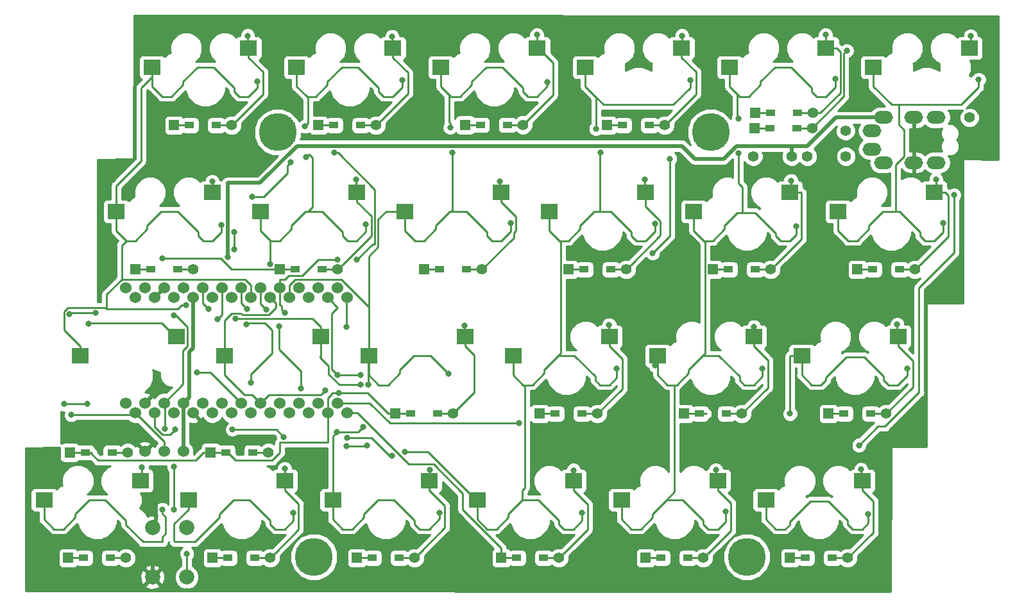
<source format=gbl>
G04 #@! TF.GenerationSoftware,KiCad,Pcbnew,(5.0.2)-1*
G04 #@! TF.CreationDate,2019-03-11T22:50:35+09:00*
G04 #@! TF.ProjectId,sockets-split,736f636b-6574-4732-9d73-706c69742e6b,1*
G04 #@! TF.SameCoordinates,Original*
G04 #@! TF.FileFunction,Copper,L2,Bot*
G04 #@! TF.FilePolarity,Positive*
%FSLAX46Y46*%
G04 Gerber Fmt 4.6, Leading zero omitted, Abs format (unit mm)*
G04 Created by KiCad (PCBNEW (5.0.2)-1) date 2019/03/11 22:50:35*
%MOMM*%
%LPD*%
G01*
G04 APERTURE LIST*
G04 #@! TA.AperFunction,SMDPad,CuDef*
%ADD10R,2.300000X2.000000*%
G04 #@! TD*
G04 #@! TA.AperFunction,ComponentPad*
%ADD11C,1.397000*%
G04 #@! TD*
G04 #@! TA.AperFunction,ComponentPad*
%ADD12R,1.397000X1.397000*%
G04 #@! TD*
G04 #@! TA.AperFunction,SMDPad,CuDef*
%ADD13R,1.300000X0.950000*%
G04 #@! TD*
G04 #@! TA.AperFunction,ComponentPad*
%ADD14C,1.524000*%
G04 #@! TD*
G04 #@! TA.AperFunction,ComponentPad*
%ADD15O,2.500000X1.700000*%
G04 #@! TD*
G04 #@! TA.AperFunction,ComponentPad*
%ADD16C,2.000000*%
G04 #@! TD*
G04 #@! TA.AperFunction,WasherPad*
%ADD17C,5.000000*%
G04 #@! TD*
G04 #@! TA.AperFunction,ViaPad*
%ADD18C,0.800000*%
G04 #@! TD*
G04 #@! TA.AperFunction,Conductor*
%ADD19C,0.250000*%
G04 #@! TD*
G04 #@! TA.AperFunction,Conductor*
%ADD20C,0.500000*%
G04 #@! TD*
G04 #@! TA.AperFunction,Conductor*
%ADD21C,0.254000*%
G04 #@! TD*
G04 APERTURE END LIST*
D10*
G04 #@! TO.P,SW18,2*
G04 #@! TO.N,Net-(D17-Pad2)*
X187246500Y-94448000D03*
G04 #@! TO.P,SW18,1*
G04 #@! TO.N,col4*
X174546500Y-96988000D03*
G04 #@! TD*
G04 #@! TO.P,SW25,2*
G04 #@! TO.N,Net-(D24-Pad2)*
X201534000Y-113498000D03*
G04 #@! TO.P,SW25,1*
G04 #@! TO.N,col5*
X188834000Y-116038000D03*
G04 #@! TD*
D11*
G04 #@! TO.P,D1,2*
G04 #@! TO.N,Net-(D1-Pad2)*
X118364000Y-66548000D03*
D12*
G04 #@! TO.P,D1,1*
G04 #@! TO.N,row0*
X110744000Y-66548000D03*
D13*
X112779000Y-66548000D03*
G04 #@! TO.P,D1,2*
G04 #@! TO.N,Net-(D1-Pad2)*
X116329000Y-66548000D03*
G04 #@! TD*
G04 #@! TO.P,D2,2*
G04 #@! TO.N,Net-(D2-Pad2)*
X135379000Y-66548000D03*
G04 #@! TO.P,D2,1*
G04 #@! TO.N,row0*
X131829000Y-66548000D03*
D12*
X129794000Y-66548000D03*
D11*
G04 #@! TO.P,D2,2*
G04 #@! TO.N,Net-(D2-Pad2)*
X137414000Y-66548000D03*
G04 #@! TD*
D13*
G04 #@! TO.P,D3,2*
G04 #@! TO.N,Net-(D3-Pad2)*
X154733800Y-66497200D03*
G04 #@! TO.P,D3,1*
G04 #@! TO.N,row0*
X151183800Y-66497200D03*
D12*
X149148800Y-66497200D03*
D11*
G04 #@! TO.P,D3,2*
G04 #@! TO.N,Net-(D3-Pad2)*
X156768800Y-66497200D03*
G04 #@! TD*
G04 #@! TO.P,D4,2*
G04 #@! TO.N,Net-(D4-Pad2)*
X175514000Y-66548000D03*
D12*
G04 #@! TO.P,D4,1*
G04 #@! TO.N,row0*
X167894000Y-66548000D03*
D13*
X169929000Y-66548000D03*
G04 #@! TO.P,D4,2*
G04 #@! TO.N,Net-(D4-Pad2)*
X173479000Y-66548000D03*
G04 #@! TD*
D11*
G04 #@! TO.P,D5,2*
G04 #@! TO.N,Net-(D5-Pad2)*
X195021200Y-64922400D03*
D12*
G04 #@! TO.P,D5,1*
G04 #@! TO.N,row0*
X187401200Y-64922400D03*
D13*
X189436200Y-64922400D03*
G04 #@! TO.P,D5,2*
G04 #@! TO.N,Net-(D5-Pad2)*
X192986200Y-64922400D03*
G04 #@! TD*
G04 #@! TO.P,D6,2*
G04 #@! TO.N,Net-(D6-Pad2)*
X192935400Y-66903600D03*
G04 #@! TO.P,D6,1*
G04 #@! TO.N,row0*
X189385400Y-66903600D03*
D12*
X187350400Y-66903600D03*
D11*
G04 #@! TO.P,D6,2*
G04 #@! TO.N,Net-(D6-Pad2)*
X194970400Y-66903600D03*
G04 #@! TD*
G04 #@! TO.P,D7,2*
G04 #@! TO.N,Net-(D7-Pad2)*
X113284000Y-85598000D03*
D12*
G04 #@! TO.P,D7,1*
G04 #@! TO.N,row1*
X105664000Y-85598000D03*
D13*
X107699000Y-85598000D03*
G04 #@! TO.P,D7,2*
G04 #@! TO.N,Net-(D7-Pad2)*
X111249000Y-85598000D03*
G04 #@! TD*
G04 #@! TO.P,D8,2*
G04 #@! TO.N,Net-(D8-Pad2)*
X130299000Y-85598000D03*
G04 #@! TO.P,D8,1*
G04 #@! TO.N,row1*
X126749000Y-85598000D03*
D12*
X124714000Y-85598000D03*
D11*
G04 #@! TO.P,D8,2*
G04 #@! TO.N,Net-(D8-Pad2)*
X132334000Y-85598000D03*
G04 #@! TD*
D13*
G04 #@! TO.P,D9,2*
G04 #@! TO.N,Net-(D9-Pad2)*
X149349000Y-85598000D03*
G04 #@! TO.P,D9,1*
G04 #@! TO.N,row1*
X145799000Y-85598000D03*
D12*
X143764000Y-85598000D03*
D11*
G04 #@! TO.P,D9,2*
G04 #@! TO.N,Net-(D9-Pad2)*
X151384000Y-85598000D03*
G04 #@! TD*
G04 #@! TO.P,D10,2*
G04 #@! TO.N,Net-(D10-Pad2)*
X170434000Y-85598000D03*
D12*
G04 #@! TO.P,D10,1*
G04 #@! TO.N,row1*
X162814000Y-85598000D03*
D13*
X164849000Y-85598000D03*
G04 #@! TO.P,D10,2*
G04 #@! TO.N,Net-(D10-Pad2)*
X168399000Y-85598000D03*
G04 #@! TD*
D11*
G04 #@! TO.P,D11,2*
G04 #@! TO.N,Net-(D11-Pad2)*
X189484000Y-85598000D03*
D12*
G04 #@! TO.P,D11,1*
G04 #@! TO.N,row1*
X181864000Y-85598000D03*
D13*
X183899000Y-85598000D03*
G04 #@! TO.P,D11,2*
G04 #@! TO.N,Net-(D11-Pad2)*
X187449000Y-85598000D03*
G04 #@! TD*
G04 #@! TO.P,D12,2*
G04 #@! TO.N,Net-(D12-Pad2)*
X206499000Y-85598000D03*
G04 #@! TO.P,D12,1*
G04 #@! TO.N,row1*
X202949000Y-85598000D03*
D12*
X200914000Y-85598000D03*
D11*
G04 #@! TO.P,D12,2*
G04 #@! TO.N,Net-(D12-Pad2)*
X208534000Y-85598000D03*
G04 #@! TD*
D13*
G04 #@! TO.P,D13,2*
G04 #@! TO.N,Net-(D13-Pad2)*
X102562200Y-109778800D03*
G04 #@! TO.P,D13,1*
G04 #@! TO.N,row2*
X99012200Y-109778800D03*
D12*
X96977200Y-109778800D03*
D11*
G04 #@! TO.P,D13,2*
G04 #@! TO.N,Net-(D13-Pad2)*
X104597200Y-109778800D03*
G04 #@! TD*
G04 #@! TO.P,D14,2*
G04 #@! TO.N,Net-(D14-Pad2)*
X123190000Y-109778800D03*
D12*
G04 #@! TO.P,D14,1*
G04 #@! TO.N,row2*
X115570000Y-109778800D03*
D13*
X117605000Y-109778800D03*
G04 #@! TO.P,D14,2*
G04 #@! TO.N,Net-(D14-Pad2)*
X121155000Y-109778800D03*
G04 #@! TD*
G04 #@! TO.P,D15,2*
G04 #@! TO.N,Net-(D15-Pad2)*
X145539000Y-104648000D03*
G04 #@! TO.P,D15,1*
G04 #@! TO.N,row2*
X141989000Y-104648000D03*
D12*
X139954000Y-104648000D03*
D11*
G04 #@! TO.P,D15,2*
G04 #@! TO.N,Net-(D15-Pad2)*
X147574000Y-104648000D03*
G04 #@! TD*
G04 #@! TO.P,D16,2*
G04 #@! TO.N,Net-(D16-Pad2)*
X166624000Y-104648000D03*
D12*
G04 #@! TO.P,D16,1*
G04 #@! TO.N,row2*
X159004000Y-104648000D03*
D13*
X161039000Y-104648000D03*
G04 #@! TO.P,D16,2*
G04 #@! TO.N,Net-(D16-Pad2)*
X164589000Y-104648000D03*
G04 #@! TD*
G04 #@! TO.P,D17,2*
G04 #@! TO.N,Net-(D17-Pad2)*
X183639000Y-104648000D03*
G04 #@! TO.P,D17,1*
G04 #@! TO.N,row2*
X180089000Y-104648000D03*
D12*
X178054000Y-104648000D03*
D11*
G04 #@! TO.P,D17,2*
G04 #@! TO.N,Net-(D17-Pad2)*
X185674000Y-104648000D03*
G04 #@! TD*
G04 #@! TO.P,D18,2*
G04 #@! TO.N,Net-(D18-Pad2)*
X204724000Y-104648000D03*
D12*
G04 #@! TO.P,D18,1*
G04 #@! TO.N,row2*
X197104000Y-104648000D03*
D13*
X199139000Y-104648000D03*
G04 #@! TO.P,D18,2*
G04 #@! TO.N,Net-(D18-Pad2)*
X202689000Y-104648000D03*
G04 #@! TD*
G04 #@! TO.P,D19,2*
G04 #@! TO.N,Net-(D19-Pad2)*
X102359000Y-123698000D03*
G04 #@! TO.P,D19,1*
G04 #@! TO.N,row3*
X98809000Y-123698000D03*
D12*
X96774000Y-123698000D03*
D11*
G04 #@! TO.P,D19,2*
G04 #@! TO.N,Net-(D19-Pad2)*
X104394000Y-123698000D03*
G04 #@! TD*
G04 #@! TO.P,D20,2*
G04 #@! TO.N,Net-(D20-Pad2)*
X123444000Y-123698000D03*
D12*
G04 #@! TO.P,D20,1*
G04 #@! TO.N,row3*
X115824000Y-123698000D03*
D13*
X117859000Y-123698000D03*
G04 #@! TO.P,D20,2*
G04 #@! TO.N,Net-(D20-Pad2)*
X121409000Y-123698000D03*
G04 #@! TD*
G04 #@! TO.P,D21,2*
G04 #@! TO.N,Net-(D21-Pad2)*
X140459000Y-123698000D03*
G04 #@! TO.P,D21,1*
G04 #@! TO.N,row3*
X136909000Y-123698000D03*
D12*
X134874000Y-123698000D03*
D11*
G04 #@! TO.P,D21,2*
G04 #@! TO.N,Net-(D21-Pad2)*
X142494000Y-123698000D03*
G04 #@! TD*
G04 #@! TO.P,D22,2*
G04 #@! TO.N,Net-(D22-Pad2)*
X161544000Y-123698000D03*
D12*
G04 #@! TO.P,D22,1*
G04 #@! TO.N,row3*
X153924000Y-123698000D03*
D13*
X155959000Y-123698000D03*
G04 #@! TO.P,D22,2*
G04 #@! TO.N,Net-(D22-Pad2)*
X159509000Y-123698000D03*
G04 #@! TD*
G04 #@! TO.P,D23,2*
G04 #@! TO.N,Net-(D23-Pad2)*
X178559000Y-123698000D03*
G04 #@! TO.P,D23,1*
G04 #@! TO.N,row3*
X175009000Y-123698000D03*
D12*
X172974000Y-123698000D03*
D11*
G04 #@! TO.P,D23,2*
G04 #@! TO.N,Net-(D23-Pad2)*
X180594000Y-123698000D03*
G04 #@! TD*
G04 #@! TO.P,D24,2*
G04 #@! TO.N,Net-(D24-Pad2)*
X199644000Y-123698000D03*
D12*
G04 #@! TO.P,D24,1*
G04 #@! TO.N,row3*
X192024000Y-123698000D03*
D13*
X194059000Y-123698000D03*
G04 #@! TO.P,D24,2*
G04 #@! TO.N,Net-(D24-Pad2)*
X197609000Y-123698000D03*
G04 #@! TD*
D14*
G04 #@! TO.P,Underglow,1*
G04 #@! TO.N,GND*
X106883200Y-109626400D03*
G04 #@! TO.P,Underglow,2*
G04 #@! TO.N,LED*
X109423200Y-109626400D03*
G04 #@! TO.P,Underglow,3*
G04 #@! TO.N,VCC*
X111963200Y-109626400D03*
G04 #@! TD*
D15*
G04 #@! TO.P,J2,D*
G04 #@! TO.N,VCC*
X204334000Y-65514201D03*
G04 #@! TO.P,J2,A*
G04 #@! TO.N,Net-(J2-PadA)*
X202834000Y-69714201D03*
G04 #@! TO.P,J2,B*
G04 #@! TO.N,Net-(J2-PadB)*
X211334000Y-65514201D03*
G04 #@! TO.P,J2,C*
G04 #@! TO.N,GND*
X208334000Y-65514201D03*
G04 #@! TO.P,J2,B*
G04 #@! TO.N,Net-(J2-PadB)*
X211334000Y-71464201D03*
G04 #@! TO.P,J2,C*
G04 #@! TO.N,GND*
X208334000Y-71464201D03*
G04 #@! TO.P,J2,D*
G04 #@! TO.N,VCC*
X204334000Y-71464201D03*
G04 #@! TO.P,J2,A*
G04 #@! TO.N,Net-(J2-PadA)*
X202834000Y-67264201D03*
G04 #@! TD*
D11*
G04 #@! TO.P,P1,1*
G04 #@! TO.N,Net-(J2-PadA)*
X199339200Y-67259200D03*
G04 #@! TD*
G04 #@! TO.P,P2,1*
G04 #@! TO.N,Net-(J2-PadB)*
X215696800Y-65532000D03*
G04 #@! TD*
G04 #@! TO.P,R1,2*
G04 #@! TO.N,SDA*
X194310000Y-70662800D03*
G04 #@! TO.P,R1,1*
G04 #@! TO.N,VCC*
X199390000Y-70662800D03*
G04 #@! TD*
G04 #@! TO.P,R2,1*
G04 #@! TO.N,VCC*
X192227200Y-70662800D03*
G04 #@! TO.P,R2,2*
G04 #@! TO.N,SCL*
X187147200Y-70662800D03*
G04 #@! TD*
D16*
G04 #@! TO.P,SW1,1*
G04 #@! TO.N,RESET*
X112393471Y-126215648D03*
X112393471Y-119715648D03*
G04 #@! TO.P,SW1,2*
G04 #@! TO.N,GND*
X107893471Y-119715648D03*
X107893471Y-126215648D03*
G04 #@! TD*
D10*
G04 #@! TO.P,SW2,2*
G04 #@! TO.N,Net-(D1-Pad2)*
X120571500Y-56348000D03*
G04 #@! TO.P,SW2,1*
G04 #@! TO.N,col0*
X107871500Y-58888000D03*
G04 #@! TD*
G04 #@! TO.P,SW3,1*
G04 #@! TO.N,col1*
X126921500Y-58888000D03*
G04 #@! TO.P,SW3,2*
G04 #@! TO.N,Net-(D2-Pad2)*
X139621500Y-56348000D03*
G04 #@! TD*
G04 #@! TO.P,SW4,2*
G04 #@! TO.N,Net-(D3-Pad2)*
X158671500Y-56348000D03*
G04 #@! TO.P,SW4,1*
G04 #@! TO.N,col2*
X145971500Y-58888000D03*
G04 #@! TD*
G04 #@! TO.P,SW5,1*
G04 #@! TO.N,col3*
X165021500Y-58888000D03*
G04 #@! TO.P,SW5,2*
G04 #@! TO.N,Net-(D4-Pad2)*
X177721500Y-56348000D03*
G04 #@! TD*
G04 #@! TO.P,SW6,1*
G04 #@! TO.N,col4*
X184071500Y-58888000D03*
G04 #@! TO.P,SW6,2*
G04 #@! TO.N,Net-(D5-Pad2)*
X196771500Y-56348000D03*
G04 #@! TD*
G04 #@! TO.P,SW7,1*
G04 #@! TO.N,col5*
X203013500Y-58888000D03*
G04 #@! TO.P,SW7,2*
G04 #@! TO.N,Net-(D6-Pad2)*
X215713500Y-56348000D03*
G04 #@! TD*
G04 #@! TO.P,SW8,2*
G04 #@! TO.N,Net-(D7-Pad2)*
X115809000Y-75398000D03*
G04 #@! TO.P,SW8,1*
G04 #@! TO.N,col0*
X103109000Y-77938000D03*
G04 #@! TD*
G04 #@! TO.P,SW9,2*
G04 #@! TO.N,Net-(D8-Pad2)*
X134859000Y-75398000D03*
G04 #@! TO.P,SW9,1*
G04 #@! TO.N,col1*
X122159000Y-77938000D03*
G04 #@! TD*
G04 #@! TO.P,SW10,1*
G04 #@! TO.N,col2*
X141209000Y-77938000D03*
G04 #@! TO.P,SW10,2*
G04 #@! TO.N,Net-(D9-Pad2)*
X153909000Y-75398000D03*
G04 #@! TD*
G04 #@! TO.P,SW11,2*
G04 #@! TO.N,Net-(D10-Pad2)*
X172959000Y-75398000D03*
G04 #@! TO.P,SW11,1*
G04 #@! TO.N,col3*
X160259000Y-77938000D03*
G04 #@! TD*
G04 #@! TO.P,SW12,1*
G04 #@! TO.N,col4*
X179309000Y-77938000D03*
G04 #@! TO.P,SW12,2*
G04 #@! TO.N,Net-(D11-Pad2)*
X192009000Y-75398000D03*
G04 #@! TD*
G04 #@! TO.P,SW13,2*
G04 #@! TO.N,Net-(D12-Pad2)*
X211059000Y-75398000D03*
G04 #@! TO.P,SW13,1*
G04 #@! TO.N,col5*
X198359000Y-77938000D03*
G04 #@! TD*
G04 #@! TO.P,SW14,2*
G04 #@! TO.N,Net-(D13-Pad2)*
X111046500Y-94448000D03*
G04 #@! TO.P,SW14,1*
G04 #@! TO.N,col0*
X98346500Y-96988000D03*
G04 #@! TD*
G04 #@! TO.P,SW15,1*
G04 #@! TO.N,col1*
X117396500Y-96988000D03*
G04 #@! TO.P,SW15,2*
G04 #@! TO.N,Net-(D14-Pad2)*
X130096500Y-94448000D03*
G04 #@! TD*
G04 #@! TO.P,SW16,1*
G04 #@! TO.N,col2*
X136446500Y-96988000D03*
G04 #@! TO.P,SW16,2*
G04 #@! TO.N,Net-(D15-Pad2)*
X149146500Y-94448000D03*
G04 #@! TD*
G04 #@! TO.P,SW17,2*
G04 #@! TO.N,Net-(D16-Pad2)*
X168196500Y-94448000D03*
G04 #@! TO.P,SW17,1*
G04 #@! TO.N,col3*
X155496500Y-96988000D03*
G04 #@! TD*
G04 #@! TO.P,SW19,1*
G04 #@! TO.N,col5*
X193560500Y-96988000D03*
G04 #@! TO.P,SW19,2*
G04 #@! TO.N,Net-(D18-Pad2)*
X206260500Y-94448000D03*
G04 #@! TD*
G04 #@! TO.P,SW20,1*
G04 #@! TO.N,col0*
X93584000Y-116038000D03*
G04 #@! TO.P,SW20,2*
G04 #@! TO.N,Net-(D19-Pad2)*
X106284000Y-113498000D03*
G04 #@! TD*
G04 #@! TO.P,SW21,2*
G04 #@! TO.N,Net-(D20-Pad2)*
X125334000Y-113498000D03*
G04 #@! TO.P,SW21,1*
G04 #@! TO.N,col1*
X112634000Y-116038000D03*
G04 #@! TD*
G04 #@! TO.P,SW22,1*
G04 #@! TO.N,col2*
X131684000Y-116038000D03*
G04 #@! TO.P,SW22,2*
G04 #@! TO.N,Net-(D21-Pad2)*
X144384000Y-113498000D03*
G04 #@! TD*
G04 #@! TO.P,SW23,2*
G04 #@! TO.N,Net-(D22-Pad2)*
X163434000Y-113498000D03*
G04 #@! TO.P,SW23,1*
G04 #@! TO.N,col3*
X150734000Y-116038000D03*
G04 #@! TD*
G04 #@! TO.P,SW24,2*
G04 #@! TO.N,Net-(D23-Pad2)*
X182484000Y-113498000D03*
G04 #@! TO.P,SW24,1*
G04 #@! TO.N,col4*
X169784000Y-116038000D03*
G04 #@! TD*
D14*
G04 #@! TO.P,U1,24*
G04 #@! TO.N,Net-(U1-Pad24)*
X104343200Y-103220000D03*
G04 #@! TO.P,U1,23*
G04 #@! TO.N,GND*
X106883200Y-103220000D03*
G04 #@! TO.P,U1,22*
G04 #@! TO.N,RESET*
X109423200Y-103220000D03*
G04 #@! TO.P,U1,21*
G04 #@! TO.N,VCC*
X111963200Y-103220000D03*
G04 #@! TO.P,U1,20*
G04 #@! TO.N,Net-(U1-Pad20)*
X114503200Y-103220000D03*
G04 #@! TO.P,U1,19*
G04 #@! TO.N,Net-(U1-Pad19)*
X117043200Y-103220000D03*
G04 #@! TO.P,U1,18*
G04 #@! TO.N,col0*
X119583200Y-103220000D03*
G04 #@! TO.P,U1,17*
G04 #@! TO.N,col1*
X122123200Y-103220000D03*
G04 #@! TO.P,U1,16*
G04 #@! TO.N,col2*
X124663200Y-103220000D03*
G04 #@! TO.P,U1,15*
G04 #@! TO.N,col3*
X127203200Y-103220000D03*
G04 #@! TO.P,U1,14*
G04 #@! TO.N,col4*
X129743200Y-103220000D03*
G04 #@! TO.P,U1,13*
G04 #@! TO.N,col5*
X132283200Y-103220000D03*
G04 #@! TO.P,U1,12*
G04 #@! TO.N,row3*
X132283200Y-88000000D03*
G04 #@! TO.P,U1,11*
G04 #@! TO.N,row2*
X129743200Y-88000000D03*
G04 #@! TO.P,U1,10*
G04 #@! TO.N,row1*
X127203200Y-88000000D03*
G04 #@! TO.P,U1,9*
G04 #@! TO.N,row0*
X124663200Y-88000000D03*
G04 #@! TO.P,U1,8*
G04 #@! TO.N,Net-(U1-Pad8)*
X122123200Y-88000000D03*
G04 #@! TO.P,U1,7*
G04 #@! TO.N,Net-(U1-Pad7)*
X119583200Y-88000000D03*
G04 #@! TO.P,U1,6*
G04 #@! TO.N,SCL*
X117043200Y-88000000D03*
G04 #@! TO.P,U1,5*
G04 #@! TO.N,SDA*
X114503200Y-88000000D03*
G04 #@! TO.P,U1,4*
G04 #@! TO.N,GND*
X111963200Y-88000000D03*
G04 #@! TO.P,U1,3*
X109423200Y-88000000D03*
G04 #@! TO.P,U1,2*
G04 #@! TO.N,data*
X106883200Y-88000000D03*
G04 #@! TO.P,U1,1*
G04 #@! TO.N,LED*
X104343200Y-88000000D03*
X105613200Y-104546400D03*
G04 #@! TO.P,U1,2*
G04 #@! TO.N,data*
X108153200Y-104546400D03*
G04 #@! TO.P,U1,3*
G04 #@! TO.N,GND*
X110693200Y-104546400D03*
G04 #@! TO.P,U1,4*
X113233200Y-104546400D03*
G04 #@! TO.P,U1,5*
G04 #@! TO.N,SDA*
X115773200Y-104546400D03*
G04 #@! TO.P,U1,6*
G04 #@! TO.N,SCL*
X118313200Y-104546400D03*
G04 #@! TO.P,U1,7*
G04 #@! TO.N,Net-(U1-Pad7)*
X120853200Y-104546400D03*
G04 #@! TO.P,U1,8*
G04 #@! TO.N,Net-(U1-Pad8)*
X123393200Y-104546400D03*
G04 #@! TO.P,U1,9*
G04 #@! TO.N,row0*
X125933200Y-104546400D03*
G04 #@! TO.P,U1,10*
G04 #@! TO.N,row1*
X128473200Y-104546400D03*
G04 #@! TO.P,U1,11*
G04 #@! TO.N,row2*
X131013200Y-104546400D03*
G04 #@! TO.P,U1,12*
G04 #@! TO.N,row3*
X133553200Y-104546400D03*
G04 #@! TO.P,U1,13*
G04 #@! TO.N,col5*
X133553200Y-89306400D03*
G04 #@! TO.P,U1,14*
G04 #@! TO.N,col4*
X131013200Y-89306400D03*
G04 #@! TO.P,U1,15*
G04 #@! TO.N,col3*
X128473200Y-89306400D03*
G04 #@! TO.P,U1,16*
G04 #@! TO.N,col2*
X125933200Y-89306400D03*
G04 #@! TO.P,U1,17*
G04 #@! TO.N,col1*
X123393200Y-89306400D03*
G04 #@! TO.P,U1,18*
G04 #@! TO.N,col0*
X120853200Y-89306400D03*
G04 #@! TO.P,U1,19*
G04 #@! TO.N,Net-(U1-Pad19)*
X118313200Y-89306400D03*
G04 #@! TO.P,U1,20*
G04 #@! TO.N,Net-(U1-Pad20)*
X115773200Y-89306400D03*
G04 #@! TO.P,U1,21*
G04 #@! TO.N,VCC*
X113233200Y-89306400D03*
G04 #@! TO.P,U1,22*
G04 #@! TO.N,RESET*
X110693200Y-89306400D03*
G04 #@! TO.P,U1,23*
G04 #@! TO.N,GND*
X108153200Y-89306400D03*
G04 #@! TO.P,U1,24*
G04 #@! TO.N,Net-(U1-Pad24)*
X105613200Y-89306400D03*
G04 #@! TD*
D17*
G04 #@! TO.P,Ref\002A\002A,*
G04 #@! TO.N,*
X181559200Y-67462400D03*
G04 #@! TD*
G04 #@! TO.P,Ref\002A\002A,*
G04 #@! TO.N,*
X124409200Y-67462400D03*
G04 #@! TD*
G04 #@! TO.P,Ref\002A\002A,*
G04 #@! TO.N,*
X129197100Y-123562400D03*
G04 #@! TD*
G04 #@! TO.P,Ref\002A\002A,*
G04 #@! TO.N,*
X186321700Y-123562400D03*
G04 #@! TD*
D18*
G04 #@! TO.N,Net-(D1-Pad2)*
X120446800Y-54711600D03*
G04 #@! TO.N,row0*
X125374400Y-91338400D03*
X131876800Y-70154800D03*
X132334000Y-84299497D03*
X134874000Y-84328000D03*
G04 #@! TO.N,Net-(D2-Pad2)*
X139496800Y-54813200D03*
G04 #@! TO.N,Net-(D3-Pad2)*
X158597600Y-54610000D03*
G04 #@! TO.N,Net-(D4-Pad2)*
X177749200Y-54711600D03*
G04 #@! TO.N,Net-(D5-Pad2)*
X196697600Y-54610000D03*
G04 #@! TO.N,Net-(D6-Pad2)*
X215849200Y-54762400D03*
X199491600Y-56692800D03*
G04 #@! TO.N,Net-(D7-Pad2)*
X115773200Y-73964800D03*
X118655200Y-80670400D03*
X118655200Y-82956400D03*
G04 #@! TO.N,row1*
X109220000Y-84124800D03*
G04 #@! TO.N,Net-(D8-Pad2)*
X134772400Y-73710800D03*
G04 #@! TO.N,Net-(D9-Pad2)*
X153720800Y-73964800D03*
G04 #@! TO.N,Net-(D10-Pad2)*
X172821600Y-73710800D03*
G04 #@! TO.N,Net-(D11-Pad2)*
X192125600Y-73863200D03*
G04 #@! TO.N,Net-(D12-Pad2)*
X211277200Y-73710800D03*
G04 #@! TO.N,Net-(D13-Pad2)*
X99466400Y-92760800D03*
X96201400Y-103378000D03*
X99314000Y-103378000D03*
G04 #@! TO.N,row2*
X132483151Y-101872757D03*
G04 #@! TO.N,Net-(D14-Pad2)*
X118858200Y-92100400D03*
X135365201Y-100838000D03*
G04 #@! TO.N,Net-(D15-Pad2)*
X149047200Y-93014800D03*
G04 #@! TO.N,Net-(D16-Pad2)*
X168148000Y-92913200D03*
G04 #@! TO.N,Net-(D17-Pad2)*
X187248800Y-93167200D03*
G04 #@! TO.N,Net-(D18-Pad2)*
X206146400Y-92862400D03*
G04 #@! TO.N,Net-(D19-Pad2)*
X106476800Y-111760000D03*
G04 #@! TO.N,Net-(D20-Pad2)*
X125323600Y-111912400D03*
G04 #@! TO.N,Net-(D21-Pad2)*
X144526000Y-112064800D03*
G04 #@! TO.N,Net-(D22-Pad2)*
X163423600Y-112115600D03*
G04 #@! TO.N,Net-(D23-Pad2)*
X182219600Y-112064800D03*
G04 #@! TO.N,Net-(D24-Pad2)*
X201371200Y-112014000D03*
G04 #@! TO.N,VCC*
X117805200Y-83972400D03*
G04 #@! TO.N,LED*
X100422360Y-91329160D03*
X96926400Y-91490800D03*
X97180400Y-104800400D03*
G04 #@! TO.N,GND*
X108305600Y-112369600D03*
X107899200Y-123190000D03*
G04 #@! TO.N,data*
X110896400Y-106730800D03*
X118414800Y-106730800D03*
X125226653Y-107733000D03*
X133502400Y-108915200D03*
X136194800Y-108864400D03*
X201117200Y-108813600D03*
X213664800Y-75742800D03*
G04 #@! TO.N,RESET*
X110693200Y-91643200D03*
X110744000Y-117297200D03*
X110744000Y-111658400D03*
X109524800Y-106680000D03*
X112420400Y-123139200D03*
G04 #@! TO.N,col0*
X112325024Y-90321420D03*
X113778200Y-99212400D03*
X121716800Y-60756800D03*
X116941600Y-79756000D03*
X109220000Y-117297200D03*
G04 #@! TO.N,col1*
X130708400Y-101549200D03*
X126441200Y-117703600D03*
X140868400Y-60604400D03*
X136042400Y-79603600D03*
X128117600Y-70764400D03*
X127970347Y-66698153D03*
X123415498Y-84873000D03*
G04 #@! TO.N,col2*
X145745200Y-117703600D03*
X160020000Y-60858400D03*
X155143200Y-79502000D03*
X147472400Y-70141200D03*
X147175722Y-66853527D03*
X146985477Y-99401403D03*
X132232733Y-107086733D03*
X135711848Y-106350152D03*
X136365204Y-100838000D03*
G04 #@! TO.N,col3*
X127508000Y-101346000D03*
X124593663Y-93104530D03*
X164592000Y-117703600D03*
X169164000Y-98653600D03*
X178866800Y-60604400D03*
X174193200Y-79552800D03*
X166979600Y-70154800D03*
X166397688Y-67025494D03*
X141224000Y-109728000D03*
X133604000Y-107811733D03*
X139521848Y-110160152D03*
G04 #@! TO.N,col4*
X183489600Y-117551200D03*
X188366400Y-98653600D03*
X192812229Y-79904058D03*
X197967600Y-60452000D03*
X185216800Y-65647400D03*
X185216800Y-70256400D03*
X132334000Y-99568000D03*
X135365201Y-99568000D03*
X174244000Y-98298000D03*
G04 #@! TO.N,col5*
X202290021Y-117904508D03*
X207518000Y-98653600D03*
X212191600Y-79502000D03*
X216916000Y-60502800D03*
X133465191Y-93218000D03*
X156294001Y-105918000D03*
X192024000Y-104648000D03*
G04 #@! TO.N,Net-(U1-Pad8)*
X122864453Y-90860453D03*
G04 #@! TO.N,Net-(U1-Pad7)*
X120349853Y-90835053D03*
X120853200Y-100584000D03*
X120308200Y-92825400D03*
G04 #@! TO.N,SDA*
X115269853Y-90835053D03*
X121079340Y-76019740D03*
X126136400Y-71424800D03*
G04 #@! TO.N,SCL*
X116444863Y-92151200D03*
X176174400Y-70961301D03*
X173888400Y-83413600D03*
G04 #@! TD*
D19*
G04 #@! TO.N,Net-(D1-Pad2)*
X116329000Y-66548000D02*
X118364000Y-66548000D01*
X120446800Y-56223300D02*
X120571500Y-56348000D01*
X120446800Y-54711600D02*
X120446800Y-56223300D01*
X119062499Y-65849501D02*
X118364000Y-66548000D01*
X122441801Y-62470199D02*
X119062499Y-65849501D01*
X122441801Y-59468301D02*
X122441801Y-62470199D01*
X120571500Y-57598000D02*
X122441801Y-59468301D01*
X120571500Y-56348000D02*
X120571500Y-57598000D01*
G04 #@! TO.N,row0*
X112779000Y-66548000D02*
X110744000Y-66548000D01*
X129794000Y-66548000D02*
X131829000Y-66548000D01*
X151183800Y-66497200D02*
X149148800Y-66497200D01*
X169929000Y-66548000D02*
X167894000Y-66548000D01*
X187401200Y-64922400D02*
X189436200Y-64922400D01*
X189385400Y-66903600D02*
X187350400Y-66903600D01*
X124974401Y-90430401D02*
X124663200Y-90119200D01*
X124974401Y-90938401D02*
X124974401Y-90430401D01*
X125374400Y-91338400D02*
X124974401Y-90938401D01*
X124663200Y-90287853D02*
X124663200Y-90119200D01*
X124663200Y-90119200D02*
X124663200Y-88000000D01*
X137217411Y-82229371D02*
X137217411Y-75021409D01*
X137217411Y-75021409D02*
X132350802Y-70154800D01*
X132350802Y-70154800D02*
X131876800Y-70154800D01*
X129757505Y-84299497D02*
X132334000Y-84299497D01*
X124663200Y-88000000D02*
X124663200Y-86918800D01*
X124663200Y-86918800D02*
X125375202Y-86918800D01*
X125375202Y-86918800D02*
X125896001Y-86398001D01*
X125896001Y-86398001D02*
X127659001Y-86398001D01*
X128524000Y-85533002D02*
X129757505Y-84299497D01*
X128459002Y-85598000D02*
X128524000Y-85533002D01*
X127659001Y-86398001D02*
X128524000Y-85533002D01*
X136972629Y-82229371D02*
X137217411Y-82229371D01*
X134874000Y-84328000D02*
X136972629Y-82229371D01*
G04 #@! TO.N,Net-(D2-Pad2)*
X135379000Y-66548000D02*
X137414000Y-66548000D01*
X139496800Y-56223300D02*
X139621500Y-56348000D01*
X139496800Y-54813200D02*
X139496800Y-56223300D01*
X138112499Y-65849501D02*
X137414000Y-66548000D01*
X141593401Y-62368599D02*
X138112499Y-65849501D01*
X141593401Y-59569901D02*
X141593401Y-62368599D01*
X139621500Y-57598000D02*
X141593401Y-59569901D01*
X139621500Y-56348000D02*
X139621500Y-57598000D01*
G04 #@! TO.N,Net-(D3-Pad2)*
X154733800Y-66497200D02*
X156768800Y-66497200D01*
X158597600Y-56274100D02*
X158671500Y-56348000D01*
X158597600Y-54610000D02*
X158597600Y-56274100D01*
X160745001Y-62520999D02*
X156768800Y-66497200D01*
X160745001Y-58271501D02*
X160745001Y-62520999D01*
X158671500Y-56348000D02*
X158821500Y-56348000D01*
X158821500Y-56348000D02*
X160745001Y-58271501D01*
G04 #@! TO.N,Net-(D4-Pad2)*
X175514000Y-66548000D02*
X173479000Y-66548000D01*
X177749200Y-56320300D02*
X177721500Y-56348000D01*
X177749200Y-54711600D02*
X177749200Y-56320300D01*
X176212499Y-65849501D02*
X175514000Y-66548000D01*
X179591801Y-62470199D02*
X176212499Y-65849501D01*
X179591801Y-59468301D02*
X179591801Y-62470199D01*
X177721500Y-57598000D02*
X179591801Y-59468301D01*
X177721500Y-56348000D02*
X177721500Y-57598000D01*
G04 #@! TO.N,Net-(D5-Pad2)*
X192986200Y-64922400D02*
X195021200Y-64922400D01*
X196697600Y-56274100D02*
X196771500Y-56348000D01*
X196697600Y-54610000D02*
X196697600Y-56274100D01*
X196009028Y-64922400D02*
X195021200Y-64922400D01*
X198692601Y-62238827D02*
X196009028Y-64922400D01*
X198692601Y-56869101D02*
X198692601Y-62238827D01*
X198171500Y-56348000D02*
X198692601Y-56869101D01*
X196771500Y-56348000D02*
X198171500Y-56348000D01*
G04 #@! TO.N,Net-(D6-Pad2)*
X194970400Y-66903600D02*
X192935400Y-66903600D01*
X215849200Y-56212300D02*
X215713500Y-56348000D01*
X215849200Y-54762400D02*
X215849200Y-56212300D01*
X199142611Y-57041789D02*
X199491600Y-56692800D01*
X194970400Y-66903600D02*
X199142611Y-62731389D01*
X199142611Y-62731389D02*
X199142611Y-57041789D01*
G04 #@! TO.N,Net-(D7-Pad2)*
X113284000Y-85598000D02*
X111249000Y-85598000D01*
X115773200Y-75362200D02*
X115809000Y-75398000D01*
X115773200Y-73964800D02*
X115773200Y-75362200D01*
X118655200Y-80670400D02*
X118655200Y-82956400D01*
G04 #@! TO.N,row1*
X202949000Y-85598000D02*
X200914000Y-85598000D01*
X181864000Y-85598000D02*
X183899000Y-85598000D01*
X164849000Y-85598000D02*
X162814000Y-85598000D01*
X143764000Y-85598000D02*
X145799000Y-85598000D01*
X126749000Y-85598000D02*
X124714000Y-85598000D01*
X107699000Y-85598000D02*
X105664000Y-85598000D01*
X123765500Y-85598000D02*
X124714000Y-85598000D01*
X118357798Y-85598000D02*
X123765500Y-85598000D01*
X116884598Y-84124800D02*
X118357798Y-85598000D01*
X109220000Y-84124800D02*
X116884598Y-84124800D01*
G04 #@! TO.N,Net-(D8-Pad2)*
X132334000Y-85598000D02*
X130299000Y-85598000D01*
X134772400Y-75311400D02*
X134859000Y-75398000D01*
X134772400Y-73710800D02*
X134772400Y-75311400D01*
X133032499Y-84899501D02*
X132334000Y-85598000D01*
X136767401Y-81164599D02*
X133032499Y-84899501D01*
X136767401Y-78556401D02*
X136767401Y-81164599D01*
X134859000Y-76648000D02*
X136767401Y-78556401D01*
X134859000Y-75398000D02*
X134859000Y-76648000D01*
G04 #@! TO.N,Net-(D9-Pad2)*
X149349000Y-85598000D02*
X151384000Y-85598000D01*
X153720800Y-75209800D02*
X153909000Y-75398000D01*
X153720800Y-73964800D02*
X153720800Y-75209800D01*
X155868201Y-80453399D02*
X155549600Y-80772000D01*
X155868201Y-78607201D02*
X155868201Y-80453399D01*
X153909000Y-76648000D02*
X155868201Y-78607201D01*
X153909000Y-75398000D02*
X153909000Y-76648000D01*
X155593210Y-80728390D02*
X155868201Y-80453399D01*
X155593210Y-81388790D02*
X155593210Y-80728390D01*
X151384000Y-85598000D02*
X155593210Y-81388790D01*
G04 #@! TO.N,Net-(D10-Pad2)*
X170434000Y-85598000D02*
X168399000Y-85598000D01*
X172821600Y-75260600D02*
X172959000Y-75398000D01*
X172821600Y-73710800D02*
X172821600Y-75260600D01*
X171132499Y-84899501D02*
X170434000Y-85598000D01*
X174918201Y-81113799D02*
X171132499Y-84899501D01*
X174918201Y-79204799D02*
X174918201Y-81113799D01*
X172959000Y-77245598D02*
X174918201Y-79204799D01*
X172959000Y-75398000D02*
X172959000Y-77245598D01*
G04 #@! TO.N,Net-(D11-Pad2)*
X187449000Y-85598000D02*
X189484000Y-85598000D01*
X192125600Y-75281400D02*
X192009000Y-75398000D01*
X192125600Y-73863200D02*
X192125600Y-75281400D01*
X190182499Y-84899501D02*
X189484000Y-85598000D01*
X193537230Y-81544770D02*
X190182499Y-84899501D01*
X193537230Y-75526230D02*
X193537230Y-81544770D01*
X193409000Y-75398000D02*
X193537230Y-75526230D01*
X192009000Y-75398000D02*
X193409000Y-75398000D01*
G04 #@! TO.N,Net-(D12-Pad2)*
X206499000Y-85598000D02*
X208534000Y-85598000D01*
X211277200Y-75179800D02*
X211059000Y-75398000D01*
X211277200Y-73710800D02*
X211277200Y-75179800D01*
X209232499Y-84899501D02*
X208534000Y-85598000D01*
X212916601Y-81215399D02*
X209232499Y-84899501D01*
X212916601Y-75855601D02*
X212916601Y-81215399D01*
X212459000Y-75398000D02*
X212916601Y-75855601D01*
X211059000Y-75398000D02*
X212459000Y-75398000D01*
G04 #@! TO.N,Net-(D13-Pad2)*
X99564201Y-92662999D02*
X99466400Y-92760800D01*
X109111499Y-92662999D02*
X99564201Y-92662999D01*
X111046500Y-94448000D02*
X110896500Y-94448000D01*
X110896500Y-94448000D02*
X109111499Y-92662999D01*
X102562200Y-109778800D02*
X104597200Y-109778800D01*
X96201400Y-103378000D02*
X99314000Y-103378000D01*
G04 #@! TO.N,row2*
X131013200Y-103468770D02*
X131013200Y-104546400D01*
X131013200Y-102616000D02*
X131013200Y-103468770D01*
X131571501Y-102057699D02*
X131013200Y-102616000D01*
X96977200Y-109778800D02*
X99012200Y-109778800D01*
X115570000Y-109778800D02*
X117605000Y-109778800D01*
X161039000Y-104648000D02*
X159004000Y-104648000D01*
X141989000Y-104648000D02*
X139954000Y-104648000D01*
X178054000Y-104648000D02*
X180089000Y-104648000D01*
X197104000Y-104648000D02*
X199139000Y-104648000D01*
X114621500Y-109778800D02*
X115570000Y-109778800D01*
X113597999Y-110802301D02*
X114621500Y-109778800D01*
X100681701Y-110802301D02*
X113597999Y-110802301D01*
X99658200Y-109778800D02*
X100681701Y-110802301D01*
X99012200Y-109778800D02*
X99912200Y-109778800D01*
X117605000Y-109778800D02*
X117780000Y-109778800D01*
X117780000Y-109778800D02*
X118803501Y-110802301D01*
X139005500Y-104648000D02*
X136262300Y-101904800D01*
X139954000Y-104648000D02*
X139005500Y-104648000D01*
X131571501Y-101904800D02*
X131571501Y-102057699D01*
X180089000Y-104648000D02*
X180989000Y-104648000D01*
X132451108Y-101904800D02*
X132483151Y-101872757D01*
X132334000Y-101904800D02*
X132451108Y-101904800D01*
X136262300Y-101904800D02*
X132334000Y-101904800D01*
X132334000Y-101904800D02*
X131571501Y-101904800D01*
X123681281Y-110802301D02*
X124714000Y-109769582D01*
X118803501Y-110802301D02*
X123681281Y-110802301D01*
X124714000Y-109769582D02*
X124714000Y-108458000D01*
X131013200Y-108458000D02*
X131013200Y-104546400D01*
X124714000Y-108458000D02*
X131013200Y-108458000D01*
G04 #@! TO.N,Net-(D14-Pad2)*
X130096500Y-93198000D02*
X130096500Y-94448000D01*
X128998900Y-92100400D02*
X130096500Y-93198000D01*
X118858200Y-92100400D02*
X128998900Y-92100400D01*
X121155000Y-109778800D02*
X123190000Y-109778800D01*
X130096500Y-97437305D02*
X130096500Y-97028000D01*
X130096500Y-94448000D02*
X130096500Y-97028000D01*
X130031501Y-97265501D02*
X130031501Y-97028000D01*
X131121491Y-98355491D02*
X130031501Y-97265501D01*
X131121491Y-99428493D02*
X131121491Y-98355491D01*
X132530998Y-100838000D02*
X131121491Y-99428493D01*
X135365201Y-100838000D02*
X132530998Y-100838000D01*
G04 #@! TO.N,Net-(D15-Pad2)*
X147574000Y-104648000D02*
X145539000Y-104648000D01*
X149146500Y-95698000D02*
X149146500Y-94448000D01*
X150368000Y-96919500D02*
X149146500Y-95698000D01*
X150368000Y-101854000D02*
X150368000Y-96919500D01*
X147574000Y-104648000D02*
X150368000Y-101854000D01*
X149047200Y-94348700D02*
X149146500Y-94448000D01*
X149047200Y-93014800D02*
X149047200Y-94348700D01*
G04 #@! TO.N,Net-(D16-Pad2)*
X166624000Y-104648000D02*
X164589000Y-104648000D01*
X168148000Y-94399500D02*
X168196500Y-94448000D01*
X168148000Y-92913200D02*
X168148000Y-94399500D01*
X168196500Y-95698000D02*
X168196500Y-94448000D01*
X169889001Y-97390501D02*
X168196500Y-95698000D01*
X169889001Y-101382999D02*
X169889001Y-97390501D01*
X166624000Y-104648000D02*
X169889001Y-101382999D01*
G04 #@! TO.N,Net-(D17-Pad2)*
X183639000Y-104648000D02*
X185674000Y-104648000D01*
X187248800Y-94445700D02*
X187246500Y-94448000D01*
X187248800Y-93167200D02*
X187248800Y-94445700D01*
X187246500Y-95698000D02*
X187246500Y-94448000D01*
X189091401Y-97542901D02*
X187246500Y-95698000D01*
X189091401Y-101230599D02*
X189091401Y-97542901D01*
X185674000Y-104648000D02*
X189091401Y-101230599D01*
G04 #@! TO.N,Net-(D18-Pad2)*
X202689000Y-104648000D02*
X204724000Y-104648000D01*
X206146400Y-94333900D02*
X206260500Y-94448000D01*
X206146400Y-92862400D02*
X206146400Y-94333900D01*
X206260500Y-95698000D02*
X206260500Y-94448000D01*
X208243001Y-97680501D02*
X206260500Y-95698000D01*
X208243001Y-101128999D02*
X208243001Y-97680501D01*
X204724000Y-104648000D02*
X208243001Y-101128999D01*
G04 #@! TO.N,Net-(D19-Pad2)*
X102359000Y-123698000D02*
X104394000Y-123698000D01*
X106476800Y-113305200D02*
X106284000Y-113498000D01*
X106476800Y-111760000D02*
X106476800Y-113305200D01*
X106284000Y-113498000D02*
X106434000Y-113498000D01*
G04 #@! TO.N,row3*
X153924000Y-123698000D02*
X155959000Y-123698000D01*
X172974000Y-123698000D02*
X175009000Y-123698000D01*
X192024000Y-123698000D02*
X194059000Y-123698000D01*
X96774000Y-123698000D02*
X98809000Y-123698000D01*
X115824000Y-123698000D02*
X117859000Y-123698000D01*
X134874000Y-123698000D02*
X136909000Y-123698000D01*
X141726801Y-111339799D02*
X144960801Y-111339799D01*
X134933402Y-104546400D02*
X141726801Y-111339799D01*
X144960801Y-111339799D02*
X148844000Y-115222998D01*
X133553200Y-104546400D02*
X134933402Y-104546400D01*
X148844000Y-115222998D02*
X148844000Y-117348000D01*
X153924000Y-122428000D02*
X153924000Y-123698000D01*
X148844000Y-117348000D02*
X153924000Y-122428000D01*
G04 #@! TO.N,Net-(D20-Pad2)*
X121409000Y-123698000D02*
X123444000Y-123698000D01*
X125323600Y-113487600D02*
X125334000Y-113498000D01*
X125323600Y-111912400D02*
X125323600Y-113487600D01*
X124142499Y-122999501D02*
X123444000Y-123698000D01*
X127166201Y-119975799D02*
X124142499Y-122999501D01*
X127166201Y-116580201D02*
X127166201Y-119975799D01*
X125334000Y-114748000D02*
X127166201Y-116580201D01*
X125334000Y-113498000D02*
X125334000Y-114748000D01*
G04 #@! TO.N,Net-(D21-Pad2)*
X140459000Y-123698000D02*
X142494000Y-123698000D01*
X144526000Y-113356000D02*
X144384000Y-113498000D01*
X144526000Y-112064800D02*
X144526000Y-113356000D01*
X143192499Y-122999501D02*
X142494000Y-123698000D01*
X146470201Y-119721799D02*
X143192499Y-122999501D01*
X146470201Y-116834201D02*
X146470201Y-119721799D01*
X144384000Y-114748000D02*
X146470201Y-116834201D01*
X144384000Y-113498000D02*
X144384000Y-114748000D01*
G04 #@! TO.N,Net-(D22-Pad2)*
X159509000Y-123698000D02*
X161544000Y-123698000D01*
X163423600Y-113487600D02*
X163434000Y-113498000D01*
X163423600Y-112115600D02*
X163423600Y-113487600D01*
X162242499Y-122999501D02*
X161544000Y-123698000D01*
X165317001Y-116631001D02*
X165317001Y-119924999D01*
X165317001Y-119924999D02*
X162242499Y-122999501D01*
X163434000Y-114748000D02*
X165317001Y-116631001D01*
X163434000Y-113498000D02*
X163434000Y-114748000D01*
G04 #@! TO.N,Net-(D23-Pad2)*
X178559000Y-123698000D02*
X180594000Y-123698000D01*
X182219600Y-113233600D02*
X182484000Y-113498000D01*
X182219600Y-112064800D02*
X182219600Y-113233600D01*
X181292499Y-122999501D02*
X180594000Y-123698000D01*
X184214601Y-120077399D02*
X181292499Y-122999501D01*
X182484000Y-114748000D02*
X184214601Y-116478601D01*
X184214601Y-116478601D02*
X184214601Y-120077399D01*
X182484000Y-113498000D02*
X182484000Y-114748000D01*
G04 #@! TO.N,Net-(D24-Pad2)*
X197609000Y-123698000D02*
X199644000Y-123698000D01*
X201371200Y-113335200D02*
X201534000Y-113498000D01*
X201371200Y-112014000D02*
X201371200Y-113335200D01*
X201534000Y-114748000D02*
X201534000Y-113498000D01*
X203015022Y-116229022D02*
X201534000Y-114748000D01*
X203015022Y-120326978D02*
X203015022Y-116229022D01*
X199644000Y-123698000D02*
X203015022Y-120326978D01*
D20*
G04 #@! TO.N,VCC*
X112725199Y-102458001D02*
X112725199Y-96519999D01*
X111963200Y-103220000D02*
X112725199Y-102458001D01*
X113233200Y-96011998D02*
X113233200Y-89306400D01*
X112725199Y-96519999D02*
X113233200Y-96011998D01*
X202584000Y-65514201D02*
X204334000Y-65514201D01*
X198059581Y-65514201D02*
X202584000Y-65514201D01*
X194282582Y-69291200D02*
X198059581Y-65514201D01*
X111963200Y-105070162D02*
X111963200Y-109626400D01*
X111963200Y-103220000D02*
X111963200Y-105070162D01*
X192278000Y-69624172D02*
X192278000Y-69291200D01*
X192227200Y-69674972D02*
X192278000Y-69624172D01*
X192227200Y-70662800D02*
X192227200Y-69674972D01*
X192278000Y-69291200D02*
X194282582Y-69291200D01*
X185166000Y-69291200D02*
X192278000Y-69291200D01*
X183247598Y-70967600D02*
X184923998Y-69291200D01*
X117805200Y-74168000D02*
X122069602Y-74168000D01*
X184923998Y-69291200D02*
X185166000Y-69291200D01*
X122069602Y-74168000D02*
X126946402Y-69291200D01*
X117805200Y-83972400D02*
X117805200Y-74168000D01*
X177749200Y-69291200D02*
X179425600Y-70967600D01*
X126946402Y-69291200D02*
X177749200Y-69291200D01*
X179425600Y-70967600D02*
X183247598Y-70967600D01*
D19*
G04 #@! TO.N,LED*
X100422360Y-91329160D02*
X97088040Y-91329160D01*
X97088040Y-91329160D02*
X96926400Y-91490800D01*
X105359200Y-104800400D02*
X105613200Y-104546400D01*
X97180400Y-104800400D02*
X105359200Y-104800400D01*
X109423200Y-108356400D02*
X105613200Y-104546400D01*
X109423200Y-109626400D02*
X109423200Y-108356400D01*
D20*
G04 #@! TO.N,GND*
X108342801Y-112406801D02*
X108305600Y-112369600D01*
X107893471Y-119715648D02*
X108342801Y-119266318D01*
X108342801Y-119266318D02*
X108342801Y-112406801D01*
X107899200Y-126209919D02*
X107893471Y-126215648D01*
X107899200Y-123190000D02*
X107899200Y-126209919D01*
D19*
G04 #@! TO.N,data*
X110222199Y-107405001D02*
X110896400Y-106730800D01*
X109176799Y-107405001D02*
X110222199Y-107405001D01*
X108153200Y-104546400D02*
X108153200Y-106381402D01*
X108153200Y-106381402D02*
X109176799Y-107405001D01*
X118414800Y-106730800D02*
X124224453Y-106730800D01*
X124224453Y-106730800D02*
X125226653Y-107733000D01*
X133502400Y-108915200D02*
X136144000Y-108915200D01*
X136144000Y-108915200D02*
X136194800Y-108864400D01*
X201117200Y-108813600D02*
X203606400Y-106324400D01*
X204562382Y-106324400D02*
X209042000Y-101844782D01*
X203606400Y-106324400D02*
X204562382Y-106324400D01*
X209042000Y-101844782D02*
X209042000Y-100177600D01*
X209042000Y-100177600D02*
X209042000Y-87985600D01*
X209042000Y-87985600D02*
X213664800Y-83362800D01*
X213664800Y-83362800D02*
X213664800Y-75742800D01*
G04 #@! TO.N,RESET*
X111896349Y-100746851D02*
X111896349Y-96333153D01*
X109423200Y-103220000D02*
X111896349Y-100746851D01*
X111896349Y-96333153D02*
X112521501Y-95708001D01*
X112521501Y-95708001D02*
X112521501Y-93187999D01*
X112521501Y-93187999D02*
X110976702Y-91643200D01*
X110976702Y-91643200D02*
X110693200Y-91643200D01*
X110744000Y-117297200D02*
X110744000Y-111658400D01*
X109524800Y-103321600D02*
X109423200Y-103220000D01*
X109524800Y-106680000D02*
X109524800Y-103321600D01*
X112420400Y-126188719D02*
X112393471Y-126215648D01*
X112420400Y-123139200D02*
X112420400Y-126188719D01*
G04 #@! TO.N,col0*
X111759339Y-90321420D02*
X111250359Y-90830400D01*
X112325024Y-90321420D02*
X111759339Y-90321420D01*
X120853200Y-87661238D02*
X120853200Y-88228770D01*
X120104961Y-86912999D02*
X120853200Y-87661238D01*
X103821439Y-86912999D02*
X120104961Y-86912999D01*
X120853200Y-88228770D02*
X120853200Y-89306400D01*
X101854000Y-88880438D02*
X103821439Y-86912999D01*
X101854000Y-90830400D02*
X101854000Y-88880438D01*
X111250359Y-90830400D02*
X101854000Y-90830400D01*
X101627759Y-90604159D02*
X101854000Y-90830400D01*
X96740039Y-90604159D02*
X101627759Y-90604159D01*
X96201399Y-91142799D02*
X96740039Y-90604159D01*
X96201399Y-93592899D02*
X96201399Y-91142799D01*
X98346500Y-95738000D02*
X96201399Y-93592899D01*
X98346500Y-96988000D02*
X98346500Y-95738000D01*
X115575600Y-99212400D02*
X119583200Y-103220000D01*
X113778200Y-99212400D02*
X115575600Y-99212400D01*
X101652999Y-116038000D02*
X104388999Y-118774000D01*
X99515002Y-116038000D02*
X101652999Y-116038000D01*
X93584000Y-116038000D02*
X93584000Y-118585002D01*
X96116001Y-119893001D02*
X97650001Y-118359001D01*
X94891999Y-119893001D02*
X96116001Y-119893001D01*
X97650001Y-118359001D02*
X97650001Y-117903001D01*
X93584000Y-118585002D02*
X94891999Y-119893001D01*
X97650001Y-117903001D02*
X99515002Y-116038000D01*
X119339499Y-62743001D02*
X120563501Y-62743001D01*
X118676499Y-62080001D02*
X119339499Y-62743001D01*
X115940499Y-58888000D02*
X118676499Y-61624000D01*
X107871500Y-61435002D02*
X109179499Y-62743001D01*
X118676499Y-61624000D02*
X118676499Y-62080001D01*
X107871500Y-58888000D02*
X107871500Y-61435002D01*
X111937501Y-61209001D02*
X111937501Y-60753001D01*
X120563501Y-62743001D02*
X121716800Y-61589702D01*
X111937501Y-60753001D02*
X113802502Y-58888000D01*
X109179499Y-62743001D02*
X110403501Y-62743001D01*
X121716800Y-61589702D02*
X121716800Y-60756800D01*
X113802502Y-58888000D02*
X115940499Y-58888000D01*
X110403501Y-62743001D02*
X111937501Y-61209001D01*
X113913999Y-81130001D02*
X114576999Y-81793001D01*
X113913999Y-80674000D02*
X113913999Y-81130001D01*
X115801001Y-81793001D02*
X116941600Y-80652402D01*
X111177999Y-77938000D02*
X113913999Y-80674000D01*
X109040002Y-77938000D02*
X111177999Y-77938000D01*
X116941600Y-80652402D02*
X116941600Y-79756000D01*
X103109000Y-80485002D02*
X104416999Y-81793001D01*
X104416999Y-81793001D02*
X105641001Y-81793001D01*
X105641001Y-81793001D02*
X107175001Y-80259001D01*
X114576999Y-81793001D02*
X115801001Y-81793001D01*
X103109000Y-77938000D02*
X103109000Y-80485002D01*
X107175001Y-80259001D02*
X107175001Y-79803001D01*
X107175001Y-79803001D02*
X109040002Y-77938000D01*
X107871500Y-60138000D02*
X106375200Y-61634300D01*
X107871500Y-58888000D02*
X107871500Y-60138000D01*
X106375200Y-61634300D02*
X106375200Y-71272400D01*
X103109000Y-74538600D02*
X105613200Y-72034400D01*
X103109000Y-77938000D02*
X103109000Y-74538600D01*
X106375200Y-71272400D02*
X105613200Y-72034400D01*
X105613200Y-72034400D02*
X105511600Y-72136000D01*
X103821439Y-82388561D02*
X104416999Y-81793001D01*
X103821439Y-86912999D02*
X103821439Y-82388561D01*
X104388999Y-118774000D02*
X104388999Y-119324199D01*
X104388999Y-119324199D02*
X106629200Y-121564400D01*
X106629200Y-121564400D02*
X109220000Y-121564400D01*
X109220000Y-121564400D02*
X109220000Y-120853200D01*
X109220000Y-120853200D02*
X109575600Y-120497600D01*
X109575600Y-120497600D02*
X109575600Y-118262400D01*
X109220000Y-117906800D02*
X109220000Y-117297200D01*
X109575600Y-118262400D02*
X109220000Y-117906800D01*
G04 #@! TO.N,col1*
X121361201Y-102458001D02*
X122123200Y-103220000D01*
X121036199Y-102132999D02*
X121361201Y-102458001D01*
X119994497Y-102132999D02*
X121036199Y-102132999D01*
X117396500Y-99535002D02*
X119994497Y-102132999D01*
X117396500Y-96988000D02*
X117396500Y-99535002D01*
X122885199Y-102458001D02*
X122123200Y-103220000D01*
X123210201Y-102132999D02*
X122885199Y-102458001D01*
X130124601Y-102132999D02*
X123210201Y-102132999D01*
X130708400Y-101549200D02*
X130124601Y-102132999D01*
X124155199Y-90068399D02*
X123393200Y-89306400D01*
X124155199Y-90642709D02*
X124155199Y-90068399D01*
X123212454Y-91585454D02*
X124155199Y-90642709D01*
X117396500Y-96988000D02*
X117396500Y-92321408D01*
X119744162Y-91585454D02*
X123212454Y-91585454D01*
X118342509Y-91375399D02*
X117396500Y-92321408D01*
X119534107Y-91375399D02*
X118342509Y-91375399D01*
X119744162Y-91585454D02*
X119534107Y-91375399D01*
X140868400Y-61488102D02*
X140868400Y-60604400D01*
X139613501Y-62743001D02*
X140868400Y-61488102D01*
X138389499Y-62743001D02*
X139613501Y-62743001D01*
X137726499Y-62080001D02*
X138389499Y-62743001D01*
X137726499Y-61624000D02*
X137726499Y-62080001D01*
X134990499Y-58888000D02*
X137726499Y-61624000D01*
X132852502Y-58888000D02*
X134990499Y-58888000D01*
X128229499Y-62743001D02*
X129453501Y-62743001D01*
X129453501Y-62743001D02*
X130987501Y-61209001D01*
X130987501Y-61209001D02*
X130987501Y-60753001D01*
X130987501Y-60753001D02*
X132852502Y-58888000D01*
X136042400Y-80601602D02*
X136042400Y-79603600D01*
X132963999Y-81130001D02*
X133626999Y-81793001D01*
X132963999Y-80674000D02*
X132963999Y-81130001D01*
X130227999Y-77938000D02*
X132963999Y-80674000D01*
X133626999Y-81793001D02*
X134851001Y-81793001D01*
X122159000Y-80485002D02*
X123466999Y-81793001D01*
X134851001Y-81793001D02*
X136042400Y-80601602D01*
X122159000Y-77938000D02*
X122159000Y-80485002D01*
X124691001Y-81793001D02*
X126225001Y-80259001D01*
X126225001Y-80259001D02*
X126225001Y-79803001D01*
X123466999Y-81793001D02*
X124691001Y-81793001D01*
X126225001Y-79803001D02*
X128090002Y-77938000D01*
X126921500Y-58888000D02*
X126921500Y-61435002D01*
X126847600Y-58961900D02*
X126921500Y-58888000D01*
X129032000Y-77328400D02*
X129032000Y-70852400D01*
X128422400Y-77938000D02*
X129032000Y-77328400D01*
X128422400Y-77938000D02*
X130227999Y-77938000D01*
X128090002Y-77938000D02*
X128422400Y-77938000D01*
X128370346Y-62883848D02*
X128122898Y-62636400D01*
X128370346Y-66298154D02*
X128370346Y-62883848D01*
X127970347Y-66698153D02*
X128370346Y-66298154D01*
X126921500Y-61435002D02*
X128122898Y-62636400D01*
X128122898Y-62636400D02*
X128229499Y-62743001D01*
X123415498Y-81844502D02*
X123466999Y-81793001D01*
X123415498Y-84873000D02*
X123415498Y-81844502D01*
X123438999Y-118774000D02*
X120702999Y-116038000D01*
X123438999Y-119230001D02*
X123438999Y-118774000D01*
X124101999Y-119893001D02*
X123438999Y-119230001D01*
X116700001Y-117903001D02*
X116700001Y-118359001D01*
X112634000Y-117288000D02*
X112634000Y-116038000D01*
X126441200Y-117703600D02*
X126441200Y-118777802D01*
X126441200Y-118777802D02*
X125326001Y-119893001D01*
X120702999Y-116038000D02*
X118565002Y-116038000D01*
X118565002Y-116038000D02*
X116700001Y-117903001D01*
X125326001Y-119893001D02*
X124101999Y-119893001D01*
X116700001Y-118359001D02*
X114018353Y-121040649D01*
X114018353Y-121040649D02*
X114010951Y-121040649D01*
X114010951Y-121040649D02*
X113487200Y-121564400D01*
X113487200Y-121564400D02*
X110845600Y-121564400D01*
X110845600Y-121564400D02*
X110744000Y-121462800D01*
X110744000Y-121462800D02*
X110744000Y-119178000D01*
X110744000Y-119178000D02*
X112634000Y-117288000D01*
X128544001Y-70364401D02*
X129032000Y-70852400D01*
X128517599Y-70364401D02*
X128544001Y-70364401D01*
X128117600Y-70764400D02*
X128517599Y-70364401D01*
G04 #@! TO.N,col2*
X145745200Y-118523802D02*
X145745200Y-117703600D01*
X144376001Y-119893001D02*
X145745200Y-118523802D01*
X143151999Y-119893001D02*
X144376001Y-119893001D01*
X142488999Y-119230001D02*
X143151999Y-119893001D01*
X139752999Y-116038000D02*
X142488999Y-118774000D01*
X142488999Y-118774000D02*
X142488999Y-119230001D01*
X137615002Y-116038000D02*
X139752999Y-116038000D01*
X131684000Y-116038000D02*
X131684000Y-118585002D01*
X132991999Y-119893001D02*
X134216001Y-119893001D01*
X131684000Y-118585002D02*
X132991999Y-119893001D01*
X134216001Y-119893001D02*
X135750001Y-118359001D01*
X135750001Y-118359001D02*
X135750001Y-117903001D01*
X135750001Y-117903001D02*
X137615002Y-116038000D01*
X160020000Y-61386502D02*
X160020000Y-60858400D01*
X158663501Y-62743001D02*
X160020000Y-61386502D01*
X157439499Y-62743001D02*
X158663501Y-62743001D01*
X156776499Y-62080001D02*
X157439499Y-62743001D01*
X156776499Y-61624000D02*
X156776499Y-62080001D01*
X154040499Y-58888000D02*
X156776499Y-61624000D01*
X151902502Y-58888000D02*
X154040499Y-58888000D01*
X145971500Y-58888000D02*
X145971500Y-61435002D01*
X147279499Y-62743001D02*
X148503501Y-62743001D01*
X148503501Y-62743001D02*
X150037501Y-61209001D01*
X150037501Y-61209001D02*
X150037501Y-60753001D01*
X150037501Y-60753001D02*
X151902502Y-58888000D01*
X155143200Y-80550802D02*
X155143200Y-79502000D01*
X152676999Y-81793001D02*
X153901001Y-81793001D01*
X152013999Y-80674000D02*
X152013999Y-81130001D01*
X149277999Y-77938000D02*
X152013999Y-80674000D01*
X141209000Y-80485002D02*
X142516999Y-81793001D01*
X153901001Y-81793001D02*
X155143200Y-80550802D01*
X152013999Y-81130001D02*
X152676999Y-81793001D01*
X141209000Y-77938000D02*
X141209000Y-80485002D01*
X142516999Y-81793001D02*
X143741001Y-81793001D01*
X143741001Y-81793001D02*
X145275001Y-80259001D01*
X145275001Y-80259001D02*
X145275001Y-79803001D01*
X145275001Y-79803001D02*
X147140002Y-77938000D01*
X147494001Y-70162801D02*
X147472400Y-70141200D01*
X147494001Y-77763999D02*
X147494001Y-70162801D01*
X147320000Y-77938000D02*
X147494001Y-77763999D01*
X147320000Y-77938000D02*
X149277999Y-77938000D01*
X147140002Y-77938000D02*
X147320000Y-77938000D01*
X147066000Y-66178120D02*
X147066000Y-62529502D01*
X147175722Y-66287842D02*
X147066000Y-66178120D01*
X147175722Y-66853527D02*
X147175722Y-66287842D01*
X145971500Y-61435002D02*
X147066000Y-62529502D01*
X147066000Y-62529502D02*
X147279499Y-62743001D01*
X142377502Y-96988000D02*
X144572074Y-96988000D01*
X136446500Y-99535002D02*
X137754499Y-100843001D01*
X137754499Y-100843001D02*
X138978501Y-100843001D01*
X138978501Y-100843001D02*
X140512501Y-99309001D01*
X144572074Y-96988000D02*
X146985477Y-99401403D01*
X140512501Y-99309001D02*
X140512501Y-98853001D01*
X140512501Y-98853001D02*
X142377502Y-96988000D01*
X131684000Y-107635466D02*
X132232733Y-107086733D01*
X131684000Y-116038000D02*
X131684000Y-107635466D01*
X136446500Y-95738000D02*
X136446500Y-96988000D01*
X132804961Y-86912999D02*
X136446500Y-90554538D01*
X126681439Y-86912999D02*
X132804961Y-86912999D01*
X125933200Y-87661238D02*
X126681439Y-86912999D01*
X136446500Y-90554538D02*
X136446500Y-95738000D01*
X125933200Y-89306400D02*
X125933200Y-87661238D01*
X138724000Y-77938000D02*
X141209000Y-77938000D01*
X137667421Y-82607581D02*
X137667421Y-78994579D01*
X137667421Y-78994579D02*
X138724000Y-77938000D01*
X134975267Y-107086733D02*
X135711848Y-106350152D01*
X132232733Y-107086733D02*
X134975267Y-107086733D01*
X136365204Y-98379296D02*
X136446500Y-98298000D01*
X136446500Y-98298000D02*
X136446500Y-99535002D01*
X136446500Y-96988000D02*
X136446500Y-98298000D01*
X136365204Y-97069296D02*
X136446500Y-96988000D01*
X136365204Y-100838000D02*
X136365204Y-97069296D01*
X136446500Y-83828502D02*
X137667421Y-82607581D01*
X136446500Y-90554538D02*
X136446500Y-83828502D01*
G04 #@! TO.N,col3*
X124593663Y-96116164D02*
X124593663Y-93104530D01*
X127508000Y-101346000D02*
X127508000Y-99030501D01*
X127508000Y-99030501D02*
X124593663Y-96116164D01*
X163426001Y-119893001D02*
X164592000Y-118727002D01*
X162201999Y-119893001D02*
X163426001Y-119893001D01*
X161538999Y-119230001D02*
X162201999Y-119893001D01*
X161538999Y-118774000D02*
X161538999Y-119230001D01*
X158802999Y-116038000D02*
X161538999Y-118774000D01*
X164592000Y-118727002D02*
X164592000Y-117703600D01*
X156665002Y-116038000D02*
X158802999Y-116038000D01*
X150734000Y-118585002D02*
X152041999Y-119893001D01*
X152041999Y-119893001D02*
X153266001Y-119893001D01*
X150734000Y-116038000D02*
X150734000Y-118585002D01*
X153266001Y-119893001D02*
X154800001Y-118359001D01*
X154800001Y-118359001D02*
X154800001Y-117903001D01*
X154800001Y-117903001D02*
X156665002Y-116038000D01*
X168188501Y-100843001D02*
X169164000Y-99867502D01*
X169164000Y-99867502D02*
X169164000Y-98653600D01*
X166301499Y-100180001D02*
X166964499Y-100843001D01*
X166301499Y-99724000D02*
X166301499Y-100180001D01*
X163565499Y-96988000D02*
X166301499Y-99724000D01*
X161427502Y-96988000D02*
X163565499Y-96988000D01*
X155496500Y-96988000D02*
X155496500Y-99535002D01*
X166964499Y-100843001D02*
X168188501Y-100843001D01*
X156804499Y-100843001D02*
X158028501Y-100843001D01*
X155496500Y-99535002D02*
X156804499Y-100843001D01*
X159562501Y-99309001D02*
X159562501Y-98853001D01*
X158028501Y-100843001D02*
X159562501Y-99309001D01*
X159562501Y-98853001D02*
X161427502Y-96988000D01*
X178866800Y-61589702D02*
X178866800Y-60604400D01*
X176613501Y-63843001D02*
X178866800Y-61589702D01*
X167429499Y-63843001D02*
X176613501Y-63843001D01*
X165021500Y-58888000D02*
X165021500Y-61435002D01*
X174193200Y-80550802D02*
X174193200Y-79552800D01*
X172951001Y-81793001D02*
X174193200Y-80550802D01*
X171726999Y-81793001D02*
X172951001Y-81793001D01*
X171063999Y-80674000D02*
X171063999Y-81130001D01*
X171063999Y-81130001D02*
X171726999Y-81793001D01*
X160259000Y-80485002D02*
X161566999Y-81793001D01*
X160259000Y-77938000D02*
X160259000Y-80485002D01*
X161566999Y-81793001D02*
X162791001Y-81793001D01*
X162791001Y-81793001D02*
X164325001Y-80259001D01*
X164325001Y-80259001D02*
X164325001Y-79803001D01*
X168327999Y-77938000D02*
X171063999Y-80674000D01*
X164325001Y-79803001D02*
X166190002Y-77938000D01*
X166928800Y-70205600D02*
X166979600Y-70154800D01*
X166928800Y-77938000D02*
X166928800Y-70205600D01*
X166928800Y-77938000D02*
X168327999Y-77938000D01*
X166190002Y-77938000D02*
X166928800Y-77938000D01*
X166420800Y-66436697D02*
X166420800Y-62834302D01*
X166397688Y-66459809D02*
X166420800Y-66436697D01*
X166397688Y-67025494D02*
X166397688Y-66459809D01*
X165021500Y-61435002D02*
X166420800Y-62834302D01*
X166420800Y-62834302D02*
X167429499Y-63843001D01*
X157019001Y-101057503D02*
X156804499Y-100843001D01*
X157019001Y-114414001D02*
X157019001Y-101057503D01*
X156665002Y-114768000D02*
X157019001Y-114414001D01*
X156665002Y-116038000D02*
X156665002Y-114768000D01*
X161781501Y-96634001D02*
X161781501Y-82007503D01*
X161781501Y-82007503D02*
X161566999Y-81793001D01*
X161427502Y-96988000D02*
X161781501Y-96634001D01*
X144274000Y-109728000D02*
X141224000Y-109728000D01*
X150584000Y-116038000D02*
X144274000Y-109728000D01*
X150734000Y-116038000D02*
X150584000Y-116038000D01*
X133604000Y-107811733D02*
X136767733Y-107811733D01*
X139116152Y-110160152D02*
X139521848Y-110160152D01*
X136767733Y-107811733D02*
X139116152Y-110160152D01*
G04 #@! TO.N,col4*
X131775199Y-90068399D02*
X131013200Y-89306400D01*
X131775199Y-90132209D02*
X131775199Y-90068399D01*
X132320199Y-90677209D02*
X131775199Y-90132209D01*
X181251999Y-119893001D02*
X182476001Y-119893001D01*
X180588999Y-119230001D02*
X181251999Y-119893001D01*
X180588999Y-118774000D02*
X180588999Y-119230001D01*
X177852999Y-116038000D02*
X180588999Y-118774000D01*
X175715002Y-116038000D02*
X177852999Y-116038000D01*
X171091999Y-119893001D02*
X172316001Y-119893001D01*
X169784000Y-118585002D02*
X171091999Y-119893001D01*
X172316001Y-119893001D02*
X173850001Y-118359001D01*
X182476001Y-119893001D02*
X183489600Y-118879402D01*
X173850001Y-118359001D02*
X173850001Y-117903001D01*
X183489600Y-118879402D02*
X183489600Y-117551200D01*
X169784000Y-116038000D02*
X169784000Y-118585002D01*
X173850001Y-117903001D02*
X175715002Y-116038000D01*
X188366400Y-99715102D02*
X188366400Y-98653600D01*
X187238501Y-100843001D02*
X188366400Y-99715102D01*
X185351499Y-100180001D02*
X186014499Y-100843001D01*
X185351499Y-99724000D02*
X185351499Y-100180001D01*
X182615499Y-96988000D02*
X185351499Y-99724000D01*
X180477502Y-96988000D02*
X182615499Y-96988000D01*
X174546500Y-99535002D02*
X175854499Y-100843001D01*
X174546500Y-96988000D02*
X174546500Y-99535002D01*
X186014499Y-100843001D02*
X187238501Y-100843001D01*
X177078501Y-100843001D02*
X178612501Y-99309001D01*
X178612501Y-99309001D02*
X178612501Y-98853001D01*
X178612501Y-98853001D02*
X180477502Y-96988000D01*
X192812229Y-80981773D02*
X192812229Y-79904058D01*
X192001001Y-81793001D02*
X192812229Y-80981773D01*
X190776999Y-81793001D02*
X192001001Y-81793001D01*
X190113999Y-81130001D02*
X190776999Y-81793001D01*
X190113999Y-80807997D02*
X190113999Y-81130001D01*
X179309000Y-80485002D02*
X180616999Y-81793001D01*
X179309000Y-77938000D02*
X179309000Y-80485002D01*
X180616999Y-81793001D02*
X181841001Y-81793001D01*
X181841001Y-81793001D02*
X183375001Y-80259001D01*
X183375001Y-80259001D02*
X183375001Y-79803001D01*
X187449001Y-78142999D02*
X190113999Y-80807997D01*
X183375001Y-79803001D02*
X185035003Y-78142999D01*
X196763501Y-62743001D02*
X197967600Y-61538902D01*
X195539499Y-62743001D02*
X196763501Y-62743001D01*
X192140499Y-58888000D02*
X194876499Y-61624000D01*
X190002502Y-58888000D02*
X192140499Y-58888000D01*
X197967600Y-61538902D02*
X197967600Y-60452000D01*
X194876499Y-62080001D02*
X195539499Y-62743001D01*
X194876499Y-61624000D02*
X194876499Y-62080001D01*
X184071500Y-58888000D02*
X184071500Y-61435002D01*
X185379499Y-62743001D02*
X186603501Y-62743001D01*
X188137501Y-61209001D02*
X188137501Y-60753001D01*
X186603501Y-62743001D02*
X188137501Y-61209001D01*
X188137501Y-60753001D02*
X190002502Y-58888000D01*
X185064400Y-65495000D02*
X185216800Y-65647400D01*
X185064400Y-62427902D02*
X185064400Y-65495000D01*
X185064400Y-62427902D02*
X185379499Y-62743001D01*
X184071500Y-61435002D02*
X185064400Y-62427902D01*
X185724800Y-74692798D02*
X185724800Y-78142999D01*
X185216800Y-74184798D02*
X185724800Y-74692798D01*
X185216800Y-70256400D02*
X185216800Y-74184798D01*
X185035003Y-78142999D02*
X185724800Y-78142999D01*
X185724800Y-78142999D02*
X187449001Y-78142999D01*
X176784000Y-114969002D02*
X176784000Y-100843001D01*
X175715002Y-116038000D02*
X176784000Y-114969002D01*
X176784000Y-100843001D02*
X177078501Y-100843001D01*
X175854499Y-100843001D02*
X176784000Y-100843001D01*
X180831501Y-96634001D02*
X180831501Y-82007503D01*
X180831501Y-82007503D02*
X180616999Y-81793001D01*
X180477502Y-96988000D02*
X180831501Y-96634001D01*
X131571501Y-91425907D02*
X132320199Y-90677209D01*
X131571501Y-98805501D02*
X131571501Y-91425907D01*
X132334000Y-99568000D02*
X131571501Y-98805501D01*
X132334000Y-99568000D02*
X135365201Y-99568000D01*
X174244000Y-97290500D02*
X174546500Y-96988000D01*
X174244000Y-98298000D02*
X174244000Y-97290500D01*
G04 #@! TO.N,col5*
X201526001Y-119893001D02*
X202290021Y-119128981D01*
X200301999Y-119893001D02*
X201526001Y-119893001D01*
X199638999Y-119230001D02*
X200301999Y-119893001D01*
X199638999Y-118774000D02*
X199638999Y-119230001D01*
X197107998Y-116242999D02*
X199638999Y-118774000D01*
X194693999Y-116242999D02*
X197107998Y-116242999D01*
X202290021Y-119128981D02*
X202290021Y-117904508D01*
X188834000Y-118585002D02*
X190141999Y-119893001D01*
X188834000Y-116038000D02*
X188834000Y-118585002D01*
X190141999Y-119893001D02*
X191366001Y-119893001D01*
X191366001Y-119893001D02*
X192029001Y-119230001D01*
X192029001Y-119230001D02*
X192029001Y-118907997D01*
X192029001Y-118907997D02*
X194693999Y-116242999D01*
X207518000Y-99577502D02*
X207518000Y-98653600D01*
X206252501Y-100843001D02*
X207518000Y-99577502D01*
X205028499Y-100843001D02*
X206252501Y-100843001D01*
X204365499Y-99724000D02*
X204365499Y-100180001D01*
X199420499Y-97192999D02*
X201834498Y-97192999D01*
X193560500Y-99535002D02*
X194868499Y-100843001D01*
X193560500Y-96988000D02*
X193560500Y-99535002D01*
X194868499Y-100843001D02*
X196092501Y-100843001D01*
X204365499Y-100180001D02*
X205028499Y-100843001D01*
X196092501Y-100843001D02*
X196755501Y-100180001D01*
X201834498Y-97192999D02*
X204365499Y-99724000D01*
X196755501Y-100180001D02*
X196755501Y-99857997D01*
X196755501Y-99857997D02*
X199420499Y-97192999D01*
X211051001Y-81793001D02*
X212191600Y-80652402D01*
X212191600Y-80652402D02*
X212191600Y-79502000D01*
X209163999Y-81130001D02*
X209826999Y-81793001D01*
X209826999Y-81793001D02*
X211051001Y-81793001D01*
X209163999Y-80674000D02*
X209163999Y-81130001D01*
X206427999Y-77938000D02*
X209163999Y-80674000D01*
X198359000Y-80485002D02*
X199666999Y-81793001D01*
X198359000Y-77938000D02*
X198359000Y-80485002D01*
X200891001Y-81793001D02*
X202425001Y-80259001D01*
X202425001Y-80259001D02*
X202425001Y-79803001D01*
X199666999Y-81793001D02*
X200891001Y-81793001D01*
X202425001Y-79803001D02*
X204290002Y-77938000D01*
X216916000Y-61532502D02*
X216916000Y-60502800D01*
X214605501Y-63843001D02*
X216916000Y-61532502D01*
X203013500Y-58888000D02*
X203013500Y-61435002D01*
X203013500Y-61435002D02*
X205421499Y-63843001D01*
X205943200Y-71793286D02*
X205943200Y-77938000D01*
X207059001Y-70677485D02*
X205943200Y-71793286D01*
X207059001Y-67170200D02*
X207059001Y-70677485D01*
X206349600Y-66460799D02*
X207059001Y-67170200D01*
X205421499Y-63843001D02*
X206349600Y-63843001D01*
X206349600Y-63843001D02*
X214605501Y-63843001D01*
X204290002Y-77938000D02*
X205943200Y-77938000D01*
X206349600Y-63843001D02*
X206349600Y-66460799D01*
X205943200Y-77938000D02*
X206427999Y-77938000D01*
X133465191Y-89394409D02*
X133553200Y-89306400D01*
X133465191Y-93218000D02*
X133465191Y-89394409D01*
X139241998Y-105918000D02*
X156294001Y-105918000D01*
X136543998Y-103220000D02*
X139241998Y-105918000D01*
X132283200Y-103220000D02*
X136543998Y-103220000D01*
X192024000Y-104648000D02*
X192024000Y-97028000D01*
X192064000Y-96988000D02*
X193560500Y-96988000D01*
X192024000Y-97028000D02*
X192064000Y-96988000D01*
G04 #@! TO.N,Net-(U1-Pad8)*
X122123200Y-90119200D02*
X122123200Y-88000000D01*
X122864453Y-90860453D02*
X122123200Y-90119200D01*
G04 #@! TO.N,Net-(U1-Pad7)*
X119583200Y-90068400D02*
X119583200Y-88000000D01*
X120349853Y-90835053D02*
X119583200Y-90068400D01*
X120853200Y-99462302D02*
X123681501Y-96634001D01*
X120853200Y-100584000D02*
X120853200Y-99462302D01*
X123681501Y-96634001D02*
X123681501Y-93611999D01*
X123681501Y-93611999D02*
X122732501Y-92662999D01*
X122732501Y-92662999D02*
X120470601Y-92662999D01*
X120470601Y-92662999D02*
X120308200Y-92825400D01*
G04 #@! TO.N,SDA*
X114503200Y-90068400D02*
X114503200Y-88000000D01*
X115269853Y-90835053D02*
X114503200Y-90068400D01*
X121079340Y-76019740D02*
X122557460Y-76019740D01*
X125736401Y-72840799D02*
X122557460Y-76019740D01*
X125736401Y-71824799D02*
X125736401Y-72840799D01*
X126136400Y-71424800D02*
X125736401Y-71824799D01*
G04 #@! TO.N,SCL*
X117043200Y-91552863D02*
X117043200Y-88000000D01*
X116444863Y-92151200D02*
X117043200Y-91552863D01*
X176174400Y-70961301D02*
X176174400Y-81127600D01*
X176174400Y-81127600D02*
X173888400Y-83413600D01*
G04 #@! TD*
D21*
G04 #@! TO.N,GND*
G36*
X219531863Y-52095343D02*
X219481739Y-71042401D01*
X214986996Y-70993008D01*
X214938291Y-71002140D01*
X214896790Y-71029216D01*
X214868808Y-71070113D01*
X214858600Y-71120000D01*
X214858600Y-90043000D01*
X210159600Y-90043000D01*
X210110999Y-90052667D01*
X210069797Y-90080197D01*
X210042267Y-90121399D01*
X210032600Y-90170000D01*
X210032600Y-109042200D01*
X205486000Y-109042200D01*
X205437399Y-109051867D01*
X205396197Y-109079397D01*
X205368667Y-109120599D01*
X205359002Y-109168524D01*
X205258074Y-128142944D01*
X91109800Y-128092256D01*
X91109800Y-127368180D01*
X106920544Y-127368180D01*
X107019207Y-127635035D01*
X107628932Y-127861556D01*
X108278931Y-127837504D01*
X108767735Y-127635035D01*
X108866398Y-127368180D01*
X107893471Y-126395253D01*
X106920544Y-127368180D01*
X91109800Y-127368180D01*
X91109800Y-125951109D01*
X106247563Y-125951109D01*
X106271615Y-126601108D01*
X106474084Y-127089912D01*
X106740939Y-127188575D01*
X107713866Y-126215648D01*
X108073076Y-126215648D01*
X109046003Y-127188575D01*
X109312858Y-127089912D01*
X109539379Y-126480187D01*
X109515327Y-125830188D01*
X109312858Y-125341384D01*
X109046003Y-125242721D01*
X108073076Y-126215648D01*
X107713866Y-126215648D01*
X106740939Y-125242721D01*
X106474084Y-125341384D01*
X106247563Y-125951109D01*
X91109800Y-125951109D01*
X91109800Y-125063116D01*
X106920544Y-125063116D01*
X107893471Y-126036043D01*
X108866398Y-125063116D01*
X108767735Y-124796261D01*
X108158010Y-124569740D01*
X107508011Y-124593792D01*
X107019207Y-124796261D01*
X106920544Y-125063116D01*
X91109800Y-125063116D01*
X91109800Y-122999500D01*
X95428060Y-122999500D01*
X95428060Y-124396500D01*
X95477343Y-124644265D01*
X95617691Y-124854309D01*
X95827735Y-124994657D01*
X96075500Y-125043940D01*
X97472500Y-125043940D01*
X97720265Y-124994657D01*
X97930309Y-124854309D01*
X97977114Y-124784261D01*
X98159000Y-124820440D01*
X99459000Y-124820440D01*
X99706765Y-124771157D01*
X99916809Y-124630809D01*
X100057157Y-124420765D01*
X100106440Y-124173000D01*
X100106440Y-123223000D01*
X101061560Y-123223000D01*
X101061560Y-124173000D01*
X101110843Y-124420765D01*
X101251191Y-124630809D01*
X101461235Y-124771157D01*
X101709000Y-124820440D01*
X103009000Y-124820440D01*
X103256765Y-124771157D01*
X103451311Y-124641165D01*
X103638633Y-124828487D01*
X104128750Y-125031500D01*
X104659250Y-125031500D01*
X105149367Y-124828487D01*
X105524487Y-124453367D01*
X105727500Y-123963250D01*
X105727500Y-123432750D01*
X105524487Y-122942633D01*
X105149367Y-122567513D01*
X104659250Y-122364500D01*
X104128750Y-122364500D01*
X103638633Y-122567513D01*
X103451311Y-122754835D01*
X103256765Y-122624843D01*
X103009000Y-122575560D01*
X101709000Y-122575560D01*
X101461235Y-122624843D01*
X101251191Y-122765191D01*
X101110843Y-122975235D01*
X101061560Y-123223000D01*
X100106440Y-123223000D01*
X100057157Y-122975235D01*
X99916809Y-122765191D01*
X99706765Y-122624843D01*
X99459000Y-122575560D01*
X98159000Y-122575560D01*
X97977114Y-122611739D01*
X97930309Y-122541691D01*
X97720265Y-122401343D01*
X97472500Y-122352060D01*
X96075500Y-122352060D01*
X95827735Y-122401343D01*
X95617691Y-122541691D01*
X95477343Y-122751735D01*
X95428060Y-122999500D01*
X91109800Y-122999500D01*
X91109800Y-109191899D01*
X95631260Y-109094663D01*
X95631260Y-110477300D01*
X95680543Y-110725065D01*
X95820891Y-110935109D01*
X96030935Y-111075457D01*
X96278700Y-111124740D01*
X97675700Y-111124740D01*
X97923465Y-111075457D01*
X98133509Y-110935109D01*
X98180314Y-110865061D01*
X98362200Y-110901240D01*
X99662200Y-110901240D01*
X99698598Y-110894000D01*
X100091372Y-111286774D01*
X100133772Y-111350230D01*
X100385164Y-111518205D01*
X100606849Y-111562301D01*
X100606854Y-111562301D01*
X100681701Y-111577189D01*
X100756548Y-111562301D01*
X102314735Y-111562301D01*
X101914620Y-111728034D01*
X101314034Y-112328620D01*
X100989000Y-113113322D01*
X100989000Y-113962678D01*
X101314034Y-114747380D01*
X101873657Y-115307003D01*
X101727851Y-115278000D01*
X101727846Y-115278000D01*
X101652999Y-115263112D01*
X101578152Y-115278000D01*
X99589850Y-115278000D01*
X99515002Y-115263112D01*
X99440154Y-115278000D01*
X99440150Y-115278000D01*
X99294343Y-115307003D01*
X99853966Y-114747380D01*
X100179000Y-113962678D01*
X100179000Y-113113322D01*
X99853966Y-112328620D01*
X99253380Y-111728034D01*
X98468678Y-111403000D01*
X97619322Y-111403000D01*
X96834620Y-111728034D01*
X96234034Y-112328620D01*
X95909000Y-113113322D01*
X95909000Y-113962678D01*
X95966526Y-114101559D01*
X95564620Y-114268034D01*
X95216104Y-114616550D01*
X95191809Y-114580191D01*
X94981765Y-114439843D01*
X94734000Y-114390560D01*
X92434000Y-114390560D01*
X92186235Y-114439843D01*
X91976191Y-114580191D01*
X91835843Y-114790235D01*
X91786560Y-115038000D01*
X91786560Y-117038000D01*
X91835843Y-117285765D01*
X91976191Y-117495809D01*
X92186235Y-117636157D01*
X92434000Y-117685440D01*
X92824001Y-117685440D01*
X92824001Y-118510150D01*
X92809112Y-118585002D01*
X92824001Y-118659854D01*
X92868097Y-118881539D01*
X93036072Y-119132931D01*
X93099528Y-119175331D01*
X94301670Y-120377474D01*
X94344070Y-120440930D01*
X94595462Y-120608905D01*
X94817147Y-120653001D01*
X94817152Y-120653001D01*
X94891999Y-120667889D01*
X94966846Y-120653001D01*
X96041154Y-120653001D01*
X96116001Y-120667889D01*
X96190848Y-120653001D01*
X96190853Y-120653001D01*
X96412538Y-120608905D01*
X96663930Y-120440930D01*
X96706332Y-120377471D01*
X97908585Y-119175219D01*
X98307767Y-120138930D01*
X99063070Y-120894233D01*
X100049920Y-121303000D01*
X101118080Y-121303000D01*
X102104930Y-120894233D01*
X102860233Y-120138930D01*
X103269000Y-119152080D01*
X103269000Y-118728804D01*
X103628999Y-119088803D01*
X103628999Y-119249352D01*
X103614111Y-119324199D01*
X103628999Y-119399046D01*
X103628999Y-119399051D01*
X103673095Y-119620736D01*
X103841071Y-119872128D01*
X103904527Y-119914528D01*
X106038871Y-122048873D01*
X106081271Y-122112329D01*
X106332663Y-122280304D01*
X106554348Y-122324400D01*
X106554352Y-122324400D01*
X106629200Y-122339288D01*
X106704048Y-122324400D01*
X109145148Y-122324400D01*
X109220000Y-122339289D01*
X109294852Y-122324400D01*
X109516537Y-122280304D01*
X109767929Y-122112329D01*
X109935904Y-121860937D01*
X109992105Y-121578397D01*
X110028096Y-121759336D01*
X110196071Y-122010729D01*
X110256976Y-122051424D01*
X110297671Y-122112329D01*
X110549063Y-122280304D01*
X110770748Y-122324400D01*
X110770752Y-122324400D01*
X110845599Y-122339288D01*
X110920446Y-122324400D01*
X111771489Y-122324400D01*
X111542969Y-122552920D01*
X111385400Y-122933326D01*
X111385400Y-123345074D01*
X111542969Y-123725480D01*
X111660400Y-123842911D01*
X111660401Y-124749585D01*
X111467318Y-124829562D01*
X111007385Y-125289495D01*
X110758471Y-125890426D01*
X110758471Y-126540870D01*
X111007385Y-127141801D01*
X111467318Y-127601734D01*
X112068249Y-127850648D01*
X112718693Y-127850648D01*
X113319624Y-127601734D01*
X113779557Y-127141801D01*
X114028471Y-126540870D01*
X114028471Y-125890426D01*
X113779557Y-125289495D01*
X113319624Y-124829562D01*
X113180400Y-124771893D01*
X113180400Y-123842911D01*
X113297831Y-123725480D01*
X113455400Y-123345074D01*
X113455400Y-122999500D01*
X114478060Y-122999500D01*
X114478060Y-124396500D01*
X114527343Y-124644265D01*
X114667691Y-124854309D01*
X114877735Y-124994657D01*
X115125500Y-125043940D01*
X116522500Y-125043940D01*
X116770265Y-124994657D01*
X116980309Y-124854309D01*
X117027114Y-124784261D01*
X117209000Y-124820440D01*
X118509000Y-124820440D01*
X118756765Y-124771157D01*
X118966809Y-124630809D01*
X119107157Y-124420765D01*
X119156440Y-124173000D01*
X119156440Y-123223000D01*
X119107157Y-122975235D01*
X118966809Y-122765191D01*
X118756765Y-122624843D01*
X118509000Y-122575560D01*
X117209000Y-122575560D01*
X117027114Y-122611739D01*
X116980309Y-122541691D01*
X116770265Y-122401343D01*
X116522500Y-122352060D01*
X115125500Y-122352060D01*
X114877735Y-122401343D01*
X114667691Y-122541691D01*
X114527343Y-122751735D01*
X114478060Y-122999500D01*
X113455400Y-122999500D01*
X113455400Y-122933326D01*
X113297831Y-122552920D01*
X113069311Y-122324400D01*
X113412353Y-122324400D01*
X113487200Y-122339288D01*
X113562047Y-122324400D01*
X113562052Y-122324400D01*
X113783737Y-122280304D01*
X114035129Y-122112329D01*
X114077531Y-122048870D01*
X114480518Y-121645884D01*
X114566282Y-121588578D01*
X114608684Y-121525119D01*
X116958585Y-119175219D01*
X117357767Y-120138930D01*
X118113070Y-120894233D01*
X119099920Y-121303000D01*
X120168080Y-121303000D01*
X121154930Y-120894233D01*
X121910233Y-120138930D01*
X122319000Y-119152080D01*
X122319000Y-118728804D01*
X122678999Y-119088803D01*
X122678999Y-119155154D01*
X122664111Y-119230001D01*
X122678999Y-119304848D01*
X122678999Y-119304852D01*
X122723095Y-119526537D01*
X122891070Y-119777930D01*
X122954529Y-119820332D01*
X123511670Y-120377474D01*
X123554070Y-120440930D01*
X123805462Y-120608905D01*
X124027147Y-120653001D01*
X124027151Y-120653001D01*
X124101999Y-120667889D01*
X124176847Y-120653001D01*
X125251154Y-120653001D01*
X125326001Y-120667889D01*
X125400848Y-120653001D01*
X125400853Y-120653001D01*
X125417510Y-120649688D01*
X123702699Y-122364500D01*
X123178750Y-122364500D01*
X122688633Y-122567513D01*
X122501311Y-122754835D01*
X122306765Y-122624843D01*
X122059000Y-122575560D01*
X120759000Y-122575560D01*
X120511235Y-122624843D01*
X120301191Y-122765191D01*
X120160843Y-122975235D01*
X120111560Y-123223000D01*
X120111560Y-124173000D01*
X120160843Y-124420765D01*
X120301191Y-124630809D01*
X120511235Y-124771157D01*
X120759000Y-124820440D01*
X122059000Y-124820440D01*
X122306765Y-124771157D01*
X122501311Y-124641165D01*
X122688633Y-124828487D01*
X123178750Y-125031500D01*
X123709250Y-125031500D01*
X124199367Y-124828487D01*
X124574487Y-124453367D01*
X124777500Y-123963250D01*
X124777500Y-123439301D01*
X125277991Y-122938810D01*
X126062100Y-122938810D01*
X126062100Y-124185990D01*
X126539376Y-125338235D01*
X127421265Y-126220124D01*
X128573510Y-126697400D01*
X129820690Y-126697400D01*
X130972935Y-126220124D01*
X131854824Y-125338235D01*
X132332100Y-124185990D01*
X132332100Y-122999500D01*
X133528060Y-122999500D01*
X133528060Y-124396500D01*
X133577343Y-124644265D01*
X133717691Y-124854309D01*
X133927735Y-124994657D01*
X134175500Y-125043940D01*
X135572500Y-125043940D01*
X135820265Y-124994657D01*
X136030309Y-124854309D01*
X136077114Y-124784261D01*
X136259000Y-124820440D01*
X137559000Y-124820440D01*
X137806765Y-124771157D01*
X138016809Y-124630809D01*
X138157157Y-124420765D01*
X138206440Y-124173000D01*
X138206440Y-123223000D01*
X138157157Y-122975235D01*
X138016809Y-122765191D01*
X137806765Y-122624843D01*
X137559000Y-122575560D01*
X136259000Y-122575560D01*
X136077114Y-122611739D01*
X136030309Y-122541691D01*
X135820265Y-122401343D01*
X135572500Y-122352060D01*
X134175500Y-122352060D01*
X133927735Y-122401343D01*
X133717691Y-122541691D01*
X133577343Y-122751735D01*
X133528060Y-122999500D01*
X132332100Y-122999500D01*
X132332100Y-122938810D01*
X131854824Y-121786565D01*
X130972935Y-120904676D01*
X129820690Y-120427400D01*
X128573510Y-120427400D01*
X127421265Y-120904676D01*
X126539376Y-121786565D01*
X126062100Y-122938810D01*
X125277991Y-122938810D01*
X127650677Y-120566126D01*
X127714130Y-120523728D01*
X127756528Y-120460275D01*
X127756530Y-120460273D01*
X127847086Y-120324745D01*
X127882105Y-120272336D01*
X127926201Y-120050651D01*
X127926201Y-120050647D01*
X127941089Y-119975800D01*
X127926201Y-119900953D01*
X127926201Y-116655049D01*
X127941089Y-116580201D01*
X127926201Y-116505353D01*
X127926201Y-116505349D01*
X127882105Y-116283664D01*
X127714130Y-116032272D01*
X127650674Y-115989872D01*
X126746867Y-115086066D01*
X126941809Y-114955809D01*
X127082157Y-114745765D01*
X127131440Y-114498000D01*
X127131440Y-112498000D01*
X127082157Y-112250235D01*
X126941809Y-112040191D01*
X126731765Y-111899843D01*
X126484000Y-111850560D01*
X126358600Y-111850560D01*
X126358600Y-111706526D01*
X126201031Y-111326120D01*
X125909880Y-111034969D01*
X125529474Y-110877400D01*
X125117726Y-110877400D01*
X124737320Y-111034969D01*
X124446169Y-111326120D01*
X124288600Y-111706526D01*
X124288600Y-111850560D01*
X124184000Y-111850560D01*
X123936235Y-111899843D01*
X123726191Y-112040191D01*
X123713913Y-112058567D01*
X123383380Y-111728034D01*
X122983265Y-111562301D01*
X123606434Y-111562301D01*
X123681281Y-111577189D01*
X123756128Y-111562301D01*
X123756133Y-111562301D01*
X123977818Y-111518205D01*
X124229210Y-111350230D01*
X124271612Y-111286771D01*
X125198473Y-110359911D01*
X125261929Y-110317511D01*
X125429904Y-110066119D01*
X125474000Y-109844434D01*
X125474000Y-109844430D01*
X125488888Y-109769583D01*
X125474000Y-109694736D01*
X125474000Y-109218000D01*
X130924001Y-109218000D01*
X130924000Y-114390560D01*
X130534000Y-114390560D01*
X130286235Y-114439843D01*
X130076191Y-114580191D01*
X129935843Y-114790235D01*
X129886560Y-115038000D01*
X129886560Y-117038000D01*
X129935843Y-117285765D01*
X130076191Y-117495809D01*
X130286235Y-117636157D01*
X130534000Y-117685440D01*
X130924001Y-117685440D01*
X130924001Y-118510150D01*
X130909112Y-118585002D01*
X130924001Y-118659854D01*
X130968097Y-118881539D01*
X131136072Y-119132931D01*
X131199528Y-119175331D01*
X132401670Y-120377474D01*
X132444070Y-120440930D01*
X132695462Y-120608905D01*
X132917147Y-120653001D01*
X132917152Y-120653001D01*
X132991999Y-120667889D01*
X133066846Y-120653001D01*
X134141154Y-120653001D01*
X134216001Y-120667889D01*
X134290848Y-120653001D01*
X134290853Y-120653001D01*
X134512538Y-120608905D01*
X134763930Y-120440930D01*
X134806332Y-120377471D01*
X136008585Y-119175219D01*
X136407767Y-120138930D01*
X137163070Y-120894233D01*
X138149920Y-121303000D01*
X139218080Y-121303000D01*
X140204930Y-120894233D01*
X140960233Y-120138930D01*
X141369000Y-119152080D01*
X141369000Y-118728804D01*
X141728999Y-119088803D01*
X141728999Y-119155154D01*
X141714111Y-119230001D01*
X141728999Y-119304848D01*
X141728999Y-119304853D01*
X141773095Y-119526538D01*
X141941071Y-119777930D01*
X142004527Y-119820330D01*
X142561670Y-120377474D01*
X142604070Y-120440930D01*
X142855462Y-120608905D01*
X143077147Y-120653001D01*
X143077151Y-120653001D01*
X143151999Y-120667889D01*
X143226847Y-120653001D01*
X144301154Y-120653001D01*
X144376001Y-120667889D01*
X144450848Y-120653001D01*
X144450853Y-120653001D01*
X144467511Y-120649688D01*
X142752699Y-122364500D01*
X142228750Y-122364500D01*
X141738633Y-122567513D01*
X141551311Y-122754835D01*
X141356765Y-122624843D01*
X141109000Y-122575560D01*
X139809000Y-122575560D01*
X139561235Y-122624843D01*
X139351191Y-122765191D01*
X139210843Y-122975235D01*
X139161560Y-123223000D01*
X139161560Y-124173000D01*
X139210843Y-124420765D01*
X139351191Y-124630809D01*
X139561235Y-124771157D01*
X139809000Y-124820440D01*
X141109000Y-124820440D01*
X141356765Y-124771157D01*
X141551311Y-124641165D01*
X141738633Y-124828487D01*
X142228750Y-125031500D01*
X142759250Y-125031500D01*
X143249367Y-124828487D01*
X143624487Y-124453367D01*
X143827500Y-123963250D01*
X143827500Y-123439301D01*
X146954674Y-120312128D01*
X147018130Y-120269728D01*
X147186105Y-120018336D01*
X147230201Y-119796651D01*
X147230201Y-119796647D01*
X147245089Y-119721799D01*
X147230201Y-119646951D01*
X147230201Y-116909049D01*
X147245089Y-116834201D01*
X147230201Y-116759353D01*
X147230201Y-116759349D01*
X147186478Y-116539537D01*
X147186105Y-116537663D01*
X147060530Y-116349728D01*
X147018130Y-116286272D01*
X146954674Y-116243872D01*
X145796867Y-115086066D01*
X145991809Y-114955809D01*
X146132157Y-114745765D01*
X146181440Y-114498000D01*
X146181440Y-113635239D01*
X148084000Y-115537800D01*
X148084001Y-117273148D01*
X148069112Y-117348000D01*
X148128097Y-117644537D01*
X148251790Y-117829656D01*
X148296072Y-117895929D01*
X148359528Y-117938329D01*
X152884703Y-122463505D01*
X152767691Y-122541691D01*
X152627343Y-122751735D01*
X152578060Y-122999500D01*
X152578060Y-124396500D01*
X152627343Y-124644265D01*
X152767691Y-124854309D01*
X152977735Y-124994657D01*
X153225500Y-125043940D01*
X154622500Y-125043940D01*
X154870265Y-124994657D01*
X155080309Y-124854309D01*
X155127114Y-124784261D01*
X155309000Y-124820440D01*
X156609000Y-124820440D01*
X156856765Y-124771157D01*
X157066809Y-124630809D01*
X157207157Y-124420765D01*
X157256440Y-124173000D01*
X157256440Y-123223000D01*
X157207157Y-122975235D01*
X157066809Y-122765191D01*
X156856765Y-122624843D01*
X156609000Y-122575560D01*
X155309000Y-122575560D01*
X155127114Y-122611739D01*
X155080309Y-122541691D01*
X154870265Y-122401343D01*
X154686307Y-122364752D01*
X154684000Y-122353153D01*
X154684000Y-122353148D01*
X154639904Y-122131463D01*
X154471929Y-121880071D01*
X154408473Y-121837671D01*
X153231910Y-120661108D01*
X153266001Y-120667889D01*
X153340848Y-120653001D01*
X153340853Y-120653001D01*
X153562538Y-120608905D01*
X153813930Y-120440930D01*
X153856332Y-120377471D01*
X155058585Y-119175219D01*
X155457767Y-120138930D01*
X156213070Y-120894233D01*
X157199920Y-121303000D01*
X158268080Y-121303000D01*
X159254930Y-120894233D01*
X160010233Y-120138930D01*
X160419000Y-119152080D01*
X160419000Y-118728804D01*
X160778999Y-119088803D01*
X160778999Y-119155154D01*
X160764111Y-119230001D01*
X160778999Y-119304848D01*
X160778999Y-119304853D01*
X160823095Y-119526538D01*
X160991071Y-119777930D01*
X161054527Y-119820330D01*
X161611670Y-120377474D01*
X161654070Y-120440930D01*
X161905462Y-120608905D01*
X162127147Y-120653001D01*
X162127151Y-120653001D01*
X162201999Y-120667889D01*
X162276847Y-120653001D01*
X163351154Y-120653001D01*
X163426001Y-120667889D01*
X163500848Y-120653001D01*
X163500853Y-120653001D01*
X163517510Y-120649688D01*
X161802699Y-122364500D01*
X161278750Y-122364500D01*
X160788633Y-122567513D01*
X160601311Y-122754835D01*
X160406765Y-122624843D01*
X160159000Y-122575560D01*
X158859000Y-122575560D01*
X158611235Y-122624843D01*
X158401191Y-122765191D01*
X158260843Y-122975235D01*
X158211560Y-123223000D01*
X158211560Y-124173000D01*
X158260843Y-124420765D01*
X158401191Y-124630809D01*
X158611235Y-124771157D01*
X158859000Y-124820440D01*
X160159000Y-124820440D01*
X160406765Y-124771157D01*
X160601311Y-124641165D01*
X160788633Y-124828487D01*
X161278750Y-125031500D01*
X161809250Y-125031500D01*
X162299367Y-124828487D01*
X162674487Y-124453367D01*
X162877500Y-123963250D01*
X162877500Y-123439301D01*
X163317301Y-122999500D01*
X171628060Y-122999500D01*
X171628060Y-124396500D01*
X171677343Y-124644265D01*
X171817691Y-124854309D01*
X172027735Y-124994657D01*
X172275500Y-125043940D01*
X173672500Y-125043940D01*
X173920265Y-124994657D01*
X174130309Y-124854309D01*
X174177114Y-124784261D01*
X174359000Y-124820440D01*
X175659000Y-124820440D01*
X175906765Y-124771157D01*
X176116809Y-124630809D01*
X176257157Y-124420765D01*
X176306440Y-124173000D01*
X176306440Y-123223000D01*
X176257157Y-122975235D01*
X176116809Y-122765191D01*
X175906765Y-122624843D01*
X175659000Y-122575560D01*
X174359000Y-122575560D01*
X174177114Y-122611739D01*
X174130309Y-122541691D01*
X173920265Y-122401343D01*
X173672500Y-122352060D01*
X172275500Y-122352060D01*
X172027735Y-122401343D01*
X171817691Y-122541691D01*
X171677343Y-122751735D01*
X171628060Y-122999500D01*
X163317301Y-122999500D01*
X165801477Y-120515326D01*
X165864930Y-120472928D01*
X165907328Y-120409475D01*
X165907330Y-120409473D01*
X166032904Y-120221537D01*
X166032905Y-120221536D01*
X166077001Y-119999851D01*
X166077001Y-119999847D01*
X166091889Y-119925000D01*
X166077001Y-119850153D01*
X166077001Y-116705849D01*
X166091889Y-116631001D01*
X166077001Y-116556153D01*
X166077001Y-116556149D01*
X166032905Y-116334464D01*
X165864930Y-116083072D01*
X165801474Y-116040672D01*
X164846867Y-115086066D01*
X165041809Y-114955809D01*
X165182157Y-114745765D01*
X165231440Y-114498000D01*
X165231440Y-112498000D01*
X165182157Y-112250235D01*
X165041809Y-112040191D01*
X164831765Y-111899843D01*
X164584000Y-111850560D01*
X164434093Y-111850560D01*
X164301031Y-111529320D01*
X164009880Y-111238169D01*
X163629474Y-111080600D01*
X163217726Y-111080600D01*
X162837320Y-111238169D01*
X162546169Y-111529320D01*
X162413107Y-111850560D01*
X162284000Y-111850560D01*
X162036235Y-111899843D01*
X161826191Y-112040191D01*
X161813913Y-112058567D01*
X161483380Y-111728034D01*
X160698678Y-111403000D01*
X159849322Y-111403000D01*
X159064620Y-111728034D01*
X158464034Y-112328620D01*
X158139000Y-113113322D01*
X158139000Y-113962678D01*
X158464034Y-114747380D01*
X159023657Y-115307003D01*
X158877851Y-115278000D01*
X158877846Y-115278000D01*
X158802999Y-115263112D01*
X158728152Y-115278000D01*
X157425002Y-115278000D01*
X157425002Y-115082801D01*
X157503471Y-115004332D01*
X157566930Y-114961930D01*
X157734905Y-114710538D01*
X157779001Y-114488853D01*
X157779001Y-114488849D01*
X157793889Y-114414002D01*
X157779001Y-114339155D01*
X157779001Y-105701508D01*
X157847691Y-105804309D01*
X158057735Y-105944657D01*
X158305500Y-105993940D01*
X159702500Y-105993940D01*
X159950265Y-105944657D01*
X160160309Y-105804309D01*
X160207114Y-105734261D01*
X160389000Y-105770440D01*
X161689000Y-105770440D01*
X161936765Y-105721157D01*
X162146809Y-105580809D01*
X162287157Y-105370765D01*
X162336440Y-105123000D01*
X162336440Y-104173000D01*
X162287157Y-103925235D01*
X162146809Y-103715191D01*
X161936765Y-103574843D01*
X161689000Y-103525560D01*
X160389000Y-103525560D01*
X160207114Y-103561739D01*
X160160309Y-103491691D01*
X159950265Y-103351343D01*
X159702500Y-103302060D01*
X158305500Y-103302060D01*
X158057735Y-103351343D01*
X157847691Y-103491691D01*
X157779001Y-103594492D01*
X157779001Y-101603001D01*
X157953654Y-101603001D01*
X158028501Y-101617889D01*
X158103348Y-101603001D01*
X158103353Y-101603001D01*
X158325038Y-101558905D01*
X158576430Y-101390930D01*
X158618832Y-101327471D01*
X159821085Y-100125219D01*
X160220267Y-101088930D01*
X160975570Y-101844233D01*
X161962420Y-102253000D01*
X163030580Y-102253000D01*
X164017430Y-101844233D01*
X164772733Y-101088930D01*
X165181500Y-100102080D01*
X165181500Y-99678804D01*
X165541499Y-100038803D01*
X165541499Y-100105154D01*
X165526611Y-100180001D01*
X165541499Y-100254848D01*
X165541499Y-100254853D01*
X165585595Y-100476538D01*
X165753571Y-100727930D01*
X165817027Y-100770330D01*
X166374169Y-101327473D01*
X166416570Y-101390930D01*
X166667962Y-101558905D01*
X166889647Y-101603001D01*
X166889651Y-101603001D01*
X166964499Y-101617889D01*
X167039347Y-101603001D01*
X168113654Y-101603001D01*
X168188501Y-101617889D01*
X168263348Y-101603001D01*
X168263353Y-101603001D01*
X168485038Y-101558905D01*
X168736430Y-101390930D01*
X168778832Y-101327471D01*
X169129001Y-100977302D01*
X169129001Y-101068197D01*
X166882699Y-103314500D01*
X166358750Y-103314500D01*
X165868633Y-103517513D01*
X165681311Y-103704835D01*
X165486765Y-103574843D01*
X165239000Y-103525560D01*
X163939000Y-103525560D01*
X163691235Y-103574843D01*
X163481191Y-103715191D01*
X163340843Y-103925235D01*
X163291560Y-104173000D01*
X163291560Y-105123000D01*
X163340843Y-105370765D01*
X163481191Y-105580809D01*
X163691235Y-105721157D01*
X163939000Y-105770440D01*
X165239000Y-105770440D01*
X165486765Y-105721157D01*
X165681311Y-105591165D01*
X165868633Y-105778487D01*
X166358750Y-105981500D01*
X166889250Y-105981500D01*
X167379367Y-105778487D01*
X167754487Y-105403367D01*
X167957500Y-104913250D01*
X167957500Y-104389301D01*
X170373474Y-101973328D01*
X170436930Y-101930928D01*
X170500050Y-101836462D01*
X170604905Y-101679537D01*
X170620129Y-101603001D01*
X170649001Y-101457851D01*
X170649001Y-101457847D01*
X170663889Y-101382999D01*
X170649001Y-101308151D01*
X170649001Y-97465348D01*
X170663889Y-97390501D01*
X170649001Y-97315654D01*
X170649001Y-97315649D01*
X170604905Y-97093964D01*
X170436930Y-96842572D01*
X170373474Y-96800172D01*
X169609367Y-96036066D01*
X169804309Y-95905809D01*
X169944657Y-95695765D01*
X169993940Y-95448000D01*
X169993940Y-93448000D01*
X169944657Y-93200235D01*
X169804309Y-92990191D01*
X169594265Y-92849843D01*
X169346500Y-92800560D01*
X169183000Y-92800560D01*
X169183000Y-92707326D01*
X169025431Y-92326920D01*
X168734280Y-92035769D01*
X168353874Y-91878200D01*
X167942126Y-91878200D01*
X167561720Y-92035769D01*
X167270569Y-92326920D01*
X167113000Y-92707326D01*
X167113000Y-92800560D01*
X167046500Y-92800560D01*
X166798735Y-92849843D01*
X166588691Y-92990191D01*
X166576413Y-93008567D01*
X166245880Y-92678034D01*
X165461178Y-92353000D01*
X164611822Y-92353000D01*
X163827120Y-92678034D01*
X163226534Y-93278620D01*
X162901500Y-94063322D01*
X162901500Y-94912678D01*
X163226534Y-95697380D01*
X163786157Y-96257003D01*
X163640351Y-96228000D01*
X163640346Y-96228000D01*
X163565499Y-96213112D01*
X163490652Y-96228000D01*
X162541501Y-96228000D01*
X162541501Y-86943940D01*
X163512500Y-86943940D01*
X163760265Y-86894657D01*
X163970309Y-86754309D01*
X164017114Y-86684261D01*
X164199000Y-86720440D01*
X165499000Y-86720440D01*
X165746765Y-86671157D01*
X165956809Y-86530809D01*
X166097157Y-86320765D01*
X166146440Y-86073000D01*
X166146440Y-85123000D01*
X166097157Y-84875235D01*
X165956809Y-84665191D01*
X165746765Y-84524843D01*
X165499000Y-84475560D01*
X164199000Y-84475560D01*
X164017114Y-84511739D01*
X163970309Y-84441691D01*
X163760265Y-84301343D01*
X163512500Y-84252060D01*
X162541501Y-84252060D01*
X162541501Y-82553001D01*
X162716154Y-82553001D01*
X162791001Y-82567889D01*
X162865848Y-82553001D01*
X162865853Y-82553001D01*
X163087538Y-82508905D01*
X163338930Y-82340930D01*
X163381332Y-82277471D01*
X164583585Y-81075219D01*
X164982767Y-82038930D01*
X165738070Y-82794233D01*
X166724920Y-83203000D01*
X167793080Y-83203000D01*
X168779930Y-82794233D01*
X169535233Y-82038930D01*
X169944000Y-81052080D01*
X169944000Y-80628804D01*
X170303999Y-80988803D01*
X170303999Y-81055154D01*
X170289111Y-81130001D01*
X170303999Y-81204848D01*
X170303999Y-81204853D01*
X170348095Y-81426538D01*
X170516071Y-81677930D01*
X170579527Y-81720330D01*
X171136669Y-82277473D01*
X171179070Y-82340930D01*
X171430462Y-82508905D01*
X171652147Y-82553001D01*
X171652151Y-82553001D01*
X171726999Y-82567889D01*
X171801847Y-82553001D01*
X172404198Y-82553001D01*
X170692699Y-84264500D01*
X170168750Y-84264500D01*
X169678633Y-84467513D01*
X169491311Y-84654835D01*
X169296765Y-84524843D01*
X169049000Y-84475560D01*
X167749000Y-84475560D01*
X167501235Y-84524843D01*
X167291191Y-84665191D01*
X167150843Y-84875235D01*
X167101560Y-85123000D01*
X167101560Y-86073000D01*
X167150843Y-86320765D01*
X167291191Y-86530809D01*
X167501235Y-86671157D01*
X167749000Y-86720440D01*
X169049000Y-86720440D01*
X169296765Y-86671157D01*
X169491311Y-86541165D01*
X169678633Y-86728487D01*
X170168750Y-86931500D01*
X170699250Y-86931500D01*
X171189367Y-86728487D01*
X171564487Y-86353367D01*
X171767500Y-85863250D01*
X171767500Y-85339301D01*
X173058945Y-84047856D01*
X173302120Y-84291031D01*
X173682526Y-84448600D01*
X174094274Y-84448600D01*
X174474680Y-84291031D01*
X174765831Y-83999880D01*
X174923400Y-83619474D01*
X174923400Y-83453401D01*
X176658873Y-81717929D01*
X176722329Y-81675529D01*
X176890304Y-81424137D01*
X176934400Y-81202452D01*
X176934400Y-81202448D01*
X176949288Y-81127601D01*
X176934400Y-81052754D01*
X176934400Y-71665012D01*
X177051831Y-71547581D01*
X177209400Y-71167175D01*
X177209400Y-70755427D01*
X177051831Y-70375021D01*
X176853010Y-70176200D01*
X177382622Y-70176200D01*
X178738177Y-71531756D01*
X178787551Y-71605649D01*
X178861444Y-71655023D01*
X178861445Y-71655024D01*
X179013872Y-71756873D01*
X179080290Y-71801252D01*
X179338435Y-71852600D01*
X179338439Y-71852600D01*
X179425600Y-71869937D01*
X179512761Y-71852600D01*
X183160437Y-71852600D01*
X183247598Y-71869937D01*
X183334759Y-71852600D01*
X183334763Y-71852600D01*
X183592908Y-71801252D01*
X183885647Y-71605649D01*
X183935023Y-71531753D01*
X184456800Y-71009976D01*
X184456801Y-73411989D01*
X184193678Y-73303000D01*
X183344322Y-73303000D01*
X182559620Y-73628034D01*
X181959034Y-74228620D01*
X181634000Y-75013322D01*
X181634000Y-75862678D01*
X181691526Y-76001559D01*
X181289620Y-76168034D01*
X180941104Y-76516550D01*
X180916809Y-76480191D01*
X180706765Y-76339843D01*
X180459000Y-76290560D01*
X178159000Y-76290560D01*
X177911235Y-76339843D01*
X177701191Y-76480191D01*
X177560843Y-76690235D01*
X177511560Y-76938000D01*
X177511560Y-78938000D01*
X177560843Y-79185765D01*
X177701191Y-79395809D01*
X177911235Y-79536157D01*
X178159000Y-79585440D01*
X178549001Y-79585440D01*
X178549001Y-80410150D01*
X178534112Y-80485002D01*
X178593097Y-80781539D01*
X178708627Y-80954441D01*
X178761072Y-81032931D01*
X178824528Y-81075331D01*
X180026669Y-82277473D01*
X180069070Y-82340930D01*
X180071502Y-82342555D01*
X180071501Y-92618230D01*
X179431178Y-92353000D01*
X178581822Y-92353000D01*
X177797120Y-92678034D01*
X177196534Y-93278620D01*
X176871500Y-94063322D01*
X176871500Y-94912678D01*
X176929026Y-95051559D01*
X176527120Y-95218034D01*
X176178604Y-95566550D01*
X176154309Y-95530191D01*
X175944265Y-95389843D01*
X175696500Y-95340560D01*
X173396500Y-95340560D01*
X173148735Y-95389843D01*
X172938691Y-95530191D01*
X172798343Y-95740235D01*
X172749060Y-95988000D01*
X172749060Y-97988000D01*
X172798343Y-98235765D01*
X172938691Y-98445809D01*
X173148735Y-98586157D01*
X173251554Y-98606609D01*
X173366569Y-98884280D01*
X173657720Y-99175431D01*
X173786501Y-99228774D01*
X173786501Y-99460150D01*
X173771612Y-99535002D01*
X173830597Y-99831539D01*
X173950937Y-100011640D01*
X173998572Y-100082931D01*
X174062028Y-100125331D01*
X175264169Y-101327473D01*
X175306570Y-101390930D01*
X175557962Y-101558905D01*
X175779647Y-101603001D01*
X175779652Y-101603001D01*
X175854499Y-101617889D01*
X175929346Y-101603001D01*
X176024001Y-101603001D01*
X176024000Y-112298654D01*
X175453380Y-111728034D01*
X174668678Y-111403000D01*
X173819322Y-111403000D01*
X173034620Y-111728034D01*
X172434034Y-112328620D01*
X172109000Y-113113322D01*
X172109000Y-113962678D01*
X172166526Y-114101559D01*
X171764620Y-114268034D01*
X171416104Y-114616550D01*
X171391809Y-114580191D01*
X171181765Y-114439843D01*
X170934000Y-114390560D01*
X168634000Y-114390560D01*
X168386235Y-114439843D01*
X168176191Y-114580191D01*
X168035843Y-114790235D01*
X167986560Y-115038000D01*
X167986560Y-117038000D01*
X168035843Y-117285765D01*
X168176191Y-117495809D01*
X168386235Y-117636157D01*
X168634000Y-117685440D01*
X169024001Y-117685440D01*
X169024001Y-118510150D01*
X169009112Y-118585002D01*
X169024001Y-118659854D01*
X169068097Y-118881539D01*
X169236072Y-119132931D01*
X169299528Y-119175331D01*
X170501670Y-120377474D01*
X170544070Y-120440930D01*
X170795462Y-120608905D01*
X171017147Y-120653001D01*
X171017152Y-120653001D01*
X171091999Y-120667889D01*
X171166846Y-120653001D01*
X172241154Y-120653001D01*
X172316001Y-120667889D01*
X172390848Y-120653001D01*
X172390853Y-120653001D01*
X172612538Y-120608905D01*
X172863930Y-120440930D01*
X172906332Y-120377471D01*
X174108585Y-119175219D01*
X174507767Y-120138930D01*
X175263070Y-120894233D01*
X176249920Y-121303000D01*
X177318080Y-121303000D01*
X178304930Y-120894233D01*
X179060233Y-120138930D01*
X179469000Y-119152080D01*
X179469000Y-118728804D01*
X179828999Y-119088803D01*
X179828999Y-119155154D01*
X179814111Y-119230001D01*
X179828999Y-119304848D01*
X179828999Y-119304853D01*
X179873095Y-119526538D01*
X180041071Y-119777930D01*
X180104527Y-119820330D01*
X180661670Y-120377474D01*
X180704070Y-120440930D01*
X180955462Y-120608905D01*
X181177147Y-120653001D01*
X181177151Y-120653001D01*
X181251999Y-120667889D01*
X181326847Y-120653001D01*
X182401154Y-120653001D01*
X182476001Y-120667889D01*
X182550848Y-120653001D01*
X182550853Y-120653001D01*
X182567511Y-120649688D01*
X180852699Y-122364500D01*
X180328750Y-122364500D01*
X179838633Y-122567513D01*
X179651311Y-122754835D01*
X179456765Y-122624843D01*
X179209000Y-122575560D01*
X177909000Y-122575560D01*
X177661235Y-122624843D01*
X177451191Y-122765191D01*
X177310843Y-122975235D01*
X177261560Y-123223000D01*
X177261560Y-124173000D01*
X177310843Y-124420765D01*
X177451191Y-124630809D01*
X177661235Y-124771157D01*
X177909000Y-124820440D01*
X179209000Y-124820440D01*
X179456765Y-124771157D01*
X179651311Y-124641165D01*
X179838633Y-124828487D01*
X180328750Y-125031500D01*
X180859250Y-125031500D01*
X181349367Y-124828487D01*
X181724487Y-124453367D01*
X181927500Y-123963250D01*
X181927500Y-123439301D01*
X182427991Y-122938810D01*
X183186700Y-122938810D01*
X183186700Y-124185990D01*
X183663976Y-125338235D01*
X184545865Y-126220124D01*
X185698110Y-126697400D01*
X186945290Y-126697400D01*
X188097535Y-126220124D01*
X188979424Y-125338235D01*
X189456700Y-124185990D01*
X189456700Y-122999500D01*
X190678060Y-122999500D01*
X190678060Y-124396500D01*
X190727343Y-124644265D01*
X190867691Y-124854309D01*
X191077735Y-124994657D01*
X191325500Y-125043940D01*
X192722500Y-125043940D01*
X192970265Y-124994657D01*
X193180309Y-124854309D01*
X193227114Y-124784261D01*
X193409000Y-124820440D01*
X194709000Y-124820440D01*
X194956765Y-124771157D01*
X195166809Y-124630809D01*
X195307157Y-124420765D01*
X195356440Y-124173000D01*
X195356440Y-123223000D01*
X195307157Y-122975235D01*
X195166809Y-122765191D01*
X194956765Y-122624843D01*
X194709000Y-122575560D01*
X193409000Y-122575560D01*
X193227114Y-122611739D01*
X193180309Y-122541691D01*
X192970265Y-122401343D01*
X192722500Y-122352060D01*
X191325500Y-122352060D01*
X191077735Y-122401343D01*
X190867691Y-122541691D01*
X190727343Y-122751735D01*
X190678060Y-122999500D01*
X189456700Y-122999500D01*
X189456700Y-122938810D01*
X188979424Y-121786565D01*
X188097535Y-120904676D01*
X186945290Y-120427400D01*
X185698110Y-120427400D01*
X184545865Y-120904676D01*
X183663976Y-121786565D01*
X183186700Y-122938810D01*
X182427991Y-122938810D01*
X184699074Y-120667728D01*
X184762530Y-120625328D01*
X184930505Y-120373936D01*
X184974601Y-120152251D01*
X184974601Y-120152247D01*
X184989489Y-120077400D01*
X184974601Y-120002553D01*
X184974601Y-116553447D01*
X184989489Y-116478600D01*
X184974601Y-116403753D01*
X184974601Y-116403749D01*
X184930505Y-116182064D01*
X184848485Y-116059312D01*
X184804930Y-115994127D01*
X184804928Y-115994125D01*
X184762530Y-115930672D01*
X184699077Y-115888274D01*
X183896868Y-115086066D01*
X183968802Y-115038000D01*
X187036560Y-115038000D01*
X187036560Y-117038000D01*
X187085843Y-117285765D01*
X187226191Y-117495809D01*
X187436235Y-117636157D01*
X187684000Y-117685440D01*
X188074001Y-117685440D01*
X188074001Y-118510150D01*
X188059112Y-118585002D01*
X188074001Y-118659854D01*
X188118097Y-118881539D01*
X188286072Y-119132931D01*
X188349528Y-119175331D01*
X189551670Y-120377474D01*
X189594070Y-120440930D01*
X189845462Y-120608905D01*
X190067147Y-120653001D01*
X190067152Y-120653001D01*
X190141999Y-120667889D01*
X190216846Y-120653001D01*
X191291154Y-120653001D01*
X191366001Y-120667889D01*
X191440848Y-120653001D01*
X191440853Y-120653001D01*
X191662538Y-120608905D01*
X191913930Y-120440930D01*
X191956332Y-120377471D01*
X192513474Y-119820330D01*
X192576930Y-119777930D01*
X192744905Y-119526538D01*
X192789001Y-119304853D01*
X192789001Y-119304849D01*
X192803889Y-119230001D01*
X192800224Y-119211575D01*
X193149000Y-118862799D01*
X193149000Y-119152080D01*
X193557767Y-120138930D01*
X194313070Y-120894233D01*
X195299920Y-121303000D01*
X196368080Y-121303000D01*
X197354930Y-120894233D01*
X198110233Y-120138930D01*
X198519000Y-119152080D01*
X198519000Y-118728803D01*
X198878999Y-119088802D01*
X198878999Y-119155154D01*
X198864111Y-119230001D01*
X198878999Y-119304848D01*
X198878999Y-119304853D01*
X198923095Y-119526538D01*
X199091071Y-119777930D01*
X199154527Y-119820330D01*
X199711670Y-120377474D01*
X199754070Y-120440930D01*
X200005462Y-120608905D01*
X200227147Y-120653001D01*
X200227151Y-120653001D01*
X200301999Y-120667889D01*
X200376847Y-120653001D01*
X201451154Y-120653001D01*
X201526001Y-120667889D01*
X201600848Y-120653001D01*
X201600853Y-120653001D01*
X201617511Y-120649688D01*
X199902699Y-122364500D01*
X199378750Y-122364500D01*
X198888633Y-122567513D01*
X198701311Y-122754835D01*
X198506765Y-122624843D01*
X198259000Y-122575560D01*
X196959000Y-122575560D01*
X196711235Y-122624843D01*
X196501191Y-122765191D01*
X196360843Y-122975235D01*
X196311560Y-123223000D01*
X196311560Y-124173000D01*
X196360843Y-124420765D01*
X196501191Y-124630809D01*
X196711235Y-124771157D01*
X196959000Y-124820440D01*
X198259000Y-124820440D01*
X198506765Y-124771157D01*
X198701311Y-124641165D01*
X198888633Y-124828487D01*
X199378750Y-125031500D01*
X199909250Y-125031500D01*
X200399367Y-124828487D01*
X200774487Y-124453367D01*
X200977500Y-123963250D01*
X200977500Y-123439301D01*
X203499495Y-120917307D01*
X203562951Y-120874907D01*
X203730926Y-120623515D01*
X203775022Y-120401830D01*
X203775022Y-120401826D01*
X203789910Y-120326979D01*
X203775022Y-120252132D01*
X203775022Y-116303868D01*
X203789910Y-116229021D01*
X203775022Y-116154174D01*
X203775022Y-116154170D01*
X203730926Y-115932485D01*
X203645952Y-115805312D01*
X203605351Y-115744548D01*
X203605349Y-115744546D01*
X203562951Y-115681093D01*
X203499498Y-115638695D01*
X202946868Y-115086066D01*
X203141809Y-114955809D01*
X203282157Y-114745765D01*
X203331440Y-114498000D01*
X203331440Y-112498000D01*
X203282157Y-112250235D01*
X203141809Y-112040191D01*
X202931765Y-111899843D01*
X202684000Y-111850560D01*
X202406200Y-111850560D01*
X202406200Y-111808126D01*
X202248631Y-111427720D01*
X201957480Y-111136569D01*
X201577074Y-110979000D01*
X201165326Y-110979000D01*
X200784920Y-111136569D01*
X200493769Y-111427720D01*
X200336200Y-111808126D01*
X200336200Y-111860068D01*
X200136235Y-111899843D01*
X199926191Y-112040191D01*
X199913913Y-112058567D01*
X199583380Y-111728034D01*
X198798678Y-111403000D01*
X197949322Y-111403000D01*
X197164620Y-111728034D01*
X196564034Y-112328620D01*
X196239000Y-113113322D01*
X196239000Y-113962678D01*
X196564034Y-114747380D01*
X197164620Y-115347966D01*
X197566526Y-115514441D01*
X197527305Y-115609128D01*
X197404535Y-115527095D01*
X197182850Y-115482999D01*
X197182845Y-115482999D01*
X197107998Y-115468111D01*
X197033151Y-115482999D01*
X194768845Y-115482999D01*
X194693998Y-115468111D01*
X194619151Y-115482999D01*
X194619147Y-115482999D01*
X194397462Y-115527095D01*
X194397460Y-115527096D01*
X194397461Y-115527096D01*
X194209525Y-115652670D01*
X194209523Y-115652672D01*
X194159000Y-115686430D01*
X194159000Y-115653322D01*
X194101474Y-115514441D01*
X194503380Y-115347966D01*
X195103966Y-114747380D01*
X195429000Y-113962678D01*
X195429000Y-113113322D01*
X195103966Y-112328620D01*
X194503380Y-111728034D01*
X193718678Y-111403000D01*
X192869322Y-111403000D01*
X192084620Y-111728034D01*
X191484034Y-112328620D01*
X191159000Y-113113322D01*
X191159000Y-113962678D01*
X191216526Y-114101559D01*
X190814620Y-114268034D01*
X190466104Y-114616550D01*
X190441809Y-114580191D01*
X190231765Y-114439843D01*
X189984000Y-114390560D01*
X187684000Y-114390560D01*
X187436235Y-114439843D01*
X187226191Y-114580191D01*
X187085843Y-114790235D01*
X187036560Y-115038000D01*
X183968802Y-115038000D01*
X184091809Y-114955809D01*
X184232157Y-114745765D01*
X184281440Y-114498000D01*
X184281440Y-112498000D01*
X184232157Y-112250235D01*
X184091809Y-112040191D01*
X183881765Y-111899843D01*
X183634000Y-111850560D01*
X183251135Y-111850560D01*
X183097031Y-111478520D01*
X182805880Y-111187369D01*
X182425474Y-111029800D01*
X182013726Y-111029800D01*
X181633320Y-111187369D01*
X181342169Y-111478520D01*
X181184600Y-111858926D01*
X181184600Y-111880277D01*
X181086235Y-111899843D01*
X180876191Y-112040191D01*
X180863913Y-112058567D01*
X180533380Y-111728034D01*
X179748678Y-111403000D01*
X178899322Y-111403000D01*
X178114620Y-111728034D01*
X177544000Y-112298654D01*
X177544000Y-105993940D01*
X178752500Y-105993940D01*
X179000265Y-105944657D01*
X179210309Y-105804309D01*
X179257114Y-105734261D01*
X179439000Y-105770440D01*
X180739000Y-105770440D01*
X180986765Y-105721157D01*
X181196809Y-105580809D01*
X181337157Y-105370765D01*
X181346643Y-105323074D01*
X181536929Y-105195929D01*
X181704904Y-104944537D01*
X181763889Y-104648000D01*
X181704904Y-104351463D01*
X181536929Y-104100071D01*
X181346643Y-103972926D01*
X181337157Y-103925235D01*
X181196809Y-103715191D01*
X180986765Y-103574843D01*
X180739000Y-103525560D01*
X179439000Y-103525560D01*
X179257114Y-103561739D01*
X179210309Y-103491691D01*
X179000265Y-103351343D01*
X178752500Y-103302060D01*
X177544000Y-103302060D01*
X177544000Y-101446008D01*
X177626430Y-101390930D01*
X177668832Y-101327471D01*
X178871085Y-100125219D01*
X179270267Y-101088930D01*
X180025570Y-101844233D01*
X181012420Y-102253000D01*
X182080580Y-102253000D01*
X183067430Y-101844233D01*
X183822733Y-101088930D01*
X184231500Y-100102080D01*
X184231500Y-99678804D01*
X184591499Y-100038803D01*
X184591499Y-100105154D01*
X184576611Y-100180001D01*
X184591499Y-100254848D01*
X184591499Y-100254853D01*
X184635595Y-100476538D01*
X184803571Y-100727930D01*
X184867027Y-100770330D01*
X185424169Y-101327473D01*
X185466570Y-101390930D01*
X185717962Y-101558905D01*
X185939647Y-101603001D01*
X185939651Y-101603001D01*
X186014499Y-101617889D01*
X186089347Y-101603001D01*
X187163654Y-101603001D01*
X187238501Y-101617889D01*
X187313348Y-101603001D01*
X187313353Y-101603001D01*
X187535038Y-101558905D01*
X187786430Y-101390930D01*
X187828832Y-101327471D01*
X188331401Y-100824902D01*
X188331401Y-100915797D01*
X185932699Y-103314500D01*
X185408750Y-103314500D01*
X184918633Y-103517513D01*
X184731311Y-103704835D01*
X184536765Y-103574843D01*
X184289000Y-103525560D01*
X182989000Y-103525560D01*
X182741235Y-103574843D01*
X182531191Y-103715191D01*
X182390843Y-103925235D01*
X182341560Y-104173000D01*
X182341560Y-105123000D01*
X182390843Y-105370765D01*
X182531191Y-105580809D01*
X182741235Y-105721157D01*
X182989000Y-105770440D01*
X184289000Y-105770440D01*
X184536765Y-105721157D01*
X184731311Y-105591165D01*
X184918633Y-105778487D01*
X185408750Y-105981500D01*
X185939250Y-105981500D01*
X186429367Y-105778487D01*
X186804487Y-105403367D01*
X187007500Y-104913250D01*
X187007500Y-104389301D01*
X189575874Y-101820928D01*
X189639330Y-101778528D01*
X189705474Y-101679537D01*
X189807305Y-101527137D01*
X189820111Y-101462755D01*
X189851401Y-101305451D01*
X189851401Y-101305447D01*
X189866289Y-101230599D01*
X189851401Y-101155751D01*
X189851401Y-97617747D01*
X189866289Y-97542900D01*
X189851401Y-97468053D01*
X189851401Y-97468049D01*
X189807305Y-97246364D01*
X189639330Y-96994972D01*
X189575874Y-96952572D01*
X188659367Y-96036066D01*
X188854309Y-95905809D01*
X188994657Y-95695765D01*
X189043940Y-95448000D01*
X189043940Y-93448000D01*
X188994657Y-93200235D01*
X188854309Y-92990191D01*
X188644265Y-92849843D01*
X188396500Y-92800560D01*
X188217209Y-92800560D01*
X188126231Y-92580920D01*
X187835080Y-92289769D01*
X187454674Y-92132200D01*
X187042926Y-92132200D01*
X186662520Y-92289769D01*
X186371369Y-92580920D01*
X186280391Y-92800560D01*
X186096500Y-92800560D01*
X185848735Y-92849843D01*
X185638691Y-92990191D01*
X185626413Y-93008567D01*
X185295880Y-92678034D01*
X184511178Y-92353000D01*
X183661822Y-92353000D01*
X182877120Y-92678034D01*
X182276534Y-93278620D01*
X181951500Y-94063322D01*
X181951500Y-94912678D01*
X182276534Y-95697380D01*
X182836157Y-96257003D01*
X182690351Y-96228000D01*
X182690346Y-96228000D01*
X182615499Y-96213112D01*
X182540652Y-96228000D01*
X181591501Y-96228000D01*
X181591501Y-86943940D01*
X182562500Y-86943940D01*
X182810265Y-86894657D01*
X183020309Y-86754309D01*
X183067114Y-86684261D01*
X183249000Y-86720440D01*
X184549000Y-86720440D01*
X184796765Y-86671157D01*
X185006809Y-86530809D01*
X185147157Y-86320765D01*
X185196440Y-86073000D01*
X185196440Y-85123000D01*
X185147157Y-84875235D01*
X185006809Y-84665191D01*
X184796765Y-84524843D01*
X184549000Y-84475560D01*
X183249000Y-84475560D01*
X183067114Y-84511739D01*
X183020309Y-84441691D01*
X182810265Y-84301343D01*
X182562500Y-84252060D01*
X181591501Y-84252060D01*
X181591501Y-82553001D01*
X181766154Y-82553001D01*
X181841001Y-82567889D01*
X181915848Y-82553001D01*
X181915853Y-82553001D01*
X182137538Y-82508905D01*
X182388930Y-82340930D01*
X182431332Y-82277471D01*
X183633585Y-81075219D01*
X184032767Y-82038930D01*
X184788070Y-82794233D01*
X185774920Y-83203000D01*
X186843080Y-83203000D01*
X187829930Y-82794233D01*
X188585233Y-82038930D01*
X188994000Y-81052080D01*
X188994000Y-80762801D01*
X189342776Y-81111577D01*
X189339111Y-81130001D01*
X189353999Y-81204848D01*
X189353999Y-81204853D01*
X189398095Y-81426538D01*
X189566070Y-81677930D01*
X189629528Y-81720331D01*
X190186669Y-82277473D01*
X190229070Y-82340930D01*
X190480462Y-82508905D01*
X190702147Y-82553001D01*
X190702151Y-82553001D01*
X190776999Y-82567889D01*
X190851847Y-82553001D01*
X191454197Y-82553001D01*
X189742699Y-84264500D01*
X189218750Y-84264500D01*
X188728633Y-84467513D01*
X188541311Y-84654835D01*
X188346765Y-84524843D01*
X188099000Y-84475560D01*
X186799000Y-84475560D01*
X186551235Y-84524843D01*
X186341191Y-84665191D01*
X186200843Y-84875235D01*
X186151560Y-85123000D01*
X186151560Y-86073000D01*
X186200843Y-86320765D01*
X186341191Y-86530809D01*
X186551235Y-86671157D01*
X186799000Y-86720440D01*
X188099000Y-86720440D01*
X188346765Y-86671157D01*
X188541311Y-86541165D01*
X188728633Y-86728487D01*
X189218750Y-86931500D01*
X189749250Y-86931500D01*
X190239367Y-86728487D01*
X190614487Y-86353367D01*
X190817500Y-85863250D01*
X190817500Y-85339301D01*
X191257301Y-84899500D01*
X199568060Y-84899500D01*
X199568060Y-86296500D01*
X199617343Y-86544265D01*
X199757691Y-86754309D01*
X199967735Y-86894657D01*
X200215500Y-86943940D01*
X201612500Y-86943940D01*
X201860265Y-86894657D01*
X202070309Y-86754309D01*
X202117114Y-86684261D01*
X202299000Y-86720440D01*
X203599000Y-86720440D01*
X203846765Y-86671157D01*
X204056809Y-86530809D01*
X204197157Y-86320765D01*
X204246440Y-86073000D01*
X204246440Y-85123000D01*
X204197157Y-84875235D01*
X204056809Y-84665191D01*
X203846765Y-84524843D01*
X203599000Y-84475560D01*
X202299000Y-84475560D01*
X202117114Y-84511739D01*
X202070309Y-84441691D01*
X201860265Y-84301343D01*
X201612500Y-84252060D01*
X200215500Y-84252060D01*
X199967735Y-84301343D01*
X199757691Y-84441691D01*
X199617343Y-84651735D01*
X199568060Y-84899500D01*
X191257301Y-84899500D01*
X194021703Y-82135099D01*
X194085159Y-82092699D01*
X194253134Y-81841307D01*
X194297230Y-81619622D01*
X194297230Y-81619618D01*
X194312118Y-81544771D01*
X194297230Y-81469924D01*
X194297230Y-75601078D01*
X194312118Y-75526230D01*
X194297230Y-75451382D01*
X194297230Y-75451378D01*
X194253134Y-75229693D01*
X194085159Y-74978301D01*
X194021700Y-74935899D01*
X193999331Y-74913530D01*
X193956929Y-74850071D01*
X193806440Y-74749517D01*
X193806440Y-74398000D01*
X193757157Y-74150235D01*
X193616809Y-73940191D01*
X193406765Y-73799843D01*
X193160600Y-73750878D01*
X193160600Y-73657326D01*
X193003031Y-73276920D01*
X192711880Y-72985769D01*
X192331474Y-72828200D01*
X191919726Y-72828200D01*
X191539320Y-72985769D01*
X191248169Y-73276920D01*
X191090600Y-73657326D01*
X191090600Y-73750560D01*
X190859000Y-73750560D01*
X190611235Y-73799843D01*
X190401191Y-73940191D01*
X190388913Y-73958567D01*
X190058380Y-73628034D01*
X189273678Y-73303000D01*
X188424322Y-73303000D01*
X187639620Y-73628034D01*
X187039034Y-74228620D01*
X186714000Y-75013322D01*
X186714000Y-75862678D01*
X187039034Y-76647380D01*
X187639620Y-77247966D01*
X188041526Y-77414441D01*
X187984000Y-77553321D01*
X187984000Y-77586430D01*
X187745538Y-77427095D01*
X187523853Y-77382999D01*
X187523848Y-77382999D01*
X187449001Y-77368111D01*
X187374154Y-77382999D01*
X186484800Y-77382999D01*
X186484800Y-74767644D01*
X186499688Y-74692797D01*
X186484800Y-74617950D01*
X186484800Y-74617946D01*
X186440704Y-74396261D01*
X186374433Y-74297080D01*
X186315129Y-74208324D01*
X186315127Y-74208322D01*
X186272729Y-74144869D01*
X186209275Y-74102471D01*
X185976800Y-73869996D01*
X185976800Y-71321808D01*
X186016713Y-71418167D01*
X186391833Y-71793287D01*
X186881950Y-71996300D01*
X187412450Y-71996300D01*
X187902567Y-71793287D01*
X188277687Y-71418167D01*
X188480700Y-70928050D01*
X188480700Y-70397550D01*
X188389014Y-70176200D01*
X190985386Y-70176200D01*
X190893700Y-70397550D01*
X190893700Y-70928050D01*
X191096713Y-71418167D01*
X191471833Y-71793287D01*
X191961950Y-71996300D01*
X192492450Y-71996300D01*
X192982567Y-71793287D01*
X193268600Y-71507254D01*
X193554633Y-71793287D01*
X194044750Y-71996300D01*
X194575250Y-71996300D01*
X195065367Y-71793287D01*
X195440487Y-71418167D01*
X195643500Y-70928050D01*
X195643500Y-70397550D01*
X198056500Y-70397550D01*
X198056500Y-70928050D01*
X198259513Y-71418167D01*
X198634633Y-71793287D01*
X199124750Y-71996300D01*
X199655250Y-71996300D01*
X200145367Y-71793287D01*
X200520487Y-71418167D01*
X200723500Y-70928050D01*
X200723500Y-70397550D01*
X200520487Y-69907433D01*
X200145367Y-69532313D01*
X199655250Y-69329300D01*
X199124750Y-69329300D01*
X198634633Y-69532313D01*
X198259513Y-69907433D01*
X198056500Y-70397550D01*
X195643500Y-70397550D01*
X195440487Y-69907433D01*
X195179207Y-69646153D01*
X198128941Y-66696420D01*
X198005700Y-66993950D01*
X198005700Y-67524450D01*
X198208713Y-68014567D01*
X198583833Y-68389687D01*
X199073950Y-68592700D01*
X199604450Y-68592700D01*
X200094567Y-68389687D01*
X200469687Y-68014567D01*
X200672700Y-67524450D01*
X200672700Y-66993950D01*
X200469687Y-66503833D01*
X200365055Y-66399201D01*
X201225981Y-66399201D01*
X201035161Y-66684783D01*
X200919908Y-67264201D01*
X201035161Y-67843619D01*
X201363375Y-68334826D01*
X201594414Y-68489201D01*
X201363375Y-68643576D01*
X201035161Y-69134783D01*
X200919908Y-69714201D01*
X201035161Y-70293619D01*
X201363375Y-70784826D01*
X201854582Y-71113040D01*
X202287744Y-71199201D01*
X202472620Y-71199201D01*
X202419908Y-71464201D01*
X202535161Y-72043619D01*
X202863375Y-72534826D01*
X203354582Y-72863040D01*
X203787744Y-72949201D01*
X204880256Y-72949201D01*
X205183200Y-72888942D01*
X205183201Y-77178000D01*
X204364850Y-77178000D01*
X204290002Y-77163112D01*
X204215154Y-77178000D01*
X204215150Y-77178000D01*
X204069343Y-77207003D01*
X204628966Y-76647380D01*
X204954000Y-75862678D01*
X204954000Y-75013322D01*
X204628966Y-74228620D01*
X204028380Y-73628034D01*
X203243678Y-73303000D01*
X202394322Y-73303000D01*
X201609620Y-73628034D01*
X201009034Y-74228620D01*
X200684000Y-75013322D01*
X200684000Y-75862678D01*
X200741526Y-76001559D01*
X200339620Y-76168034D01*
X199991104Y-76516550D01*
X199966809Y-76480191D01*
X199756765Y-76339843D01*
X199509000Y-76290560D01*
X197209000Y-76290560D01*
X196961235Y-76339843D01*
X196751191Y-76480191D01*
X196610843Y-76690235D01*
X196561560Y-76938000D01*
X196561560Y-78938000D01*
X196610843Y-79185765D01*
X196751191Y-79395809D01*
X196961235Y-79536157D01*
X197209000Y-79585440D01*
X197599001Y-79585440D01*
X197599001Y-80410150D01*
X197584112Y-80485002D01*
X197643097Y-80781539D01*
X197758627Y-80954441D01*
X197811072Y-81032931D01*
X197874528Y-81075331D01*
X199076669Y-82277473D01*
X199119070Y-82340930D01*
X199370462Y-82508905D01*
X199592147Y-82553001D01*
X199592152Y-82553001D01*
X199666999Y-82567889D01*
X199741846Y-82553001D01*
X200816154Y-82553001D01*
X200891001Y-82567889D01*
X200965848Y-82553001D01*
X200965853Y-82553001D01*
X201187538Y-82508905D01*
X201438930Y-82340930D01*
X201481332Y-82277471D01*
X202683585Y-81075219D01*
X203082767Y-82038930D01*
X203838070Y-82794233D01*
X204824920Y-83203000D01*
X205893080Y-83203000D01*
X206879930Y-82794233D01*
X207635233Y-82038930D01*
X208044000Y-81052080D01*
X208044000Y-80628804D01*
X208403999Y-80988803D01*
X208403999Y-81055154D01*
X208389111Y-81130001D01*
X208403999Y-81204848D01*
X208403999Y-81204853D01*
X208448095Y-81426538D01*
X208616071Y-81677930D01*
X208679527Y-81720330D01*
X209236669Y-82277473D01*
X209279070Y-82340930D01*
X209530462Y-82508905D01*
X209752147Y-82553001D01*
X209752151Y-82553001D01*
X209826999Y-82567889D01*
X209901847Y-82553001D01*
X210504198Y-82553001D01*
X208792699Y-84264500D01*
X208268750Y-84264500D01*
X207778633Y-84467513D01*
X207591311Y-84654835D01*
X207396765Y-84524843D01*
X207149000Y-84475560D01*
X205849000Y-84475560D01*
X205601235Y-84524843D01*
X205391191Y-84665191D01*
X205250843Y-84875235D01*
X205201560Y-85123000D01*
X205201560Y-86073000D01*
X205250843Y-86320765D01*
X205391191Y-86530809D01*
X205601235Y-86671157D01*
X205849000Y-86720440D01*
X207149000Y-86720440D01*
X207396765Y-86671157D01*
X207591311Y-86541165D01*
X207778633Y-86728487D01*
X208268750Y-86931500D01*
X208799250Y-86931500D01*
X209178311Y-86774488D01*
X208557528Y-87395271D01*
X208494072Y-87437671D01*
X208451672Y-87501127D01*
X208451671Y-87501128D01*
X208326097Y-87689063D01*
X208267112Y-87985600D01*
X208282001Y-88060452D01*
X208282000Y-96644699D01*
X207673367Y-96036066D01*
X207868309Y-95905809D01*
X208008657Y-95695765D01*
X208057940Y-95448000D01*
X208057940Y-93448000D01*
X208008657Y-93200235D01*
X207868309Y-92990191D01*
X207658265Y-92849843D01*
X207410500Y-92800560D01*
X207181400Y-92800560D01*
X207181400Y-92656526D01*
X207023831Y-92276120D01*
X206732680Y-91984969D01*
X206352274Y-91827400D01*
X205940526Y-91827400D01*
X205560120Y-91984969D01*
X205268969Y-92276120D01*
X205111400Y-92656526D01*
X205111400Y-92800560D01*
X205110500Y-92800560D01*
X204862735Y-92849843D01*
X204652691Y-92990191D01*
X204640413Y-93008567D01*
X204309880Y-92678034D01*
X203525178Y-92353000D01*
X202675822Y-92353000D01*
X201891120Y-92678034D01*
X201290534Y-93278620D01*
X200965500Y-94063322D01*
X200965500Y-94912678D01*
X201290534Y-95697380D01*
X201891120Y-96297966D01*
X202293026Y-96464441D01*
X202253805Y-96559128D01*
X202131035Y-96477095D01*
X201909350Y-96432999D01*
X201909345Y-96432999D01*
X201834498Y-96418111D01*
X201759651Y-96432999D01*
X199495345Y-96432999D01*
X199420498Y-96418111D01*
X199345651Y-96432999D01*
X199345647Y-96432999D01*
X199123962Y-96477095D01*
X199103731Y-96490613D01*
X198936025Y-96602670D01*
X198936023Y-96602672D01*
X198885500Y-96636430D01*
X198885500Y-96603322D01*
X198827974Y-96464441D01*
X199229880Y-96297966D01*
X199830466Y-95697380D01*
X200155500Y-94912678D01*
X200155500Y-94063322D01*
X199830466Y-93278620D01*
X199229880Y-92678034D01*
X198445178Y-92353000D01*
X197595822Y-92353000D01*
X196811120Y-92678034D01*
X196210534Y-93278620D01*
X195885500Y-94063322D01*
X195885500Y-94912678D01*
X195943026Y-95051559D01*
X195541120Y-95218034D01*
X195192604Y-95566550D01*
X195168309Y-95530191D01*
X194958265Y-95389843D01*
X194710500Y-95340560D01*
X192410500Y-95340560D01*
X192162735Y-95389843D01*
X191952691Y-95530191D01*
X191812343Y-95740235D01*
X191763060Y-95988000D01*
X191763060Y-96275038D01*
X191516071Y-96440071D01*
X191500048Y-96464050D01*
X191476072Y-96480071D01*
X191433672Y-96543527D01*
X191433671Y-96543528D01*
X191323205Y-96708852D01*
X191308097Y-96731463D01*
X191276353Y-96891053D01*
X191249112Y-97028000D01*
X191264001Y-97102852D01*
X191264000Y-103944289D01*
X191146569Y-104061720D01*
X190989000Y-104442126D01*
X190989000Y-104853874D01*
X191146569Y-105234280D01*
X191437720Y-105525431D01*
X191818126Y-105683000D01*
X192229874Y-105683000D01*
X192610280Y-105525431D01*
X192901431Y-105234280D01*
X193059000Y-104853874D01*
X193059000Y-104442126D01*
X192901431Y-104061720D01*
X192789211Y-103949500D01*
X195758060Y-103949500D01*
X195758060Y-105346500D01*
X195807343Y-105594265D01*
X195947691Y-105804309D01*
X196157735Y-105944657D01*
X196405500Y-105993940D01*
X197802500Y-105993940D01*
X198050265Y-105944657D01*
X198260309Y-105804309D01*
X198307114Y-105734261D01*
X198489000Y-105770440D01*
X199789000Y-105770440D01*
X200036765Y-105721157D01*
X200246809Y-105580809D01*
X200387157Y-105370765D01*
X200436440Y-105123000D01*
X200436440Y-104173000D01*
X200387157Y-103925235D01*
X200246809Y-103715191D01*
X200036765Y-103574843D01*
X199789000Y-103525560D01*
X198489000Y-103525560D01*
X198307114Y-103561739D01*
X198260309Y-103491691D01*
X198050265Y-103351343D01*
X197802500Y-103302060D01*
X196405500Y-103302060D01*
X196157735Y-103351343D01*
X195947691Y-103491691D01*
X195807343Y-103701735D01*
X195758060Y-103949500D01*
X192789211Y-103949500D01*
X192784000Y-103944289D01*
X192784000Y-98635440D01*
X192800501Y-98635440D01*
X192800501Y-99460150D01*
X192785612Y-99535002D01*
X192844597Y-99831539D01*
X192964937Y-100011640D01*
X193012572Y-100082931D01*
X193076028Y-100125331D01*
X194278169Y-101327473D01*
X194320570Y-101390930D01*
X194571962Y-101558905D01*
X194793647Y-101603001D01*
X194793652Y-101603001D01*
X194868499Y-101617889D01*
X194943346Y-101603001D01*
X196017654Y-101603001D01*
X196092501Y-101617889D01*
X196167348Y-101603001D01*
X196167353Y-101603001D01*
X196389038Y-101558905D01*
X196640430Y-101390930D01*
X196682832Y-101327471D01*
X197239974Y-100770330D01*
X197303430Y-100727930D01*
X197471405Y-100476538D01*
X197515501Y-100254853D01*
X197515501Y-100254849D01*
X197530389Y-100180001D01*
X197526724Y-100161575D01*
X197875500Y-99812799D01*
X197875500Y-100102080D01*
X198284267Y-101088930D01*
X199039570Y-101844233D01*
X200026420Y-102253000D01*
X201094580Y-102253000D01*
X202081430Y-101844233D01*
X202836733Y-101088930D01*
X203245500Y-100102080D01*
X203245500Y-99678803D01*
X203605499Y-100038802D01*
X203605499Y-100105154D01*
X203590611Y-100180001D01*
X203605499Y-100254848D01*
X203605499Y-100254853D01*
X203649595Y-100476538D01*
X203817571Y-100727930D01*
X203881027Y-100770330D01*
X204438169Y-101327473D01*
X204480570Y-101390930D01*
X204731962Y-101558905D01*
X204953647Y-101603001D01*
X204953651Y-101603001D01*
X205028499Y-101617889D01*
X205103347Y-101603001D01*
X206177654Y-101603001D01*
X206252501Y-101617889D01*
X206327348Y-101603001D01*
X206327353Y-101603001D01*
X206549038Y-101558905D01*
X206800430Y-101390930D01*
X206842832Y-101327471D01*
X207483001Y-100687302D01*
X207483001Y-100814197D01*
X204982699Y-103314500D01*
X204458750Y-103314500D01*
X203968633Y-103517513D01*
X203781311Y-103704835D01*
X203586765Y-103574843D01*
X203339000Y-103525560D01*
X202039000Y-103525560D01*
X201791235Y-103574843D01*
X201581191Y-103715191D01*
X201440843Y-103925235D01*
X201391560Y-104173000D01*
X201391560Y-105123000D01*
X201440843Y-105370765D01*
X201581191Y-105580809D01*
X201791235Y-105721157D01*
X202039000Y-105770440D01*
X203067497Y-105770440D01*
X203058471Y-105776471D01*
X203016073Y-105839924D01*
X201077399Y-107778600D01*
X200911326Y-107778600D01*
X200530920Y-107936169D01*
X200239769Y-108227320D01*
X200082200Y-108607726D01*
X200082200Y-109019474D01*
X200239769Y-109399880D01*
X200530920Y-109691031D01*
X200911326Y-109848600D01*
X201323074Y-109848600D01*
X201703480Y-109691031D01*
X201994631Y-109399880D01*
X202152200Y-109019474D01*
X202152200Y-108853401D01*
X203921203Y-107084400D01*
X204487535Y-107084400D01*
X204562382Y-107099288D01*
X204637229Y-107084400D01*
X204637234Y-107084400D01*
X204858919Y-107040304D01*
X205110311Y-106872329D01*
X205152713Y-106808870D01*
X209526473Y-102435111D01*
X209589929Y-102392711D01*
X209757904Y-102141319D01*
X209802000Y-101919634D01*
X209802000Y-101919630D01*
X209816888Y-101844782D01*
X209802000Y-101769934D01*
X209802000Y-88300401D01*
X214149276Y-83953127D01*
X214212729Y-83910729D01*
X214255127Y-83847276D01*
X214255129Y-83847274D01*
X214347408Y-83709168D01*
X214380704Y-83659337D01*
X214424800Y-83437652D01*
X214424800Y-83437648D01*
X214439688Y-83362801D01*
X214424800Y-83287954D01*
X214424800Y-76446511D01*
X214542231Y-76329080D01*
X214699800Y-75948674D01*
X214699800Y-75536926D01*
X214542231Y-75156520D01*
X214251080Y-74865369D01*
X213870674Y-74707800D01*
X213458926Y-74707800D01*
X213078520Y-74865369D01*
X213041732Y-74902157D01*
X213006929Y-74850071D01*
X212856440Y-74749517D01*
X212856440Y-74398000D01*
X212807157Y-74150235D01*
X212666809Y-73940191D01*
X212456765Y-73799843D01*
X212312200Y-73771088D01*
X212312200Y-73504926D01*
X212154631Y-73124520D01*
X211962878Y-72932767D01*
X212313418Y-72863040D01*
X212804625Y-72534826D01*
X213132839Y-72043619D01*
X213248092Y-71464201D01*
X213132839Y-70884783D01*
X212942019Y-70599201D01*
X213379657Y-70599201D01*
X213833571Y-70411183D01*
X214180982Y-70063772D01*
X214369000Y-69609858D01*
X214369000Y-69118544D01*
X214180982Y-68664630D01*
X214005553Y-68489201D01*
X214180982Y-68313772D01*
X214369000Y-67859858D01*
X214369000Y-67368544D01*
X214180982Y-66914630D01*
X213833571Y-66567219D01*
X213379657Y-66379201D01*
X212942019Y-66379201D01*
X213132839Y-66093619D01*
X213248092Y-65514201D01*
X213132839Y-64934783D01*
X212911149Y-64603001D01*
X214530654Y-64603001D01*
X214605501Y-64617889D01*
X214680348Y-64603001D01*
X214680353Y-64603001D01*
X214754742Y-64588204D01*
X214566313Y-64776633D01*
X214363300Y-65266750D01*
X214363300Y-65797250D01*
X214566313Y-66287367D01*
X214941433Y-66662487D01*
X215431550Y-66865500D01*
X215962050Y-66865500D01*
X216452167Y-66662487D01*
X216827287Y-66287367D01*
X217030300Y-65797250D01*
X217030300Y-65266750D01*
X216827287Y-64776633D01*
X216452167Y-64401513D01*
X215962050Y-64198500D01*
X215431550Y-64198500D01*
X215249322Y-64273981D01*
X217400473Y-62122831D01*
X217463929Y-62080431D01*
X217631904Y-61829039D01*
X217676000Y-61607354D01*
X217676000Y-61607350D01*
X217690888Y-61532503D01*
X217676000Y-61457656D01*
X217676000Y-61206511D01*
X217793431Y-61089080D01*
X217951000Y-60708674D01*
X217951000Y-60296926D01*
X217793431Y-59916520D01*
X217502280Y-59625369D01*
X217121874Y-59467800D01*
X216710126Y-59467800D01*
X216329720Y-59625369D01*
X216038569Y-59916520D01*
X215958189Y-60110575D01*
X215690497Y-59999693D01*
X215958500Y-59352677D01*
X215958500Y-58503321D01*
X215748129Y-57995440D01*
X216863500Y-57995440D01*
X217111265Y-57946157D01*
X217321309Y-57805809D01*
X217461657Y-57595765D01*
X217510940Y-57348000D01*
X217510940Y-55348000D01*
X217461657Y-55100235D01*
X217321309Y-54890191D01*
X217111265Y-54749843D01*
X216884200Y-54704677D01*
X216884200Y-54556526D01*
X216726631Y-54176120D01*
X216435480Y-53884969D01*
X216055074Y-53727400D01*
X215643326Y-53727400D01*
X215262920Y-53884969D01*
X214971769Y-54176120D01*
X214814200Y-54556526D01*
X214814200Y-54700560D01*
X214563500Y-54700560D01*
X214315735Y-54749843D01*
X214105691Y-54890191D01*
X214093413Y-54908567D01*
X213762880Y-54578034D01*
X212978178Y-54253000D01*
X212128822Y-54253000D01*
X211344120Y-54578034D01*
X210743534Y-55178620D01*
X210418500Y-55963322D01*
X210418500Y-56812678D01*
X210743534Y-57597380D01*
X211344120Y-58197966D01*
X211746026Y-58364441D01*
X211688500Y-58503321D01*
X211688500Y-59345837D01*
X211534430Y-59191767D01*
X210547580Y-58783000D01*
X209479420Y-58783000D01*
X208492570Y-59191767D01*
X208338500Y-59345837D01*
X208338500Y-58503322D01*
X208280974Y-58364441D01*
X208682880Y-58197966D01*
X209283466Y-57597380D01*
X209608500Y-56812678D01*
X209608500Y-55963322D01*
X209283466Y-55178620D01*
X208682880Y-54578034D01*
X207898178Y-54253000D01*
X207048822Y-54253000D01*
X206264120Y-54578034D01*
X205663534Y-55178620D01*
X205338500Y-55963322D01*
X205338500Y-56812678D01*
X205396026Y-56951559D01*
X204994120Y-57118034D01*
X204645604Y-57466550D01*
X204621309Y-57430191D01*
X204411265Y-57289843D01*
X204163500Y-57240560D01*
X201863500Y-57240560D01*
X201615735Y-57289843D01*
X201405691Y-57430191D01*
X201265343Y-57640235D01*
X201216060Y-57888000D01*
X201216060Y-59888000D01*
X201265343Y-60135765D01*
X201405691Y-60345809D01*
X201615735Y-60486157D01*
X201863500Y-60535440D01*
X202253501Y-60535440D01*
X202253501Y-61360150D01*
X202238612Y-61435002D01*
X202297597Y-61731539D01*
X202400964Y-61886238D01*
X202465572Y-61982931D01*
X202529028Y-62025331D01*
X204532897Y-64029201D01*
X203787744Y-64029201D01*
X203354582Y-64115362D01*
X202863375Y-64443576D01*
X202739344Y-64629201D01*
X198319601Y-64629201D01*
X199627087Y-63321716D01*
X199690540Y-63279318D01*
X199732938Y-63215865D01*
X199732940Y-63215863D01*
X199831118Y-63068928D01*
X199858515Y-63027926D01*
X199902611Y-62806241D01*
X199902611Y-62806237D01*
X199917499Y-62731390D01*
X199902611Y-62656543D01*
X199902611Y-57642830D01*
X200077880Y-57570231D01*
X200369031Y-57279080D01*
X200526600Y-56898674D01*
X200526600Y-56486926D01*
X200369031Y-56106520D01*
X200077880Y-55815369D01*
X199697474Y-55657800D01*
X199285726Y-55657800D01*
X198905320Y-55815369D01*
X198809495Y-55911194D01*
X198761831Y-55863530D01*
X198719429Y-55800071D01*
X198568940Y-55699517D01*
X198568940Y-55348000D01*
X198519657Y-55100235D01*
X198379309Y-54890191D01*
X198169265Y-54749843D01*
X197921500Y-54700560D01*
X197732600Y-54700560D01*
X197732600Y-54404126D01*
X197575031Y-54023720D01*
X197283880Y-53732569D01*
X196903474Y-53575000D01*
X196491726Y-53575000D01*
X196111320Y-53732569D01*
X195820169Y-54023720D01*
X195662600Y-54404126D01*
X195662600Y-54700560D01*
X195621500Y-54700560D01*
X195373735Y-54749843D01*
X195163691Y-54890191D01*
X195151413Y-54908567D01*
X194820880Y-54578034D01*
X194036178Y-54253000D01*
X193186822Y-54253000D01*
X192402120Y-54578034D01*
X191801534Y-55178620D01*
X191476500Y-55963322D01*
X191476500Y-56812678D01*
X191801534Y-57597380D01*
X192361157Y-58157003D01*
X192215351Y-58128000D01*
X192215346Y-58128000D01*
X192140499Y-58113112D01*
X192065652Y-58128000D01*
X190077350Y-58128000D01*
X190002502Y-58113112D01*
X189927654Y-58128000D01*
X189927650Y-58128000D01*
X189781843Y-58157003D01*
X190341466Y-57597380D01*
X190666500Y-56812678D01*
X190666500Y-55963322D01*
X190341466Y-55178620D01*
X189740880Y-54578034D01*
X188956178Y-54253000D01*
X188106822Y-54253000D01*
X187322120Y-54578034D01*
X186721534Y-55178620D01*
X186396500Y-55963322D01*
X186396500Y-56812678D01*
X186454026Y-56951559D01*
X186052120Y-57118034D01*
X185703604Y-57466550D01*
X185679309Y-57430191D01*
X185469265Y-57289843D01*
X185221500Y-57240560D01*
X182921500Y-57240560D01*
X182673735Y-57289843D01*
X182463691Y-57430191D01*
X182323343Y-57640235D01*
X182274060Y-57888000D01*
X182274060Y-59888000D01*
X182323343Y-60135765D01*
X182463691Y-60345809D01*
X182673735Y-60486157D01*
X182921500Y-60535440D01*
X183311501Y-60535440D01*
X183311501Y-61360150D01*
X183296612Y-61435002D01*
X183355597Y-61731539D01*
X183458964Y-61886238D01*
X183523572Y-61982931D01*
X183587028Y-62025331D01*
X184304400Y-62742704D01*
X184304401Y-65145541D01*
X184181800Y-65441526D01*
X184181800Y-65651441D01*
X183335035Y-64804676D01*
X182182790Y-64327400D01*
X180935610Y-64327400D01*
X179783365Y-64804676D01*
X178901476Y-65686565D01*
X178424200Y-66838810D01*
X178424200Y-68085990D01*
X178868711Y-69159132D01*
X178436624Y-68727046D01*
X178387249Y-68653151D01*
X178094510Y-68457548D01*
X177836365Y-68406200D01*
X177836361Y-68406200D01*
X177749200Y-68388863D01*
X177662039Y-68406200D01*
X127411565Y-68406200D01*
X127544200Y-68085990D01*
X127544200Y-67641913D01*
X127764473Y-67733153D01*
X128176221Y-67733153D01*
X128552752Y-67577189D01*
X128637691Y-67704309D01*
X128847735Y-67844657D01*
X129095500Y-67893940D01*
X130492500Y-67893940D01*
X130740265Y-67844657D01*
X130950309Y-67704309D01*
X130997114Y-67634261D01*
X131179000Y-67670440D01*
X132479000Y-67670440D01*
X132726765Y-67621157D01*
X132936809Y-67480809D01*
X133077157Y-67270765D01*
X133126440Y-67023000D01*
X133126440Y-66073000D01*
X133077157Y-65825235D01*
X132936809Y-65615191D01*
X132726765Y-65474843D01*
X132479000Y-65425560D01*
X131179000Y-65425560D01*
X130997114Y-65461739D01*
X130950309Y-65391691D01*
X130740265Y-65251343D01*
X130492500Y-65202060D01*
X129130346Y-65202060D01*
X129130346Y-63503001D01*
X129378654Y-63503001D01*
X129453501Y-63517889D01*
X129528348Y-63503001D01*
X129528353Y-63503001D01*
X129750038Y-63458905D01*
X130001430Y-63290930D01*
X130043832Y-63227471D01*
X131246085Y-62025219D01*
X131645267Y-62988930D01*
X132400570Y-63744233D01*
X133387420Y-64153000D01*
X134455580Y-64153000D01*
X135442430Y-63744233D01*
X136197733Y-62988930D01*
X136606500Y-62002080D01*
X136606500Y-61578804D01*
X136966499Y-61938803D01*
X136966499Y-62005154D01*
X136951611Y-62080001D01*
X136966499Y-62154848D01*
X136966499Y-62154853D01*
X137010595Y-62376538D01*
X137178571Y-62627930D01*
X137242027Y-62670330D01*
X137799170Y-63227474D01*
X137841570Y-63290930D01*
X138092962Y-63458905D01*
X138314647Y-63503001D01*
X138314651Y-63503001D01*
X138389499Y-63517889D01*
X138464347Y-63503001D01*
X139384197Y-63503001D01*
X137672699Y-65214500D01*
X137148750Y-65214500D01*
X136658633Y-65417513D01*
X136471311Y-65604835D01*
X136276765Y-65474843D01*
X136029000Y-65425560D01*
X134729000Y-65425560D01*
X134481235Y-65474843D01*
X134271191Y-65615191D01*
X134130843Y-65825235D01*
X134081560Y-66073000D01*
X134081560Y-67023000D01*
X134130843Y-67270765D01*
X134271191Y-67480809D01*
X134481235Y-67621157D01*
X134729000Y-67670440D01*
X136029000Y-67670440D01*
X136276765Y-67621157D01*
X136471311Y-67491165D01*
X136658633Y-67678487D01*
X137148750Y-67881500D01*
X137679250Y-67881500D01*
X138169367Y-67678487D01*
X138544487Y-67303367D01*
X138747500Y-66813250D01*
X138747500Y-66289301D01*
X142077874Y-62958928D01*
X142141330Y-62916528D01*
X142207474Y-62817537D01*
X142309305Y-62665137D01*
X142333191Y-62545051D01*
X142353401Y-62443451D01*
X142353401Y-62443447D01*
X142368289Y-62368599D01*
X142353401Y-62293751D01*
X142353401Y-59644747D01*
X142368289Y-59569900D01*
X142353401Y-59495053D01*
X142353401Y-59495049D01*
X142309305Y-59273364D01*
X142141330Y-59021972D01*
X142077874Y-58979572D01*
X141034367Y-57936066D01*
X141106302Y-57888000D01*
X144174060Y-57888000D01*
X144174060Y-59888000D01*
X144223343Y-60135765D01*
X144363691Y-60345809D01*
X144573735Y-60486157D01*
X144821500Y-60535440D01*
X145211501Y-60535440D01*
X145211501Y-61360150D01*
X145196612Y-61435002D01*
X145255597Y-61731539D01*
X145358964Y-61886238D01*
X145423572Y-61982931D01*
X145487028Y-62025331D01*
X146306001Y-62844305D01*
X146306000Y-66103273D01*
X146291112Y-66178120D01*
X146306000Y-66252967D01*
X146306000Y-66252971D01*
X146307090Y-66258448D01*
X146298291Y-66267247D01*
X146140722Y-66647653D01*
X146140722Y-67059401D01*
X146298291Y-67439807D01*
X146589442Y-67730958D01*
X146969848Y-67888527D01*
X147381596Y-67888527D01*
X147762002Y-67730958D01*
X147931191Y-67561769D01*
X147992491Y-67653509D01*
X148202535Y-67793857D01*
X148450300Y-67843140D01*
X149847300Y-67843140D01*
X150095065Y-67793857D01*
X150305109Y-67653509D01*
X150351914Y-67583461D01*
X150533800Y-67619640D01*
X151833800Y-67619640D01*
X152081565Y-67570357D01*
X152291609Y-67430009D01*
X152431957Y-67219965D01*
X152481240Y-66972200D01*
X152481240Y-66022200D01*
X152431957Y-65774435D01*
X152291609Y-65564391D01*
X152081565Y-65424043D01*
X151833800Y-65374760D01*
X150533800Y-65374760D01*
X150351914Y-65410939D01*
X150305109Y-65340891D01*
X150095065Y-65200543D01*
X149847300Y-65151260D01*
X148450300Y-65151260D01*
X148202535Y-65200543D01*
X147992491Y-65340891D01*
X147852143Y-65550935D01*
X147826000Y-65682366D01*
X147826000Y-63503001D01*
X148428654Y-63503001D01*
X148503501Y-63517889D01*
X148578348Y-63503001D01*
X148578353Y-63503001D01*
X148800038Y-63458905D01*
X149051430Y-63290930D01*
X149093832Y-63227471D01*
X150296085Y-62025219D01*
X150695267Y-62988930D01*
X151450570Y-63744233D01*
X152437420Y-64153000D01*
X153505580Y-64153000D01*
X154492430Y-63744233D01*
X155247733Y-62988930D01*
X155656500Y-62002080D01*
X155656500Y-61578804D01*
X156016499Y-61938803D01*
X156016499Y-62005154D01*
X156001611Y-62080001D01*
X156016499Y-62154848D01*
X156016499Y-62154853D01*
X156060595Y-62376538D01*
X156228571Y-62627930D01*
X156292027Y-62670330D01*
X156849170Y-63227474D01*
X156891570Y-63290930D01*
X157142962Y-63458905D01*
X157364647Y-63503001D01*
X157364651Y-63503001D01*
X157439499Y-63517889D01*
X157514347Y-63503001D01*
X158588654Y-63503001D01*
X158663501Y-63517889D01*
X158675744Y-63515454D01*
X157027499Y-65163700D01*
X156503550Y-65163700D01*
X156013433Y-65366713D01*
X155826111Y-65554035D01*
X155631565Y-65424043D01*
X155383800Y-65374760D01*
X154083800Y-65374760D01*
X153836035Y-65424043D01*
X153625991Y-65564391D01*
X153485643Y-65774435D01*
X153436360Y-66022200D01*
X153436360Y-66972200D01*
X153485643Y-67219965D01*
X153625991Y-67430009D01*
X153836035Y-67570357D01*
X154083800Y-67619640D01*
X155383800Y-67619640D01*
X155631565Y-67570357D01*
X155826111Y-67440365D01*
X156013433Y-67627687D01*
X156503550Y-67830700D01*
X157034050Y-67830700D01*
X157524167Y-67627687D01*
X157899287Y-67252567D01*
X158102300Y-66762450D01*
X158102300Y-66238501D01*
X161229477Y-63111326D01*
X161292930Y-63068928D01*
X161335328Y-63005475D01*
X161335330Y-63005473D01*
X161435946Y-62854890D01*
X161460905Y-62817536D01*
X161505001Y-62595851D01*
X161505001Y-62595847D01*
X161519889Y-62521000D01*
X161505001Y-62446153D01*
X161505001Y-58346347D01*
X161519889Y-58271500D01*
X161505001Y-58196653D01*
X161505001Y-58196649D01*
X161460905Y-57974964D01*
X161402798Y-57888000D01*
X163224060Y-57888000D01*
X163224060Y-59888000D01*
X163273343Y-60135765D01*
X163413691Y-60345809D01*
X163623735Y-60486157D01*
X163871500Y-60535440D01*
X164261501Y-60535440D01*
X164261501Y-61360150D01*
X164246612Y-61435002D01*
X164305597Y-61731539D01*
X164408964Y-61886238D01*
X164473572Y-61982931D01*
X164537028Y-62025331D01*
X165660801Y-63149105D01*
X165660800Y-66268765D01*
X165653374Y-66306097D01*
X165520257Y-66439214D01*
X165362688Y-66819620D01*
X165362688Y-67231368D01*
X165520257Y-67611774D01*
X165811408Y-67902925D01*
X166191814Y-68060494D01*
X166603562Y-68060494D01*
X166983968Y-67902925D01*
X167026557Y-67860336D01*
X167195500Y-67893940D01*
X168592500Y-67893940D01*
X168840265Y-67844657D01*
X169050309Y-67704309D01*
X169097114Y-67634261D01*
X169279000Y-67670440D01*
X170579000Y-67670440D01*
X170826765Y-67621157D01*
X171036809Y-67480809D01*
X171177157Y-67270765D01*
X171226440Y-67023000D01*
X171226440Y-66073000D01*
X171177157Y-65825235D01*
X171036809Y-65615191D01*
X170826765Y-65474843D01*
X170579000Y-65425560D01*
X169279000Y-65425560D01*
X169097114Y-65461739D01*
X169050309Y-65391691D01*
X168840265Y-65251343D01*
X168592500Y-65202060D01*
X167195500Y-65202060D01*
X167180800Y-65204984D01*
X167180800Y-64568421D01*
X167181104Y-64568481D01*
X167354647Y-64603001D01*
X167354651Y-64603001D01*
X167429499Y-64617889D01*
X167504347Y-64603001D01*
X176384198Y-64603001D01*
X175772699Y-65214500D01*
X175248750Y-65214500D01*
X174758633Y-65417513D01*
X174571311Y-65604835D01*
X174376765Y-65474843D01*
X174129000Y-65425560D01*
X172829000Y-65425560D01*
X172581235Y-65474843D01*
X172371191Y-65615191D01*
X172230843Y-65825235D01*
X172181560Y-66073000D01*
X172181560Y-67023000D01*
X172230843Y-67270765D01*
X172371191Y-67480809D01*
X172581235Y-67621157D01*
X172829000Y-67670440D01*
X174129000Y-67670440D01*
X174376765Y-67621157D01*
X174571311Y-67491165D01*
X174758633Y-67678487D01*
X175248750Y-67881500D01*
X175779250Y-67881500D01*
X176269367Y-67678487D01*
X176644487Y-67303367D01*
X176847500Y-66813250D01*
X176847500Y-66289301D01*
X180076274Y-63060528D01*
X180139730Y-63018128D01*
X180229454Y-62883847D01*
X180307705Y-62766737D01*
X180327914Y-62665137D01*
X180351801Y-62545051D01*
X180351801Y-62545047D01*
X180366689Y-62470199D01*
X180351801Y-62395351D01*
X180351801Y-59543147D01*
X180366689Y-59468300D01*
X180351801Y-59393453D01*
X180351801Y-59393449D01*
X180307705Y-59171764D01*
X180139730Y-58920372D01*
X180076274Y-58877972D01*
X179134367Y-57936066D01*
X179329309Y-57805809D01*
X179469657Y-57595765D01*
X179518940Y-57348000D01*
X179518940Y-55348000D01*
X179469657Y-55100235D01*
X179329309Y-54890191D01*
X179119265Y-54749843D01*
X178871500Y-54700560D01*
X178784200Y-54700560D01*
X178784200Y-54505726D01*
X178626631Y-54125320D01*
X178335480Y-53834169D01*
X177955074Y-53676600D01*
X177543326Y-53676600D01*
X177162920Y-53834169D01*
X176871769Y-54125320D01*
X176714200Y-54505726D01*
X176714200Y-54700560D01*
X176571500Y-54700560D01*
X176323735Y-54749843D01*
X176113691Y-54890191D01*
X176101413Y-54908567D01*
X175770880Y-54578034D01*
X174986178Y-54253000D01*
X174136822Y-54253000D01*
X173352120Y-54578034D01*
X172751534Y-55178620D01*
X172426500Y-55963322D01*
X172426500Y-56812678D01*
X172751534Y-57597380D01*
X173352120Y-58197966D01*
X173754026Y-58364441D01*
X173696500Y-58503321D01*
X173696500Y-59345837D01*
X173542430Y-59191767D01*
X172555580Y-58783000D01*
X171487420Y-58783000D01*
X170500570Y-59191767D01*
X170346500Y-59345837D01*
X170346500Y-58503322D01*
X170288974Y-58364441D01*
X170690880Y-58197966D01*
X171291466Y-57597380D01*
X171616500Y-56812678D01*
X171616500Y-55963322D01*
X171291466Y-55178620D01*
X170690880Y-54578034D01*
X169906178Y-54253000D01*
X169056822Y-54253000D01*
X168272120Y-54578034D01*
X167671534Y-55178620D01*
X167346500Y-55963322D01*
X167346500Y-56812678D01*
X167404026Y-56951559D01*
X167002120Y-57118034D01*
X166653604Y-57466550D01*
X166629309Y-57430191D01*
X166419265Y-57289843D01*
X166171500Y-57240560D01*
X163871500Y-57240560D01*
X163623735Y-57289843D01*
X163413691Y-57430191D01*
X163273343Y-57640235D01*
X163224060Y-57888000D01*
X161402798Y-57888000D01*
X161292930Y-57723572D01*
X161229474Y-57681172D01*
X160468940Y-56920638D01*
X160468940Y-55348000D01*
X160419657Y-55100235D01*
X160279309Y-54890191D01*
X160069265Y-54749843D01*
X159821500Y-54700560D01*
X159632600Y-54700560D01*
X159632600Y-54404126D01*
X159475031Y-54023720D01*
X159183880Y-53732569D01*
X158803474Y-53575000D01*
X158391726Y-53575000D01*
X158011320Y-53732569D01*
X157720169Y-54023720D01*
X157562600Y-54404126D01*
X157562600Y-54700560D01*
X157521500Y-54700560D01*
X157273735Y-54749843D01*
X157063691Y-54890191D01*
X157051413Y-54908567D01*
X156720880Y-54578034D01*
X155936178Y-54253000D01*
X155086822Y-54253000D01*
X154302120Y-54578034D01*
X153701534Y-55178620D01*
X153376500Y-55963322D01*
X153376500Y-56812678D01*
X153701534Y-57597380D01*
X154261157Y-58157003D01*
X154115351Y-58128000D01*
X154115346Y-58128000D01*
X154040499Y-58113112D01*
X153965652Y-58128000D01*
X151977350Y-58128000D01*
X151902502Y-58113112D01*
X151827654Y-58128000D01*
X151827650Y-58128000D01*
X151681843Y-58157003D01*
X152241466Y-57597380D01*
X152566500Y-56812678D01*
X152566500Y-55963322D01*
X152241466Y-55178620D01*
X151640880Y-54578034D01*
X150856178Y-54253000D01*
X150006822Y-54253000D01*
X149222120Y-54578034D01*
X148621534Y-55178620D01*
X148296500Y-55963322D01*
X148296500Y-56812678D01*
X148354026Y-56951559D01*
X147952120Y-57118034D01*
X147603604Y-57466550D01*
X147579309Y-57430191D01*
X147369265Y-57289843D01*
X147121500Y-57240560D01*
X144821500Y-57240560D01*
X144573735Y-57289843D01*
X144363691Y-57430191D01*
X144223343Y-57640235D01*
X144174060Y-57888000D01*
X141106302Y-57888000D01*
X141229309Y-57805809D01*
X141369657Y-57595765D01*
X141418940Y-57348000D01*
X141418940Y-55348000D01*
X141369657Y-55100235D01*
X141229309Y-54890191D01*
X141019265Y-54749843D01*
X140771500Y-54700560D01*
X140531800Y-54700560D01*
X140531800Y-54607326D01*
X140374231Y-54226920D01*
X140083080Y-53935769D01*
X139702674Y-53778200D01*
X139290926Y-53778200D01*
X138910520Y-53935769D01*
X138619369Y-54226920D01*
X138461800Y-54607326D01*
X138461800Y-54702489D01*
X138223735Y-54749843D01*
X138013691Y-54890191D01*
X138001413Y-54908567D01*
X137670880Y-54578034D01*
X136886178Y-54253000D01*
X136036822Y-54253000D01*
X135252120Y-54578034D01*
X134651534Y-55178620D01*
X134326500Y-55963322D01*
X134326500Y-56812678D01*
X134651534Y-57597380D01*
X135211157Y-58157003D01*
X135065351Y-58128000D01*
X135065346Y-58128000D01*
X134990499Y-58113112D01*
X134915652Y-58128000D01*
X132927350Y-58128000D01*
X132852502Y-58113112D01*
X132777654Y-58128000D01*
X132777650Y-58128000D01*
X132631843Y-58157003D01*
X133191466Y-57597380D01*
X133516500Y-56812678D01*
X133516500Y-55963322D01*
X133191466Y-55178620D01*
X132590880Y-54578034D01*
X131806178Y-54253000D01*
X130956822Y-54253000D01*
X130172120Y-54578034D01*
X129571534Y-55178620D01*
X129246500Y-55963322D01*
X129246500Y-56812678D01*
X129304026Y-56951559D01*
X128902120Y-57118034D01*
X128553604Y-57466550D01*
X128529309Y-57430191D01*
X128319265Y-57289843D01*
X128071500Y-57240560D01*
X125771500Y-57240560D01*
X125523735Y-57289843D01*
X125313691Y-57430191D01*
X125173343Y-57640235D01*
X125124060Y-57888000D01*
X125124060Y-59888000D01*
X125173343Y-60135765D01*
X125313691Y-60345809D01*
X125523735Y-60486157D01*
X125771500Y-60535440D01*
X126161501Y-60535440D01*
X126161501Y-61360150D01*
X126146612Y-61435002D01*
X126205597Y-61731539D01*
X126308964Y-61886238D01*
X126373572Y-61982931D01*
X126437028Y-62025331D01*
X127610347Y-63198652D01*
X127610346Y-65726994D01*
X127384067Y-65820722D01*
X127199107Y-66005682D01*
X127066924Y-65686565D01*
X126185035Y-64804676D01*
X125032790Y-64327400D01*
X123785610Y-64327400D01*
X122633365Y-64804676D01*
X121751476Y-65686565D01*
X121274200Y-66838810D01*
X121274200Y-68085990D01*
X121751476Y-69238235D01*
X122633365Y-70120124D01*
X123785610Y-70597400D01*
X124388623Y-70597400D01*
X121703024Y-73283000D01*
X117892365Y-73283000D01*
X117805200Y-73265662D01*
X117718036Y-73283000D01*
X117718035Y-73283000D01*
X117459890Y-73334348D01*
X117167151Y-73529951D01*
X117012618Y-73761225D01*
X116959000Y-73750560D01*
X116804735Y-73750560D01*
X116650631Y-73378520D01*
X116359480Y-73087369D01*
X115979074Y-72929800D01*
X115567326Y-72929800D01*
X115186920Y-73087369D01*
X114895769Y-73378520D01*
X114741665Y-73750560D01*
X114659000Y-73750560D01*
X114411235Y-73799843D01*
X114201191Y-73940191D01*
X114188913Y-73958567D01*
X113858380Y-73628034D01*
X113073678Y-73303000D01*
X112224322Y-73303000D01*
X111439620Y-73628034D01*
X110839034Y-74228620D01*
X110514000Y-75013322D01*
X110514000Y-75862678D01*
X110839034Y-76647380D01*
X111398657Y-77207003D01*
X111252851Y-77178000D01*
X111252846Y-77178000D01*
X111177999Y-77163112D01*
X111103152Y-77178000D01*
X109114850Y-77178000D01*
X109040002Y-77163112D01*
X108965154Y-77178000D01*
X108965150Y-77178000D01*
X108819343Y-77207003D01*
X109378966Y-76647380D01*
X109704000Y-75862678D01*
X109704000Y-75013322D01*
X109378966Y-74228620D01*
X108778380Y-73628034D01*
X107993678Y-73303000D01*
X107144322Y-73303000D01*
X106359620Y-73628034D01*
X105759034Y-74228620D01*
X105434000Y-75013322D01*
X105434000Y-75862678D01*
X105491526Y-76001559D01*
X105089620Y-76168034D01*
X104741104Y-76516550D01*
X104716809Y-76480191D01*
X104506765Y-76339843D01*
X104259000Y-76290560D01*
X103869000Y-76290560D01*
X103869000Y-74853401D01*
X106203529Y-72518873D01*
X106203531Y-72518870D01*
X106859673Y-71862729D01*
X106923129Y-71820329D01*
X106989273Y-71721338D01*
X107091104Y-71568938D01*
X107105522Y-71496452D01*
X107135200Y-71347252D01*
X107135200Y-71347248D01*
X107150088Y-71272400D01*
X107135200Y-71197552D01*
X107135200Y-65849500D01*
X109398060Y-65849500D01*
X109398060Y-67246500D01*
X109447343Y-67494265D01*
X109587691Y-67704309D01*
X109797735Y-67844657D01*
X110045500Y-67893940D01*
X111442500Y-67893940D01*
X111690265Y-67844657D01*
X111900309Y-67704309D01*
X111947114Y-67634261D01*
X112129000Y-67670440D01*
X113429000Y-67670440D01*
X113676765Y-67621157D01*
X113886809Y-67480809D01*
X114027157Y-67270765D01*
X114076440Y-67023000D01*
X114076440Y-66073000D01*
X114027157Y-65825235D01*
X113886809Y-65615191D01*
X113676765Y-65474843D01*
X113429000Y-65425560D01*
X112129000Y-65425560D01*
X111947114Y-65461739D01*
X111900309Y-65391691D01*
X111690265Y-65251343D01*
X111442500Y-65202060D01*
X110045500Y-65202060D01*
X109797735Y-65251343D01*
X109587691Y-65391691D01*
X109447343Y-65601735D01*
X109398060Y-65849500D01*
X107135200Y-65849500D01*
X107135200Y-61949101D01*
X107234570Y-61849731D01*
X107258964Y-61886238D01*
X107323572Y-61982931D01*
X107387028Y-62025331D01*
X108589170Y-63227474D01*
X108631570Y-63290930D01*
X108882962Y-63458905D01*
X109104647Y-63503001D01*
X109104652Y-63503001D01*
X109179499Y-63517889D01*
X109254346Y-63503001D01*
X110328654Y-63503001D01*
X110403501Y-63517889D01*
X110478348Y-63503001D01*
X110478353Y-63503001D01*
X110700038Y-63458905D01*
X110951430Y-63290930D01*
X110993832Y-63227471D01*
X112196085Y-62025219D01*
X112595267Y-62988930D01*
X113350570Y-63744233D01*
X114337420Y-64153000D01*
X115405580Y-64153000D01*
X116392430Y-63744233D01*
X117147733Y-62988930D01*
X117556500Y-62002080D01*
X117556500Y-61578804D01*
X117916499Y-61938803D01*
X117916499Y-62005154D01*
X117901611Y-62080001D01*
X117916499Y-62154848D01*
X117916499Y-62154853D01*
X117960595Y-62376538D01*
X118128571Y-62627930D01*
X118192027Y-62670330D01*
X118749170Y-63227474D01*
X118791570Y-63290930D01*
X119042962Y-63458905D01*
X119264647Y-63503001D01*
X119264651Y-63503001D01*
X119339499Y-63517889D01*
X119414347Y-63503001D01*
X120334197Y-63503001D01*
X118622699Y-65214500D01*
X118098750Y-65214500D01*
X117608633Y-65417513D01*
X117421311Y-65604835D01*
X117226765Y-65474843D01*
X116979000Y-65425560D01*
X115679000Y-65425560D01*
X115431235Y-65474843D01*
X115221191Y-65615191D01*
X115080843Y-65825235D01*
X115031560Y-66073000D01*
X115031560Y-67023000D01*
X115080843Y-67270765D01*
X115221191Y-67480809D01*
X115431235Y-67621157D01*
X115679000Y-67670440D01*
X116979000Y-67670440D01*
X117226765Y-67621157D01*
X117421311Y-67491165D01*
X117608633Y-67678487D01*
X118098750Y-67881500D01*
X118629250Y-67881500D01*
X119119367Y-67678487D01*
X119494487Y-67303367D01*
X119697500Y-66813250D01*
X119697500Y-66289301D01*
X122926274Y-63060528D01*
X122989730Y-63018128D01*
X123079454Y-62883847D01*
X123157705Y-62766737D01*
X123177914Y-62665137D01*
X123201801Y-62545051D01*
X123201801Y-62545047D01*
X123216689Y-62470199D01*
X123201801Y-62395351D01*
X123201801Y-59543147D01*
X123216689Y-59468300D01*
X123201801Y-59393453D01*
X123201801Y-59393449D01*
X123157705Y-59171764D01*
X122989730Y-58920372D01*
X122926274Y-58877972D01*
X121984367Y-57936066D01*
X122179309Y-57805809D01*
X122319657Y-57595765D01*
X122368940Y-57348000D01*
X122368940Y-55348000D01*
X122319657Y-55100235D01*
X122179309Y-54890191D01*
X121969265Y-54749843D01*
X121721500Y-54700560D01*
X121481800Y-54700560D01*
X121481800Y-54505726D01*
X121324231Y-54125320D01*
X121033080Y-53834169D01*
X120652674Y-53676600D01*
X120240926Y-53676600D01*
X119860520Y-53834169D01*
X119569369Y-54125320D01*
X119411800Y-54505726D01*
X119411800Y-54702489D01*
X119173735Y-54749843D01*
X118963691Y-54890191D01*
X118951413Y-54908567D01*
X118620880Y-54578034D01*
X117836178Y-54253000D01*
X116986822Y-54253000D01*
X116202120Y-54578034D01*
X115601534Y-55178620D01*
X115276500Y-55963322D01*
X115276500Y-56812678D01*
X115601534Y-57597380D01*
X116161157Y-58157003D01*
X116015351Y-58128000D01*
X116015346Y-58128000D01*
X115940499Y-58113112D01*
X115865652Y-58128000D01*
X113877350Y-58128000D01*
X113802502Y-58113112D01*
X113727654Y-58128000D01*
X113727650Y-58128000D01*
X113581843Y-58157003D01*
X114141466Y-57597380D01*
X114466500Y-56812678D01*
X114466500Y-55963322D01*
X114141466Y-55178620D01*
X113540880Y-54578034D01*
X112756178Y-54253000D01*
X111906822Y-54253000D01*
X111122120Y-54578034D01*
X110521534Y-55178620D01*
X110196500Y-55963322D01*
X110196500Y-56812678D01*
X110254026Y-56951559D01*
X109852120Y-57118034D01*
X109503604Y-57466550D01*
X109479309Y-57430191D01*
X109269265Y-57289843D01*
X109021500Y-57240560D01*
X106721500Y-57240560D01*
X106473735Y-57289843D01*
X106263691Y-57430191D01*
X106123343Y-57640235D01*
X106074060Y-57888000D01*
X106074060Y-59888000D01*
X106123343Y-60135765D01*
X106263691Y-60345809D01*
X106458633Y-60476066D01*
X105890730Y-61043969D01*
X105827271Y-61086371D01*
X105659296Y-61337764D01*
X105615200Y-61559449D01*
X105615200Y-61559453D01*
X105600312Y-61634300D01*
X105615200Y-61709147D01*
X105615201Y-70957597D01*
X105128730Y-71444069D01*
X105128727Y-71444071D01*
X102624528Y-73948271D01*
X102561072Y-73990671D01*
X102518672Y-74054127D01*
X102518671Y-74054128D01*
X102393097Y-74242063D01*
X102334112Y-74538600D01*
X102349001Y-74613452D01*
X102349000Y-76290560D01*
X101959000Y-76290560D01*
X101711235Y-76339843D01*
X101501191Y-76480191D01*
X101360843Y-76690235D01*
X101311560Y-76938000D01*
X101311560Y-78938000D01*
X101360843Y-79185765D01*
X101501191Y-79395809D01*
X101711235Y-79536157D01*
X101959000Y-79585440D01*
X102349001Y-79585440D01*
X102349001Y-80410150D01*
X102334112Y-80485002D01*
X102393097Y-80781539D01*
X102508627Y-80954441D01*
X102561072Y-81032931D01*
X102624528Y-81075331D01*
X103342198Y-81793001D01*
X103336967Y-81798232D01*
X103273511Y-81840632D01*
X103231111Y-81904088D01*
X103231110Y-81904089D01*
X103105536Y-82092024D01*
X103046551Y-82388561D01*
X103061440Y-82463413D01*
X103061439Y-86598197D01*
X101369528Y-88290109D01*
X101306072Y-88332509D01*
X101263672Y-88395965D01*
X101263671Y-88395966D01*
X101138097Y-88583901D01*
X101079112Y-88880438D01*
X101094001Y-88955290D01*
X101094001Y-89844159D01*
X100660200Y-89844159D01*
X100660200Y-71042442D01*
X105258966Y-70992993D01*
X105307460Y-70982803D01*
X105348363Y-70954832D01*
X105375448Y-70913336D01*
X105384600Y-70866340D01*
X105435060Y-52044656D01*
X219531863Y-52095343D01*
X219531863Y-52095343D01*
G37*
X219531863Y-52095343D02*
X219481739Y-71042401D01*
X214986996Y-70993008D01*
X214938291Y-71002140D01*
X214896790Y-71029216D01*
X214868808Y-71070113D01*
X214858600Y-71120000D01*
X214858600Y-90043000D01*
X210159600Y-90043000D01*
X210110999Y-90052667D01*
X210069797Y-90080197D01*
X210042267Y-90121399D01*
X210032600Y-90170000D01*
X210032600Y-109042200D01*
X205486000Y-109042200D01*
X205437399Y-109051867D01*
X205396197Y-109079397D01*
X205368667Y-109120599D01*
X205359002Y-109168524D01*
X205258074Y-128142944D01*
X91109800Y-128092256D01*
X91109800Y-127368180D01*
X106920544Y-127368180D01*
X107019207Y-127635035D01*
X107628932Y-127861556D01*
X108278931Y-127837504D01*
X108767735Y-127635035D01*
X108866398Y-127368180D01*
X107893471Y-126395253D01*
X106920544Y-127368180D01*
X91109800Y-127368180D01*
X91109800Y-125951109D01*
X106247563Y-125951109D01*
X106271615Y-126601108D01*
X106474084Y-127089912D01*
X106740939Y-127188575D01*
X107713866Y-126215648D01*
X108073076Y-126215648D01*
X109046003Y-127188575D01*
X109312858Y-127089912D01*
X109539379Y-126480187D01*
X109515327Y-125830188D01*
X109312858Y-125341384D01*
X109046003Y-125242721D01*
X108073076Y-126215648D01*
X107713866Y-126215648D01*
X106740939Y-125242721D01*
X106474084Y-125341384D01*
X106247563Y-125951109D01*
X91109800Y-125951109D01*
X91109800Y-125063116D01*
X106920544Y-125063116D01*
X107893471Y-126036043D01*
X108866398Y-125063116D01*
X108767735Y-124796261D01*
X108158010Y-124569740D01*
X107508011Y-124593792D01*
X107019207Y-124796261D01*
X106920544Y-125063116D01*
X91109800Y-125063116D01*
X91109800Y-122999500D01*
X95428060Y-122999500D01*
X95428060Y-124396500D01*
X95477343Y-124644265D01*
X95617691Y-124854309D01*
X95827735Y-124994657D01*
X96075500Y-125043940D01*
X97472500Y-125043940D01*
X97720265Y-124994657D01*
X97930309Y-124854309D01*
X97977114Y-124784261D01*
X98159000Y-124820440D01*
X99459000Y-124820440D01*
X99706765Y-124771157D01*
X99916809Y-124630809D01*
X100057157Y-124420765D01*
X100106440Y-124173000D01*
X100106440Y-123223000D01*
X101061560Y-123223000D01*
X101061560Y-124173000D01*
X101110843Y-124420765D01*
X101251191Y-124630809D01*
X101461235Y-124771157D01*
X101709000Y-124820440D01*
X103009000Y-124820440D01*
X103256765Y-124771157D01*
X103451311Y-124641165D01*
X103638633Y-124828487D01*
X104128750Y-125031500D01*
X104659250Y-125031500D01*
X105149367Y-124828487D01*
X105524487Y-124453367D01*
X105727500Y-123963250D01*
X105727500Y-123432750D01*
X105524487Y-122942633D01*
X105149367Y-122567513D01*
X104659250Y-122364500D01*
X104128750Y-122364500D01*
X103638633Y-122567513D01*
X103451311Y-122754835D01*
X103256765Y-122624843D01*
X103009000Y-122575560D01*
X101709000Y-122575560D01*
X101461235Y-122624843D01*
X101251191Y-122765191D01*
X101110843Y-122975235D01*
X101061560Y-123223000D01*
X100106440Y-123223000D01*
X100057157Y-122975235D01*
X99916809Y-122765191D01*
X99706765Y-122624843D01*
X99459000Y-122575560D01*
X98159000Y-122575560D01*
X97977114Y-122611739D01*
X97930309Y-122541691D01*
X97720265Y-122401343D01*
X97472500Y-122352060D01*
X96075500Y-122352060D01*
X95827735Y-122401343D01*
X95617691Y-122541691D01*
X95477343Y-122751735D01*
X95428060Y-122999500D01*
X91109800Y-122999500D01*
X91109800Y-109191899D01*
X95631260Y-109094663D01*
X95631260Y-110477300D01*
X95680543Y-110725065D01*
X95820891Y-110935109D01*
X96030935Y-111075457D01*
X96278700Y-111124740D01*
X97675700Y-111124740D01*
X97923465Y-111075457D01*
X98133509Y-110935109D01*
X98180314Y-110865061D01*
X98362200Y-110901240D01*
X99662200Y-110901240D01*
X99698598Y-110894000D01*
X100091372Y-111286774D01*
X100133772Y-111350230D01*
X100385164Y-111518205D01*
X100606849Y-111562301D01*
X100606854Y-111562301D01*
X100681701Y-111577189D01*
X100756548Y-111562301D01*
X102314735Y-111562301D01*
X101914620Y-111728034D01*
X101314034Y-112328620D01*
X100989000Y-113113322D01*
X100989000Y-113962678D01*
X101314034Y-114747380D01*
X101873657Y-115307003D01*
X101727851Y-115278000D01*
X101727846Y-115278000D01*
X101652999Y-115263112D01*
X101578152Y-115278000D01*
X99589850Y-115278000D01*
X99515002Y-115263112D01*
X99440154Y-115278000D01*
X99440150Y-115278000D01*
X99294343Y-115307003D01*
X99853966Y-114747380D01*
X100179000Y-113962678D01*
X100179000Y-113113322D01*
X99853966Y-112328620D01*
X99253380Y-111728034D01*
X98468678Y-111403000D01*
X97619322Y-111403000D01*
X96834620Y-111728034D01*
X96234034Y-112328620D01*
X95909000Y-113113322D01*
X95909000Y-113962678D01*
X95966526Y-114101559D01*
X95564620Y-114268034D01*
X95216104Y-114616550D01*
X95191809Y-114580191D01*
X94981765Y-114439843D01*
X94734000Y-114390560D01*
X92434000Y-114390560D01*
X92186235Y-114439843D01*
X91976191Y-114580191D01*
X91835843Y-114790235D01*
X91786560Y-115038000D01*
X91786560Y-117038000D01*
X91835843Y-117285765D01*
X91976191Y-117495809D01*
X92186235Y-117636157D01*
X92434000Y-117685440D01*
X92824001Y-117685440D01*
X92824001Y-118510150D01*
X92809112Y-118585002D01*
X92824001Y-118659854D01*
X92868097Y-118881539D01*
X93036072Y-119132931D01*
X93099528Y-119175331D01*
X94301670Y-120377474D01*
X94344070Y-120440930D01*
X94595462Y-120608905D01*
X94817147Y-120653001D01*
X94817152Y-120653001D01*
X94891999Y-120667889D01*
X94966846Y-120653001D01*
X96041154Y-120653001D01*
X96116001Y-120667889D01*
X96190848Y-120653001D01*
X96190853Y-120653001D01*
X96412538Y-120608905D01*
X96663930Y-120440930D01*
X96706332Y-120377471D01*
X97908585Y-119175219D01*
X98307767Y-120138930D01*
X99063070Y-120894233D01*
X100049920Y-121303000D01*
X101118080Y-121303000D01*
X102104930Y-120894233D01*
X102860233Y-120138930D01*
X103269000Y-119152080D01*
X103269000Y-118728804D01*
X103628999Y-119088803D01*
X103628999Y-119249352D01*
X103614111Y-119324199D01*
X103628999Y-119399046D01*
X103628999Y-119399051D01*
X103673095Y-119620736D01*
X103841071Y-119872128D01*
X103904527Y-119914528D01*
X106038871Y-122048873D01*
X106081271Y-122112329D01*
X106332663Y-122280304D01*
X106554348Y-122324400D01*
X106554352Y-122324400D01*
X106629200Y-122339288D01*
X106704048Y-122324400D01*
X109145148Y-122324400D01*
X109220000Y-122339289D01*
X109294852Y-122324400D01*
X109516537Y-122280304D01*
X109767929Y-122112329D01*
X109935904Y-121860937D01*
X109992105Y-121578397D01*
X110028096Y-121759336D01*
X110196071Y-122010729D01*
X110256976Y-122051424D01*
X110297671Y-122112329D01*
X110549063Y-122280304D01*
X110770748Y-122324400D01*
X110770752Y-122324400D01*
X110845599Y-122339288D01*
X110920446Y-122324400D01*
X111771489Y-122324400D01*
X111542969Y-122552920D01*
X111385400Y-122933326D01*
X111385400Y-123345074D01*
X111542969Y-123725480D01*
X111660400Y-123842911D01*
X111660401Y-124749585D01*
X111467318Y-124829562D01*
X111007385Y-125289495D01*
X110758471Y-125890426D01*
X110758471Y-126540870D01*
X111007385Y-127141801D01*
X111467318Y-127601734D01*
X112068249Y-127850648D01*
X112718693Y-127850648D01*
X113319624Y-127601734D01*
X113779557Y-127141801D01*
X114028471Y-126540870D01*
X114028471Y-125890426D01*
X113779557Y-125289495D01*
X113319624Y-124829562D01*
X113180400Y-124771893D01*
X113180400Y-123842911D01*
X113297831Y-123725480D01*
X113455400Y-123345074D01*
X113455400Y-122999500D01*
X114478060Y-122999500D01*
X114478060Y-124396500D01*
X114527343Y-124644265D01*
X114667691Y-124854309D01*
X114877735Y-124994657D01*
X115125500Y-125043940D01*
X116522500Y-125043940D01*
X116770265Y-124994657D01*
X116980309Y-124854309D01*
X117027114Y-124784261D01*
X117209000Y-124820440D01*
X118509000Y-124820440D01*
X118756765Y-124771157D01*
X118966809Y-124630809D01*
X119107157Y-124420765D01*
X119156440Y-124173000D01*
X119156440Y-123223000D01*
X119107157Y-122975235D01*
X118966809Y-122765191D01*
X118756765Y-122624843D01*
X118509000Y-122575560D01*
X117209000Y-122575560D01*
X117027114Y-122611739D01*
X116980309Y-122541691D01*
X116770265Y-122401343D01*
X116522500Y-122352060D01*
X115125500Y-122352060D01*
X114877735Y-122401343D01*
X114667691Y-122541691D01*
X114527343Y-122751735D01*
X114478060Y-122999500D01*
X113455400Y-122999500D01*
X113455400Y-122933326D01*
X113297831Y-122552920D01*
X113069311Y-122324400D01*
X113412353Y-122324400D01*
X113487200Y-122339288D01*
X113562047Y-122324400D01*
X113562052Y-122324400D01*
X113783737Y-122280304D01*
X114035129Y-122112329D01*
X114077531Y-122048870D01*
X114480518Y-121645884D01*
X114566282Y-121588578D01*
X114608684Y-121525119D01*
X116958585Y-119175219D01*
X117357767Y-120138930D01*
X118113070Y-120894233D01*
X119099920Y-121303000D01*
X120168080Y-121303000D01*
X121154930Y-120894233D01*
X121910233Y-120138930D01*
X122319000Y-119152080D01*
X122319000Y-118728804D01*
X122678999Y-119088803D01*
X122678999Y-119155154D01*
X122664111Y-119230001D01*
X122678999Y-119304848D01*
X122678999Y-119304852D01*
X122723095Y-119526537D01*
X122891070Y-119777930D01*
X122954529Y-119820332D01*
X123511670Y-120377474D01*
X123554070Y-120440930D01*
X123805462Y-120608905D01*
X124027147Y-120653001D01*
X124027151Y-120653001D01*
X124101999Y-120667889D01*
X124176847Y-120653001D01*
X125251154Y-120653001D01*
X125326001Y-120667889D01*
X125400848Y-120653001D01*
X125400853Y-120653001D01*
X125417510Y-120649688D01*
X123702699Y-122364500D01*
X123178750Y-122364500D01*
X122688633Y-122567513D01*
X122501311Y-122754835D01*
X122306765Y-122624843D01*
X122059000Y-122575560D01*
X120759000Y-122575560D01*
X120511235Y-122624843D01*
X120301191Y-122765191D01*
X120160843Y-122975235D01*
X120111560Y-123223000D01*
X120111560Y-124173000D01*
X120160843Y-124420765D01*
X120301191Y-124630809D01*
X120511235Y-124771157D01*
X120759000Y-124820440D01*
X122059000Y-124820440D01*
X122306765Y-124771157D01*
X122501311Y-124641165D01*
X122688633Y-124828487D01*
X123178750Y-125031500D01*
X123709250Y-125031500D01*
X124199367Y-124828487D01*
X124574487Y-124453367D01*
X124777500Y-123963250D01*
X124777500Y-123439301D01*
X125277991Y-122938810D01*
X126062100Y-122938810D01*
X126062100Y-124185990D01*
X126539376Y-125338235D01*
X127421265Y-126220124D01*
X128573510Y-126697400D01*
X129820690Y-126697400D01*
X130972935Y-126220124D01*
X131854824Y-125338235D01*
X132332100Y-124185990D01*
X132332100Y-122999500D01*
X133528060Y-122999500D01*
X133528060Y-124396500D01*
X133577343Y-124644265D01*
X133717691Y-124854309D01*
X133927735Y-124994657D01*
X134175500Y-125043940D01*
X135572500Y-125043940D01*
X135820265Y-124994657D01*
X136030309Y-124854309D01*
X136077114Y-124784261D01*
X136259000Y-124820440D01*
X137559000Y-124820440D01*
X137806765Y-124771157D01*
X138016809Y-124630809D01*
X138157157Y-124420765D01*
X138206440Y-124173000D01*
X138206440Y-123223000D01*
X138157157Y-122975235D01*
X138016809Y-122765191D01*
X137806765Y-122624843D01*
X137559000Y-122575560D01*
X136259000Y-122575560D01*
X136077114Y-122611739D01*
X136030309Y-122541691D01*
X135820265Y-122401343D01*
X135572500Y-122352060D01*
X134175500Y-122352060D01*
X133927735Y-122401343D01*
X133717691Y-122541691D01*
X133577343Y-122751735D01*
X133528060Y-122999500D01*
X132332100Y-122999500D01*
X132332100Y-122938810D01*
X131854824Y-121786565D01*
X130972935Y-120904676D01*
X129820690Y-120427400D01*
X128573510Y-120427400D01*
X127421265Y-120904676D01*
X126539376Y-121786565D01*
X126062100Y-122938810D01*
X125277991Y-122938810D01*
X127650677Y-120566126D01*
X127714130Y-120523728D01*
X127756528Y-120460275D01*
X127756530Y-120460273D01*
X127847086Y-120324745D01*
X127882105Y-120272336D01*
X127926201Y-120050651D01*
X127926201Y-120050647D01*
X127941089Y-119975800D01*
X127926201Y-119900953D01*
X127926201Y-116655049D01*
X127941089Y-116580201D01*
X127926201Y-116505353D01*
X127926201Y-116505349D01*
X127882105Y-116283664D01*
X127714130Y-116032272D01*
X127650674Y-115989872D01*
X126746867Y-115086066D01*
X126941809Y-114955809D01*
X127082157Y-114745765D01*
X127131440Y-114498000D01*
X127131440Y-112498000D01*
X127082157Y-112250235D01*
X126941809Y-112040191D01*
X126731765Y-111899843D01*
X126484000Y-111850560D01*
X126358600Y-111850560D01*
X126358600Y-111706526D01*
X126201031Y-111326120D01*
X125909880Y-111034969D01*
X125529474Y-110877400D01*
X125117726Y-110877400D01*
X124737320Y-111034969D01*
X124446169Y-111326120D01*
X124288600Y-111706526D01*
X124288600Y-111850560D01*
X124184000Y-111850560D01*
X123936235Y-111899843D01*
X123726191Y-112040191D01*
X123713913Y-112058567D01*
X123383380Y-111728034D01*
X122983265Y-111562301D01*
X123606434Y-111562301D01*
X123681281Y-111577189D01*
X123756128Y-111562301D01*
X123756133Y-111562301D01*
X123977818Y-111518205D01*
X124229210Y-111350230D01*
X124271612Y-111286771D01*
X125198473Y-110359911D01*
X125261929Y-110317511D01*
X125429904Y-110066119D01*
X125474000Y-109844434D01*
X125474000Y-109844430D01*
X125488888Y-109769583D01*
X125474000Y-109694736D01*
X125474000Y-109218000D01*
X130924001Y-109218000D01*
X130924000Y-114390560D01*
X130534000Y-114390560D01*
X130286235Y-114439843D01*
X130076191Y-114580191D01*
X129935843Y-114790235D01*
X129886560Y-115038000D01*
X129886560Y-117038000D01*
X129935843Y-117285765D01*
X130076191Y-117495809D01*
X130286235Y-117636157D01*
X130534000Y-117685440D01*
X130924001Y-117685440D01*
X130924001Y-118510150D01*
X130909112Y-118585002D01*
X130924001Y-118659854D01*
X130968097Y-118881539D01*
X131136072Y-119132931D01*
X131199528Y-119175331D01*
X132401670Y-120377474D01*
X132444070Y-120440930D01*
X132695462Y-120608905D01*
X132917147Y-120653001D01*
X132917152Y-120653001D01*
X132991999Y-120667889D01*
X133066846Y-120653001D01*
X134141154Y-120653001D01*
X134216001Y-120667889D01*
X134290848Y-120653001D01*
X134290853Y-120653001D01*
X134512538Y-120608905D01*
X134763930Y-120440930D01*
X134806332Y-120377471D01*
X136008585Y-119175219D01*
X136407767Y-120138930D01*
X137163070Y-120894233D01*
X138149920Y-121303000D01*
X139218080Y-121303000D01*
X140204930Y-120894233D01*
X140960233Y-120138930D01*
X141369000Y-119152080D01*
X141369000Y-118728804D01*
X141728999Y-119088803D01*
X141728999Y-119155154D01*
X141714111Y-119230001D01*
X141728999Y-119304848D01*
X141728999Y-119304853D01*
X141773095Y-119526538D01*
X141941071Y-119777930D01*
X142004527Y-119820330D01*
X142561670Y-120377474D01*
X142604070Y-120440930D01*
X142855462Y-120608905D01*
X143077147Y-120653001D01*
X143077151Y-120653001D01*
X143151999Y-120667889D01*
X143226847Y-120653001D01*
X144301154Y-120653001D01*
X144376001Y-120667889D01*
X144450848Y-120653001D01*
X144450853Y-120653001D01*
X144467511Y-120649688D01*
X142752699Y-122364500D01*
X142228750Y-122364500D01*
X141738633Y-122567513D01*
X141551311Y-122754835D01*
X141356765Y-122624843D01*
X141109000Y-122575560D01*
X139809000Y-122575560D01*
X139561235Y-122624843D01*
X139351191Y-122765191D01*
X139210843Y-122975235D01*
X139161560Y-123223000D01*
X139161560Y-124173000D01*
X139210843Y-124420765D01*
X139351191Y-124630809D01*
X139561235Y-124771157D01*
X139809000Y-124820440D01*
X141109000Y-124820440D01*
X141356765Y-124771157D01*
X141551311Y-124641165D01*
X141738633Y-124828487D01*
X142228750Y-125031500D01*
X142759250Y-125031500D01*
X143249367Y-124828487D01*
X143624487Y-124453367D01*
X143827500Y-123963250D01*
X143827500Y-123439301D01*
X146954674Y-120312128D01*
X147018130Y-120269728D01*
X147186105Y-120018336D01*
X147230201Y-119796651D01*
X147230201Y-119796647D01*
X147245089Y-119721799D01*
X147230201Y-119646951D01*
X147230201Y-116909049D01*
X147245089Y-116834201D01*
X147230201Y-116759353D01*
X147230201Y-116759349D01*
X147186478Y-116539537D01*
X147186105Y-116537663D01*
X147060530Y-116349728D01*
X147018130Y-116286272D01*
X146954674Y-116243872D01*
X145796867Y-115086066D01*
X145991809Y-114955809D01*
X146132157Y-114745765D01*
X146181440Y-114498000D01*
X146181440Y-113635239D01*
X148084000Y-115537800D01*
X148084001Y-117273148D01*
X148069112Y-117348000D01*
X148128097Y-117644537D01*
X148251790Y-117829656D01*
X148296072Y-117895929D01*
X148359528Y-117938329D01*
X152884703Y-122463505D01*
X152767691Y-122541691D01*
X152627343Y-122751735D01*
X152578060Y-122999500D01*
X152578060Y-124396500D01*
X152627343Y-124644265D01*
X152767691Y-124854309D01*
X152977735Y-124994657D01*
X153225500Y-125043940D01*
X154622500Y-125043940D01*
X154870265Y-124994657D01*
X155080309Y-124854309D01*
X155127114Y-124784261D01*
X155309000Y-124820440D01*
X156609000Y-124820440D01*
X156856765Y-124771157D01*
X157066809Y-124630809D01*
X157207157Y-124420765D01*
X157256440Y-124173000D01*
X157256440Y-123223000D01*
X157207157Y-122975235D01*
X157066809Y-122765191D01*
X156856765Y-122624843D01*
X156609000Y-122575560D01*
X155309000Y-122575560D01*
X155127114Y-122611739D01*
X155080309Y-122541691D01*
X154870265Y-122401343D01*
X154686307Y-122364752D01*
X154684000Y-122353153D01*
X154684000Y-122353148D01*
X154639904Y-122131463D01*
X154471929Y-121880071D01*
X154408473Y-121837671D01*
X153231910Y-120661108D01*
X153266001Y-120667889D01*
X153340848Y-120653001D01*
X153340853Y-120653001D01*
X153562538Y-120608905D01*
X153813930Y-120440930D01*
X153856332Y-120377471D01*
X155058585Y-119175219D01*
X155457767Y-120138930D01*
X156213070Y-120894233D01*
X157199920Y-121303000D01*
X158268080Y-121303000D01*
X159254930Y-120894233D01*
X160010233Y-120138930D01*
X160419000Y-119152080D01*
X160419000Y-118728804D01*
X160778999Y-119088803D01*
X160778999Y-119155154D01*
X160764111Y-119230001D01*
X160778999Y-119304848D01*
X160778999Y-119304853D01*
X160823095Y-119526538D01*
X160991071Y-119777930D01*
X161054527Y-119820330D01*
X161611670Y-120377474D01*
X161654070Y-120440930D01*
X161905462Y-120608905D01*
X162127147Y-120653001D01*
X162127151Y-120653001D01*
X162201999Y-120667889D01*
X162276847Y-120653001D01*
X163351154Y-120653001D01*
X163426001Y-120667889D01*
X163500848Y-120653001D01*
X163500853Y-120653001D01*
X163517510Y-120649688D01*
X161802699Y-122364500D01*
X161278750Y-122364500D01*
X160788633Y-122567513D01*
X160601311Y-122754835D01*
X160406765Y-122624843D01*
X160159000Y-122575560D01*
X158859000Y-122575560D01*
X158611235Y-122624843D01*
X158401191Y-122765191D01*
X158260843Y-122975235D01*
X158211560Y-123223000D01*
X158211560Y-124173000D01*
X158260843Y-124420765D01*
X158401191Y-124630809D01*
X158611235Y-124771157D01*
X158859000Y-124820440D01*
X160159000Y-124820440D01*
X160406765Y-124771157D01*
X160601311Y-124641165D01*
X160788633Y-124828487D01*
X161278750Y-125031500D01*
X161809250Y-125031500D01*
X162299367Y-124828487D01*
X162674487Y-124453367D01*
X162877500Y-123963250D01*
X162877500Y-123439301D01*
X163317301Y-122999500D01*
X171628060Y-122999500D01*
X171628060Y-124396500D01*
X171677343Y-124644265D01*
X171817691Y-124854309D01*
X172027735Y-124994657D01*
X172275500Y-125043940D01*
X173672500Y-125043940D01*
X173920265Y-124994657D01*
X174130309Y-124854309D01*
X174177114Y-124784261D01*
X174359000Y-124820440D01*
X175659000Y-124820440D01*
X175906765Y-124771157D01*
X176116809Y-124630809D01*
X176257157Y-124420765D01*
X176306440Y-124173000D01*
X176306440Y-123223000D01*
X176257157Y-122975235D01*
X176116809Y-122765191D01*
X175906765Y-122624843D01*
X175659000Y-122575560D01*
X174359000Y-122575560D01*
X174177114Y-122611739D01*
X174130309Y-122541691D01*
X173920265Y-122401343D01*
X173672500Y-122352060D01*
X172275500Y-122352060D01*
X172027735Y-122401343D01*
X171817691Y-122541691D01*
X171677343Y-122751735D01*
X171628060Y-122999500D01*
X163317301Y-122999500D01*
X165801477Y-120515326D01*
X165864930Y-120472928D01*
X165907328Y-120409475D01*
X165907330Y-120409473D01*
X166032904Y-120221537D01*
X166032905Y-120221536D01*
X166077001Y-119999851D01*
X166077001Y-119999847D01*
X166091889Y-119925000D01*
X166077001Y-119850153D01*
X166077001Y-116705849D01*
X166091889Y-116631001D01*
X166077001Y-116556153D01*
X166077001Y-116556149D01*
X166032905Y-116334464D01*
X165864930Y-116083072D01*
X165801474Y-116040672D01*
X164846867Y-115086066D01*
X165041809Y-114955809D01*
X165182157Y-114745765D01*
X165231440Y-114498000D01*
X165231440Y-112498000D01*
X165182157Y-112250235D01*
X165041809Y-112040191D01*
X164831765Y-111899843D01*
X164584000Y-111850560D01*
X164434093Y-111850560D01*
X164301031Y-111529320D01*
X164009880Y-111238169D01*
X163629474Y-111080600D01*
X163217726Y-111080600D01*
X162837320Y-111238169D01*
X162546169Y-111529320D01*
X162413107Y-111850560D01*
X162284000Y-111850560D01*
X162036235Y-111899843D01*
X161826191Y-112040191D01*
X161813913Y-112058567D01*
X161483380Y-111728034D01*
X160698678Y-111403000D01*
X159849322Y-111403000D01*
X159064620Y-111728034D01*
X158464034Y-112328620D01*
X158139000Y-113113322D01*
X158139000Y-113962678D01*
X158464034Y-114747380D01*
X159023657Y-115307003D01*
X158877851Y-115278000D01*
X158877846Y-115278000D01*
X158802999Y-115263112D01*
X158728152Y-115278000D01*
X157425002Y-115278000D01*
X157425002Y-115082801D01*
X157503471Y-115004332D01*
X157566930Y-114961930D01*
X157734905Y-114710538D01*
X157779001Y-114488853D01*
X157779001Y-114488849D01*
X157793889Y-114414002D01*
X157779001Y-114339155D01*
X157779001Y-105701508D01*
X157847691Y-105804309D01*
X158057735Y-105944657D01*
X158305500Y-105993940D01*
X159702500Y-105993940D01*
X159950265Y-105944657D01*
X160160309Y-105804309D01*
X160207114Y-105734261D01*
X160389000Y-105770440D01*
X161689000Y-105770440D01*
X161936765Y-105721157D01*
X162146809Y-105580809D01*
X162287157Y-105370765D01*
X162336440Y-105123000D01*
X162336440Y-104173000D01*
X162287157Y-103925235D01*
X162146809Y-103715191D01*
X161936765Y-103574843D01*
X161689000Y-103525560D01*
X160389000Y-103525560D01*
X160207114Y-103561739D01*
X160160309Y-103491691D01*
X159950265Y-103351343D01*
X159702500Y-103302060D01*
X158305500Y-103302060D01*
X158057735Y-103351343D01*
X157847691Y-103491691D01*
X157779001Y-103594492D01*
X157779001Y-101603001D01*
X157953654Y-101603001D01*
X158028501Y-101617889D01*
X158103348Y-101603001D01*
X158103353Y-101603001D01*
X158325038Y-101558905D01*
X158576430Y-101390930D01*
X158618832Y-101327471D01*
X159821085Y-100125219D01*
X160220267Y-101088930D01*
X160975570Y-101844233D01*
X161962420Y-102253000D01*
X163030580Y-102253000D01*
X164017430Y-101844233D01*
X164772733Y-101088930D01*
X165181500Y-100102080D01*
X165181500Y-99678804D01*
X165541499Y-100038803D01*
X165541499Y-100105154D01*
X165526611Y-100180001D01*
X165541499Y-100254848D01*
X165541499Y-100254853D01*
X165585595Y-100476538D01*
X165753571Y-100727930D01*
X165817027Y-100770330D01*
X166374169Y-101327473D01*
X166416570Y-101390930D01*
X166667962Y-101558905D01*
X166889647Y-101603001D01*
X166889651Y-101603001D01*
X166964499Y-101617889D01*
X167039347Y-101603001D01*
X168113654Y-101603001D01*
X168188501Y-101617889D01*
X168263348Y-101603001D01*
X168263353Y-101603001D01*
X168485038Y-101558905D01*
X168736430Y-101390930D01*
X168778832Y-101327471D01*
X169129001Y-100977302D01*
X169129001Y-101068197D01*
X166882699Y-103314500D01*
X166358750Y-103314500D01*
X165868633Y-103517513D01*
X165681311Y-103704835D01*
X165486765Y-103574843D01*
X165239000Y-103525560D01*
X163939000Y-103525560D01*
X163691235Y-103574843D01*
X163481191Y-103715191D01*
X163340843Y-103925235D01*
X163291560Y-104173000D01*
X163291560Y-105123000D01*
X163340843Y-105370765D01*
X163481191Y-105580809D01*
X163691235Y-105721157D01*
X163939000Y-105770440D01*
X165239000Y-105770440D01*
X165486765Y-105721157D01*
X165681311Y-105591165D01*
X165868633Y-105778487D01*
X166358750Y-105981500D01*
X166889250Y-105981500D01*
X167379367Y-105778487D01*
X167754487Y-105403367D01*
X167957500Y-104913250D01*
X167957500Y-104389301D01*
X170373474Y-101973328D01*
X170436930Y-101930928D01*
X170500050Y-101836462D01*
X170604905Y-101679537D01*
X170620129Y-101603001D01*
X170649001Y-101457851D01*
X170649001Y-101457847D01*
X170663889Y-101382999D01*
X170649001Y-101308151D01*
X170649001Y-97465348D01*
X170663889Y-97390501D01*
X170649001Y-97315654D01*
X170649001Y-97315649D01*
X170604905Y-97093964D01*
X170436930Y-96842572D01*
X170373474Y-96800172D01*
X169609367Y-96036066D01*
X169804309Y-95905809D01*
X169944657Y-95695765D01*
X169993940Y-95448000D01*
X169993940Y-93448000D01*
X169944657Y-93200235D01*
X169804309Y-92990191D01*
X169594265Y-92849843D01*
X169346500Y-92800560D01*
X169183000Y-92800560D01*
X169183000Y-92707326D01*
X169025431Y-92326920D01*
X168734280Y-92035769D01*
X168353874Y-91878200D01*
X167942126Y-91878200D01*
X167561720Y-92035769D01*
X167270569Y-92326920D01*
X167113000Y-92707326D01*
X167113000Y-92800560D01*
X167046500Y-92800560D01*
X166798735Y-92849843D01*
X166588691Y-92990191D01*
X166576413Y-93008567D01*
X166245880Y-92678034D01*
X165461178Y-92353000D01*
X164611822Y-92353000D01*
X163827120Y-92678034D01*
X163226534Y-93278620D01*
X162901500Y-94063322D01*
X162901500Y-94912678D01*
X163226534Y-95697380D01*
X163786157Y-96257003D01*
X163640351Y-96228000D01*
X163640346Y-96228000D01*
X163565499Y-96213112D01*
X163490652Y-96228000D01*
X162541501Y-96228000D01*
X162541501Y-86943940D01*
X163512500Y-86943940D01*
X163760265Y-86894657D01*
X163970309Y-86754309D01*
X164017114Y-86684261D01*
X164199000Y-86720440D01*
X165499000Y-86720440D01*
X165746765Y-86671157D01*
X165956809Y-86530809D01*
X166097157Y-86320765D01*
X166146440Y-86073000D01*
X166146440Y-85123000D01*
X166097157Y-84875235D01*
X165956809Y-84665191D01*
X165746765Y-84524843D01*
X165499000Y-84475560D01*
X164199000Y-84475560D01*
X164017114Y-84511739D01*
X163970309Y-84441691D01*
X163760265Y-84301343D01*
X163512500Y-84252060D01*
X162541501Y-84252060D01*
X162541501Y-82553001D01*
X162716154Y-82553001D01*
X162791001Y-82567889D01*
X162865848Y-82553001D01*
X162865853Y-82553001D01*
X163087538Y-82508905D01*
X163338930Y-82340930D01*
X163381332Y-82277471D01*
X164583585Y-81075219D01*
X164982767Y-82038930D01*
X165738070Y-82794233D01*
X166724920Y-83203000D01*
X167793080Y-83203000D01*
X168779930Y-82794233D01*
X169535233Y-82038930D01*
X169944000Y-81052080D01*
X169944000Y-80628804D01*
X170303999Y-80988803D01*
X170303999Y-81055154D01*
X170289111Y-81130001D01*
X170303999Y-81204848D01*
X170303999Y-81204853D01*
X170348095Y-81426538D01*
X170516071Y-81677930D01*
X170579527Y-81720330D01*
X171136669Y-82277473D01*
X171179070Y-82340930D01*
X171430462Y-82508905D01*
X171652147Y-82553001D01*
X171652151Y-82553001D01*
X171726999Y-82567889D01*
X171801847Y-82553001D01*
X172404198Y-82553001D01*
X170692699Y-84264500D01*
X170168750Y-84264500D01*
X169678633Y-84467513D01*
X169491311Y-84654835D01*
X169296765Y-84524843D01*
X169049000Y-84475560D01*
X167749000Y-84475560D01*
X167501235Y-84524843D01*
X167291191Y-84665191D01*
X167150843Y-84875235D01*
X167101560Y-85123000D01*
X167101560Y-86073000D01*
X167150843Y-86320765D01*
X167291191Y-86530809D01*
X167501235Y-86671157D01*
X167749000Y-86720440D01*
X169049000Y-86720440D01*
X169296765Y-86671157D01*
X169491311Y-86541165D01*
X169678633Y-86728487D01*
X170168750Y-86931500D01*
X170699250Y-86931500D01*
X171189367Y-86728487D01*
X171564487Y-86353367D01*
X171767500Y-85863250D01*
X171767500Y-85339301D01*
X173058945Y-84047856D01*
X173302120Y-84291031D01*
X173682526Y-84448600D01*
X174094274Y-84448600D01*
X174474680Y-84291031D01*
X174765831Y-83999880D01*
X174923400Y-83619474D01*
X174923400Y-83453401D01*
X176658873Y-81717929D01*
X176722329Y-81675529D01*
X176890304Y-81424137D01*
X176934400Y-81202452D01*
X176934400Y-81202448D01*
X176949288Y-81127601D01*
X176934400Y-81052754D01*
X176934400Y-71665012D01*
X177051831Y-71547581D01*
X177209400Y-71167175D01*
X177209400Y-70755427D01*
X177051831Y-70375021D01*
X176853010Y-70176200D01*
X177382622Y-70176200D01*
X178738177Y-71531756D01*
X178787551Y-71605649D01*
X178861444Y-71655023D01*
X178861445Y-71655024D01*
X179013872Y-71756873D01*
X179080290Y-71801252D01*
X179338435Y-71852600D01*
X179338439Y-71852600D01*
X179425600Y-71869937D01*
X179512761Y-71852600D01*
X183160437Y-71852600D01*
X183247598Y-71869937D01*
X183334759Y-71852600D01*
X183334763Y-71852600D01*
X183592908Y-71801252D01*
X183885647Y-71605649D01*
X183935023Y-71531753D01*
X184456800Y-71009976D01*
X184456801Y-73411989D01*
X184193678Y-73303000D01*
X183344322Y-73303000D01*
X182559620Y-73628034D01*
X181959034Y-74228620D01*
X181634000Y-75013322D01*
X181634000Y-75862678D01*
X181691526Y-76001559D01*
X181289620Y-76168034D01*
X180941104Y-76516550D01*
X180916809Y-76480191D01*
X180706765Y-76339843D01*
X180459000Y-76290560D01*
X178159000Y-76290560D01*
X177911235Y-76339843D01*
X177701191Y-76480191D01*
X177560843Y-76690235D01*
X177511560Y-76938000D01*
X177511560Y-78938000D01*
X177560843Y-79185765D01*
X177701191Y-79395809D01*
X177911235Y-79536157D01*
X178159000Y-79585440D01*
X178549001Y-79585440D01*
X178549001Y-80410150D01*
X178534112Y-80485002D01*
X178593097Y-80781539D01*
X178708627Y-80954441D01*
X178761072Y-81032931D01*
X178824528Y-81075331D01*
X180026669Y-82277473D01*
X180069070Y-82340930D01*
X180071502Y-82342555D01*
X180071501Y-92618230D01*
X179431178Y-92353000D01*
X178581822Y-92353000D01*
X177797120Y-92678034D01*
X177196534Y-93278620D01*
X176871500Y-94063322D01*
X176871500Y-94912678D01*
X176929026Y-95051559D01*
X176527120Y-95218034D01*
X176178604Y-95566550D01*
X176154309Y-95530191D01*
X175944265Y-95389843D01*
X175696500Y-95340560D01*
X173396500Y-95340560D01*
X173148735Y-95389843D01*
X172938691Y-95530191D01*
X172798343Y-95740235D01*
X172749060Y-95988000D01*
X172749060Y-97988000D01*
X172798343Y-98235765D01*
X172938691Y-98445809D01*
X173148735Y-98586157D01*
X173251554Y-98606609D01*
X173366569Y-98884280D01*
X173657720Y-99175431D01*
X173786501Y-99228774D01*
X173786501Y-99460150D01*
X173771612Y-99535002D01*
X173830597Y-99831539D01*
X173950937Y-100011640D01*
X173998572Y-100082931D01*
X174062028Y-100125331D01*
X175264169Y-101327473D01*
X175306570Y-101390930D01*
X175557962Y-101558905D01*
X175779647Y-101603001D01*
X175779652Y-101603001D01*
X175854499Y-101617889D01*
X175929346Y-101603001D01*
X176024001Y-101603001D01*
X176024000Y-112298654D01*
X175453380Y-111728034D01*
X174668678Y-111403000D01*
X173819322Y-111403000D01*
X173034620Y-111728034D01*
X172434034Y-112328620D01*
X172109000Y-113113322D01*
X172109000Y-113962678D01*
X172166526Y-114101559D01*
X171764620Y-114268034D01*
X171416104Y-114616550D01*
X171391809Y-114580191D01*
X171181765Y-114439843D01*
X170934000Y-114390560D01*
X168634000Y-114390560D01*
X168386235Y-114439843D01*
X168176191Y-114580191D01*
X168035843Y-114790235D01*
X167986560Y-115038000D01*
X167986560Y-117038000D01*
X168035843Y-117285765D01*
X168176191Y-117495809D01*
X168386235Y-117636157D01*
X168634000Y-117685440D01*
X169024001Y-117685440D01*
X169024001Y-118510150D01*
X169009112Y-118585002D01*
X169024001Y-118659854D01*
X169068097Y-118881539D01*
X169236072Y-119132931D01*
X169299528Y-119175331D01*
X170501670Y-120377474D01*
X170544070Y-120440930D01*
X170795462Y-120608905D01*
X171017147Y-120653001D01*
X171017152Y-120653001D01*
X171091999Y-120667889D01*
X171166846Y-120653001D01*
X172241154Y-120653001D01*
X172316001Y-120667889D01*
X172390848Y-120653001D01*
X172390853Y-120653001D01*
X172612538Y-120608905D01*
X172863930Y-120440930D01*
X172906332Y-120377471D01*
X174108585Y-119175219D01*
X174507767Y-120138930D01*
X175263070Y-120894233D01*
X176249920Y-121303000D01*
X177318080Y-121303000D01*
X178304930Y-120894233D01*
X179060233Y-120138930D01*
X179469000Y-119152080D01*
X179469000Y-118728804D01*
X179828999Y-119088803D01*
X179828999Y-119155154D01*
X179814111Y-119230001D01*
X179828999Y-119304848D01*
X179828999Y-119304853D01*
X179873095Y-119526538D01*
X180041071Y-119777930D01*
X180104527Y-119820330D01*
X180661670Y-120377474D01*
X180704070Y-120440930D01*
X180955462Y-120608905D01*
X181177147Y-120653001D01*
X181177151Y-120653001D01*
X181251999Y-120667889D01*
X181326847Y-120653001D01*
X182401154Y-120653001D01*
X182476001Y-120667889D01*
X182550848Y-120653001D01*
X182550853Y-120653001D01*
X182567511Y-120649688D01*
X180852699Y-122364500D01*
X180328750Y-122364500D01*
X179838633Y-122567513D01*
X179651311Y-122754835D01*
X179456765Y-122624843D01*
X179209000Y-122575560D01*
X177909000Y-122575560D01*
X177661235Y-122624843D01*
X177451191Y-122765191D01*
X177310843Y-122975235D01*
X177261560Y-123223000D01*
X177261560Y-124173000D01*
X177310843Y-124420765D01*
X177451191Y-124630809D01*
X177661235Y-124771157D01*
X177909000Y-124820440D01*
X179209000Y-124820440D01*
X179456765Y-124771157D01*
X179651311Y-124641165D01*
X179838633Y-124828487D01*
X180328750Y-125031500D01*
X180859250Y-125031500D01*
X181349367Y-124828487D01*
X181724487Y-124453367D01*
X181927500Y-123963250D01*
X181927500Y-123439301D01*
X182427991Y-122938810D01*
X183186700Y-122938810D01*
X183186700Y-124185990D01*
X183663976Y-125338235D01*
X184545865Y-126220124D01*
X185698110Y-126697400D01*
X186945290Y-126697400D01*
X188097535Y-126220124D01*
X188979424Y-125338235D01*
X189456700Y-124185990D01*
X189456700Y-122999500D01*
X190678060Y-122999500D01*
X190678060Y-124396500D01*
X190727343Y-124644265D01*
X190867691Y-124854309D01*
X191077735Y-124994657D01*
X191325500Y-125043940D01*
X192722500Y-125043940D01*
X192970265Y-124994657D01*
X193180309Y-124854309D01*
X193227114Y-124784261D01*
X193409000Y-124820440D01*
X194709000Y-124820440D01*
X194956765Y-124771157D01*
X195166809Y-124630809D01*
X195307157Y-124420765D01*
X195356440Y-124173000D01*
X195356440Y-123223000D01*
X195307157Y-122975235D01*
X195166809Y-122765191D01*
X194956765Y-122624843D01*
X194709000Y-122575560D01*
X193409000Y-122575560D01*
X193227114Y-122611739D01*
X193180309Y-122541691D01*
X192970265Y-122401343D01*
X192722500Y-122352060D01*
X191325500Y-122352060D01*
X191077735Y-122401343D01*
X190867691Y-122541691D01*
X190727343Y-122751735D01*
X190678060Y-122999500D01*
X189456700Y-122999500D01*
X189456700Y-122938810D01*
X188979424Y-121786565D01*
X188097535Y-120904676D01*
X186945290Y-120427400D01*
X185698110Y-120427400D01*
X184545865Y-120904676D01*
X183663976Y-121786565D01*
X183186700Y-122938810D01*
X182427991Y-122938810D01*
X184699074Y-120667728D01*
X184762530Y-120625328D01*
X184930505Y-120373936D01*
X184974601Y-120152251D01*
X184974601Y-120152247D01*
X184989489Y-120077400D01*
X184974601Y-120002553D01*
X184974601Y-116553447D01*
X184989489Y-116478600D01*
X184974601Y-116403753D01*
X184974601Y-116403749D01*
X184930505Y-116182064D01*
X184848485Y-116059312D01*
X184804930Y-115994127D01*
X184804928Y-115994125D01*
X184762530Y-115930672D01*
X184699077Y-115888274D01*
X183896868Y-115086066D01*
X183968802Y-115038000D01*
X187036560Y-115038000D01*
X187036560Y-117038000D01*
X187085843Y-117285765D01*
X187226191Y-117495809D01*
X187436235Y-117636157D01*
X187684000Y-117685440D01*
X188074001Y-117685440D01*
X188074001Y-118510150D01*
X188059112Y-118585002D01*
X188074001Y-118659854D01*
X188118097Y-118881539D01*
X188286072Y-119132931D01*
X188349528Y-119175331D01*
X189551670Y-120377474D01*
X189594070Y-120440930D01*
X189845462Y-120608905D01*
X190067147Y-120653001D01*
X190067152Y-120653001D01*
X190141999Y-120667889D01*
X190216846Y-120653001D01*
X191291154Y-120653001D01*
X191366001Y-120667889D01*
X191440848Y-120653001D01*
X191440853Y-120653001D01*
X191662538Y-120608905D01*
X191913930Y-120440930D01*
X191956332Y-120377471D01*
X192513474Y-119820330D01*
X192576930Y-119777930D01*
X192744905Y-119526538D01*
X192789001Y-119304853D01*
X192789001Y-119304849D01*
X192803889Y-119230001D01*
X192800224Y-119211575D01*
X193149000Y-118862799D01*
X193149000Y-119152080D01*
X193557767Y-120138930D01*
X194313070Y-120894233D01*
X195299920Y-121303000D01*
X196368080Y-121303000D01*
X197354930Y-120894233D01*
X198110233Y-120138930D01*
X198519000Y-119152080D01*
X198519000Y-118728803D01*
X198878999Y-119088802D01*
X198878999Y-119155154D01*
X198864111Y-119230001D01*
X198878999Y-119304848D01*
X198878999Y-119304853D01*
X198923095Y-119526538D01*
X199091071Y-119777930D01*
X199154527Y-119820330D01*
X199711670Y-120377474D01*
X199754070Y-120440930D01*
X200005462Y-120608905D01*
X200227147Y-120653001D01*
X200227151Y-120653001D01*
X200301999Y-120667889D01*
X200376847Y-120653001D01*
X201451154Y-120653001D01*
X201526001Y-120667889D01*
X201600848Y-120653001D01*
X201600853Y-120653001D01*
X201617511Y-120649688D01*
X199902699Y-122364500D01*
X199378750Y-122364500D01*
X198888633Y-122567513D01*
X198701311Y-122754835D01*
X198506765Y-122624843D01*
X198259000Y-122575560D01*
X196959000Y-122575560D01*
X196711235Y-122624843D01*
X196501191Y-122765191D01*
X196360843Y-122975235D01*
X196311560Y-123223000D01*
X196311560Y-124173000D01*
X196360843Y-124420765D01*
X196501191Y-124630809D01*
X196711235Y-124771157D01*
X196959000Y-124820440D01*
X198259000Y-124820440D01*
X198506765Y-124771157D01*
X198701311Y-124641165D01*
X198888633Y-124828487D01*
X199378750Y-125031500D01*
X199909250Y-125031500D01*
X200399367Y-124828487D01*
X200774487Y-124453367D01*
X200977500Y-123963250D01*
X200977500Y-123439301D01*
X203499495Y-120917307D01*
X203562951Y-120874907D01*
X203730926Y-120623515D01*
X203775022Y-120401830D01*
X203775022Y-120401826D01*
X203789910Y-120326979D01*
X203775022Y-120252132D01*
X203775022Y-116303868D01*
X203789910Y-116229021D01*
X203775022Y-116154174D01*
X203775022Y-116154170D01*
X203730926Y-115932485D01*
X203645952Y-115805312D01*
X203605351Y-115744548D01*
X203605349Y-115744546D01*
X203562951Y-115681093D01*
X203499498Y-115638695D01*
X202946868Y-115086066D01*
X203141809Y-114955809D01*
X203282157Y-114745765D01*
X203331440Y-114498000D01*
X203331440Y-112498000D01*
X203282157Y-112250235D01*
X203141809Y-112040191D01*
X202931765Y-111899843D01*
X202684000Y-111850560D01*
X202406200Y-111850560D01*
X202406200Y-111808126D01*
X202248631Y-111427720D01*
X201957480Y-111136569D01*
X201577074Y-110979000D01*
X201165326Y-110979000D01*
X200784920Y-111136569D01*
X200493769Y-111427720D01*
X200336200Y-111808126D01*
X200336200Y-111860068D01*
X200136235Y-111899843D01*
X199926191Y-112040191D01*
X199913913Y-112058567D01*
X199583380Y-111728034D01*
X198798678Y-111403000D01*
X197949322Y-111403000D01*
X197164620Y-111728034D01*
X196564034Y-112328620D01*
X196239000Y-113113322D01*
X196239000Y-113962678D01*
X196564034Y-114747380D01*
X197164620Y-115347966D01*
X197566526Y-115514441D01*
X197527305Y-115609128D01*
X197404535Y-115527095D01*
X197182850Y-115482999D01*
X197182845Y-115482999D01*
X197107998Y-115468111D01*
X197033151Y-115482999D01*
X194768845Y-115482999D01*
X194693998Y-115468111D01*
X194619151Y-115482999D01*
X194619147Y-115482999D01*
X194397462Y-115527095D01*
X194397460Y-115527096D01*
X194397461Y-115527096D01*
X194209525Y-115652670D01*
X194209523Y-115652672D01*
X194159000Y-115686430D01*
X194159000Y-115653322D01*
X194101474Y-115514441D01*
X194503380Y-115347966D01*
X195103966Y-114747380D01*
X195429000Y-113962678D01*
X195429000Y-113113322D01*
X195103966Y-112328620D01*
X194503380Y-111728034D01*
X193718678Y-111403000D01*
X192869322Y-111403000D01*
X192084620Y-111728034D01*
X191484034Y-112328620D01*
X191159000Y-113113322D01*
X191159000Y-113962678D01*
X191216526Y-114101559D01*
X190814620Y-114268034D01*
X190466104Y-114616550D01*
X190441809Y-114580191D01*
X190231765Y-114439843D01*
X189984000Y-114390560D01*
X187684000Y-114390560D01*
X187436235Y-114439843D01*
X187226191Y-114580191D01*
X187085843Y-114790235D01*
X187036560Y-115038000D01*
X183968802Y-115038000D01*
X184091809Y-114955809D01*
X184232157Y-114745765D01*
X184281440Y-114498000D01*
X184281440Y-112498000D01*
X184232157Y-112250235D01*
X184091809Y-112040191D01*
X183881765Y-111899843D01*
X183634000Y-111850560D01*
X183251135Y-111850560D01*
X183097031Y-111478520D01*
X182805880Y-111187369D01*
X182425474Y-111029800D01*
X182013726Y-111029800D01*
X181633320Y-111187369D01*
X181342169Y-111478520D01*
X181184600Y-111858926D01*
X181184600Y-111880277D01*
X181086235Y-111899843D01*
X180876191Y-112040191D01*
X180863913Y-112058567D01*
X180533380Y-111728034D01*
X179748678Y-111403000D01*
X178899322Y-111403000D01*
X178114620Y-111728034D01*
X177544000Y-112298654D01*
X177544000Y-105993940D01*
X178752500Y-105993940D01*
X179000265Y-105944657D01*
X179210309Y-105804309D01*
X179257114Y-105734261D01*
X179439000Y-105770440D01*
X180739000Y-105770440D01*
X180986765Y-105721157D01*
X181196809Y-105580809D01*
X181337157Y-105370765D01*
X181346643Y-105323074D01*
X181536929Y-105195929D01*
X181704904Y-104944537D01*
X181763889Y-104648000D01*
X181704904Y-104351463D01*
X181536929Y-104100071D01*
X181346643Y-103972926D01*
X181337157Y-103925235D01*
X181196809Y-103715191D01*
X180986765Y-103574843D01*
X180739000Y-103525560D01*
X179439000Y-103525560D01*
X179257114Y-103561739D01*
X179210309Y-103491691D01*
X179000265Y-103351343D01*
X178752500Y-103302060D01*
X177544000Y-103302060D01*
X177544000Y-101446008D01*
X177626430Y-101390930D01*
X177668832Y-101327471D01*
X178871085Y-100125219D01*
X179270267Y-101088930D01*
X180025570Y-101844233D01*
X181012420Y-102253000D01*
X182080580Y-102253000D01*
X183067430Y-101844233D01*
X183822733Y-101088930D01*
X184231500Y-100102080D01*
X184231500Y-99678804D01*
X184591499Y-100038803D01*
X184591499Y-100105154D01*
X184576611Y-100180001D01*
X184591499Y-100254848D01*
X184591499Y-100254853D01*
X184635595Y-100476538D01*
X184803571Y-100727930D01*
X184867027Y-100770330D01*
X185424169Y-101327473D01*
X185466570Y-101390930D01*
X185717962Y-101558905D01*
X185939647Y-101603001D01*
X185939651Y-101603001D01*
X186014499Y-101617889D01*
X186089347Y-101603001D01*
X187163654Y-101603001D01*
X187238501Y-101617889D01*
X187313348Y-101603001D01*
X187313353Y-101603001D01*
X187535038Y-101558905D01*
X187786430Y-101390930D01*
X187828832Y-101327471D01*
X188331401Y-100824902D01*
X188331401Y-100915797D01*
X185932699Y-103314500D01*
X185408750Y-103314500D01*
X184918633Y-103517513D01*
X184731311Y-103704835D01*
X184536765Y-103574843D01*
X184289000Y-103525560D01*
X182989000Y-103525560D01*
X182741235Y-103574843D01*
X182531191Y-103715191D01*
X182390843Y-103925235D01*
X182341560Y-104173000D01*
X182341560Y-105123000D01*
X182390843Y-105370765D01*
X182531191Y-105580809D01*
X182741235Y-105721157D01*
X182989000Y-105770440D01*
X184289000Y-105770440D01*
X184536765Y-105721157D01*
X184731311Y-105591165D01*
X184918633Y-105778487D01*
X185408750Y-105981500D01*
X185939250Y-105981500D01*
X186429367Y-105778487D01*
X186804487Y-105403367D01*
X187007500Y-104913250D01*
X187007500Y-104389301D01*
X189575874Y-101820928D01*
X189639330Y-101778528D01*
X189705474Y-101679537D01*
X189807305Y-101527137D01*
X189820111Y-101462755D01*
X189851401Y-101305451D01*
X189851401Y-101305447D01*
X189866289Y-101230599D01*
X189851401Y-101155751D01*
X189851401Y-97617747D01*
X189866289Y-97542900D01*
X189851401Y-97468053D01*
X189851401Y-97468049D01*
X189807305Y-97246364D01*
X189639330Y-96994972D01*
X189575874Y-96952572D01*
X188659367Y-96036066D01*
X188854309Y-95905809D01*
X188994657Y-95695765D01*
X189043940Y-95448000D01*
X189043940Y-93448000D01*
X188994657Y-93200235D01*
X188854309Y-92990191D01*
X188644265Y-92849843D01*
X188396500Y-92800560D01*
X188217209Y-92800560D01*
X188126231Y-92580920D01*
X187835080Y-92289769D01*
X187454674Y-92132200D01*
X187042926Y-92132200D01*
X186662520Y-92289769D01*
X186371369Y-92580920D01*
X186280391Y-92800560D01*
X186096500Y-92800560D01*
X185848735Y-92849843D01*
X185638691Y-92990191D01*
X185626413Y-93008567D01*
X185295880Y-92678034D01*
X184511178Y-92353000D01*
X183661822Y-92353000D01*
X182877120Y-92678034D01*
X182276534Y-93278620D01*
X181951500Y-94063322D01*
X181951500Y-94912678D01*
X182276534Y-95697380D01*
X182836157Y-96257003D01*
X182690351Y-96228000D01*
X182690346Y-96228000D01*
X182615499Y-96213112D01*
X182540652Y-96228000D01*
X181591501Y-96228000D01*
X181591501Y-86943940D01*
X182562500Y-86943940D01*
X182810265Y-86894657D01*
X183020309Y-86754309D01*
X183067114Y-86684261D01*
X183249000Y-86720440D01*
X184549000Y-86720440D01*
X184796765Y-86671157D01*
X185006809Y-86530809D01*
X185147157Y-86320765D01*
X185196440Y-86073000D01*
X185196440Y-85123000D01*
X185147157Y-84875235D01*
X185006809Y-84665191D01*
X184796765Y-84524843D01*
X184549000Y-84475560D01*
X183249000Y-84475560D01*
X183067114Y-84511739D01*
X183020309Y-84441691D01*
X182810265Y-84301343D01*
X182562500Y-84252060D01*
X181591501Y-84252060D01*
X181591501Y-82553001D01*
X181766154Y-82553001D01*
X181841001Y-82567889D01*
X181915848Y-82553001D01*
X181915853Y-82553001D01*
X182137538Y-82508905D01*
X182388930Y-82340930D01*
X182431332Y-82277471D01*
X183633585Y-81075219D01*
X184032767Y-82038930D01*
X184788070Y-82794233D01*
X185774920Y-83203000D01*
X186843080Y-83203000D01*
X187829930Y-82794233D01*
X188585233Y-82038930D01*
X188994000Y-81052080D01*
X188994000Y-80762801D01*
X189342776Y-81111577D01*
X189339111Y-81130001D01*
X189353999Y-81204848D01*
X189353999Y-81204853D01*
X189398095Y-81426538D01*
X189566070Y-81677930D01*
X189629528Y-81720331D01*
X190186669Y-82277473D01*
X190229070Y-82340930D01*
X190480462Y-82508905D01*
X190702147Y-82553001D01*
X190702151Y-82553001D01*
X190776999Y-82567889D01*
X190851847Y-82553001D01*
X191454197Y-82553001D01*
X189742699Y-84264500D01*
X189218750Y-84264500D01*
X188728633Y-84467513D01*
X188541311Y-84654835D01*
X188346765Y-84524843D01*
X188099000Y-84475560D01*
X186799000Y-84475560D01*
X186551235Y-84524843D01*
X186341191Y-84665191D01*
X186200843Y-84875235D01*
X186151560Y-85123000D01*
X186151560Y-86073000D01*
X186200843Y-86320765D01*
X186341191Y-86530809D01*
X186551235Y-86671157D01*
X186799000Y-86720440D01*
X188099000Y-86720440D01*
X188346765Y-86671157D01*
X188541311Y-86541165D01*
X188728633Y-86728487D01*
X189218750Y-86931500D01*
X189749250Y-86931500D01*
X190239367Y-86728487D01*
X190614487Y-86353367D01*
X190817500Y-85863250D01*
X190817500Y-85339301D01*
X191257301Y-84899500D01*
X199568060Y-84899500D01*
X199568060Y-86296500D01*
X199617343Y-86544265D01*
X199757691Y-86754309D01*
X199967735Y-86894657D01*
X200215500Y-86943940D01*
X201612500Y-86943940D01*
X201860265Y-86894657D01*
X202070309Y-86754309D01*
X202117114Y-86684261D01*
X202299000Y-86720440D01*
X203599000Y-86720440D01*
X203846765Y-86671157D01*
X204056809Y-86530809D01*
X204197157Y-86320765D01*
X204246440Y-86073000D01*
X204246440Y-85123000D01*
X204197157Y-84875235D01*
X204056809Y-84665191D01*
X203846765Y-84524843D01*
X203599000Y-84475560D01*
X202299000Y-84475560D01*
X202117114Y-84511739D01*
X202070309Y-84441691D01*
X201860265Y-84301343D01*
X201612500Y-84252060D01*
X200215500Y-84252060D01*
X199967735Y-84301343D01*
X199757691Y-84441691D01*
X199617343Y-84651735D01*
X199568060Y-84899500D01*
X191257301Y-84899500D01*
X194021703Y-82135099D01*
X194085159Y-82092699D01*
X194253134Y-81841307D01*
X194297230Y-81619622D01*
X194297230Y-81619618D01*
X194312118Y-81544771D01*
X194297230Y-81469924D01*
X194297230Y-75601078D01*
X194312118Y-75526230D01*
X194297230Y-75451382D01*
X194297230Y-75451378D01*
X194253134Y-75229693D01*
X194085159Y-74978301D01*
X194021700Y-74935899D01*
X193999331Y-74913530D01*
X193956929Y-74850071D01*
X193806440Y-74749517D01*
X193806440Y-74398000D01*
X193757157Y-74150235D01*
X193616809Y-73940191D01*
X193406765Y-73799843D01*
X193160600Y-73750878D01*
X193160600Y-73657326D01*
X193003031Y-73276920D01*
X192711880Y-72985769D01*
X192331474Y-72828200D01*
X191919726Y-72828200D01*
X191539320Y-72985769D01*
X191248169Y-73276920D01*
X191090600Y-73657326D01*
X191090600Y-73750560D01*
X190859000Y-73750560D01*
X190611235Y-73799843D01*
X190401191Y-73940191D01*
X190388913Y-73958567D01*
X190058380Y-73628034D01*
X189273678Y-73303000D01*
X188424322Y-73303000D01*
X187639620Y-73628034D01*
X187039034Y-74228620D01*
X186714000Y-75013322D01*
X186714000Y-75862678D01*
X187039034Y-76647380D01*
X187639620Y-77247966D01*
X188041526Y-77414441D01*
X187984000Y-77553321D01*
X187984000Y-77586430D01*
X187745538Y-77427095D01*
X187523853Y-77382999D01*
X187523848Y-77382999D01*
X187449001Y-77368111D01*
X187374154Y-77382999D01*
X186484800Y-77382999D01*
X186484800Y-74767644D01*
X186499688Y-74692797D01*
X186484800Y-74617950D01*
X186484800Y-74617946D01*
X186440704Y-74396261D01*
X186374433Y-74297080D01*
X186315129Y-74208324D01*
X186315127Y-74208322D01*
X186272729Y-74144869D01*
X186209275Y-74102471D01*
X185976800Y-73869996D01*
X185976800Y-71321808D01*
X186016713Y-71418167D01*
X186391833Y-71793287D01*
X186881950Y-71996300D01*
X187412450Y-71996300D01*
X187902567Y-71793287D01*
X188277687Y-71418167D01*
X188480700Y-70928050D01*
X188480700Y-70397550D01*
X188389014Y-70176200D01*
X190985386Y-70176200D01*
X190893700Y-70397550D01*
X190893700Y-70928050D01*
X191096713Y-71418167D01*
X191471833Y-71793287D01*
X191961950Y-71996300D01*
X192492450Y-71996300D01*
X192982567Y-71793287D01*
X193268600Y-71507254D01*
X193554633Y-71793287D01*
X194044750Y-71996300D01*
X194575250Y-71996300D01*
X195065367Y-71793287D01*
X195440487Y-71418167D01*
X195643500Y-70928050D01*
X195643500Y-70397550D01*
X198056500Y-70397550D01*
X198056500Y-70928050D01*
X198259513Y-71418167D01*
X198634633Y-71793287D01*
X199124750Y-71996300D01*
X199655250Y-71996300D01*
X200145367Y-71793287D01*
X200520487Y-71418167D01*
X200723500Y-70928050D01*
X200723500Y-70397550D01*
X200520487Y-69907433D01*
X200145367Y-69532313D01*
X199655250Y-69329300D01*
X199124750Y-69329300D01*
X198634633Y-69532313D01*
X198259513Y-69907433D01*
X198056500Y-70397550D01*
X195643500Y-70397550D01*
X195440487Y-69907433D01*
X195179207Y-69646153D01*
X198128941Y-66696420D01*
X198005700Y-66993950D01*
X198005700Y-67524450D01*
X198208713Y-68014567D01*
X198583833Y-68389687D01*
X199073950Y-68592700D01*
X199604450Y-68592700D01*
X200094567Y-68389687D01*
X200469687Y-68014567D01*
X200672700Y-67524450D01*
X200672700Y-66993950D01*
X200469687Y-66503833D01*
X200365055Y-66399201D01*
X201225981Y-66399201D01*
X201035161Y-66684783D01*
X200919908Y-67264201D01*
X201035161Y-67843619D01*
X201363375Y-68334826D01*
X201594414Y-68489201D01*
X201363375Y-68643576D01*
X201035161Y-69134783D01*
X200919908Y-69714201D01*
X201035161Y-70293619D01*
X201363375Y-70784826D01*
X201854582Y-71113040D01*
X202287744Y-71199201D01*
X202472620Y-71199201D01*
X202419908Y-71464201D01*
X202535161Y-72043619D01*
X202863375Y-72534826D01*
X203354582Y-72863040D01*
X203787744Y-72949201D01*
X204880256Y-72949201D01*
X205183200Y-72888942D01*
X205183201Y-77178000D01*
X204364850Y-77178000D01*
X204290002Y-77163112D01*
X204215154Y-77178000D01*
X204215150Y-77178000D01*
X204069343Y-77207003D01*
X204628966Y-76647380D01*
X204954000Y-75862678D01*
X204954000Y-75013322D01*
X204628966Y-74228620D01*
X204028380Y-73628034D01*
X203243678Y-73303000D01*
X202394322Y-73303000D01*
X201609620Y-73628034D01*
X201009034Y-74228620D01*
X200684000Y-75013322D01*
X200684000Y-75862678D01*
X200741526Y-76001559D01*
X200339620Y-76168034D01*
X199991104Y-76516550D01*
X199966809Y-76480191D01*
X199756765Y-76339843D01*
X199509000Y-76290560D01*
X197209000Y-76290560D01*
X196961235Y-76339843D01*
X196751191Y-76480191D01*
X196610843Y-76690235D01*
X196561560Y-76938000D01*
X196561560Y-78938000D01*
X196610843Y-79185765D01*
X196751191Y-79395809D01*
X196961235Y-79536157D01*
X197209000Y-79585440D01*
X197599001Y-79585440D01*
X197599001Y-80410150D01*
X197584112Y-80485002D01*
X197643097Y-80781539D01*
X197758627Y-80954441D01*
X197811072Y-81032931D01*
X197874528Y-81075331D01*
X199076669Y-82277473D01*
X199119070Y-82340930D01*
X199370462Y-82508905D01*
X199592147Y-82553001D01*
X199592152Y-82553001D01*
X199666999Y-82567889D01*
X199741846Y-82553001D01*
X200816154Y-82553001D01*
X200891001Y-82567889D01*
X200965848Y-82553001D01*
X200965853Y-82553001D01*
X201187538Y-82508905D01*
X201438930Y-82340930D01*
X201481332Y-82277471D01*
X202683585Y-81075219D01*
X203082767Y-82038930D01*
X203838070Y-82794233D01*
X204824920Y-83203000D01*
X205893080Y-83203000D01*
X206879930Y-82794233D01*
X207635233Y-82038930D01*
X208044000Y-81052080D01*
X208044000Y-80628804D01*
X208403999Y-80988803D01*
X208403999Y-81055154D01*
X208389111Y-81130001D01*
X208403999Y-81204848D01*
X208403999Y-81204853D01*
X208448095Y-81426538D01*
X208616071Y-81677930D01*
X208679527Y-81720330D01*
X209236669Y-82277473D01*
X209279070Y-82340930D01*
X209530462Y-82508905D01*
X209752147Y-82553001D01*
X209752151Y-82553001D01*
X209826999Y-82567889D01*
X209901847Y-82553001D01*
X210504198Y-82553001D01*
X208792699Y-84264500D01*
X208268750Y-84264500D01*
X207778633Y-84467513D01*
X207591311Y-84654835D01*
X207396765Y-84524843D01*
X207149000Y-84475560D01*
X205849000Y-84475560D01*
X205601235Y-84524843D01*
X205391191Y-84665191D01*
X205250843Y-84875235D01*
X205201560Y-85123000D01*
X205201560Y-86073000D01*
X205250843Y-86320765D01*
X205391191Y-86530809D01*
X205601235Y-86671157D01*
X205849000Y-86720440D01*
X207149000Y-86720440D01*
X207396765Y-86671157D01*
X207591311Y-86541165D01*
X207778633Y-86728487D01*
X208268750Y-86931500D01*
X208799250Y-86931500D01*
X209178311Y-86774488D01*
X208557528Y-87395271D01*
X208494072Y-87437671D01*
X208451672Y-87501127D01*
X208451671Y-87501128D01*
X208326097Y-87689063D01*
X208267112Y-87985600D01*
X208282001Y-88060452D01*
X208282000Y-96644699D01*
X207673367Y-96036066D01*
X207868309Y-95905809D01*
X208008657Y-95695765D01*
X208057940Y-95448000D01*
X208057940Y-93448000D01*
X208008657Y-93200235D01*
X207868309Y-92990191D01*
X207658265Y-92849843D01*
X207410500Y-92800560D01*
X207181400Y-92800560D01*
X207181400Y-92656526D01*
X207023831Y-92276120D01*
X206732680Y-91984969D01*
X206352274Y-91827400D01*
X205940526Y-91827400D01*
X205560120Y-91984969D01*
X205268969Y-92276120D01*
X205111400Y-92656526D01*
X205111400Y-92800560D01*
X205110500Y-92800560D01*
X204862735Y-92849843D01*
X204652691Y-92990191D01*
X204640413Y-93008567D01*
X204309880Y-92678034D01*
X203525178Y-92353000D01*
X202675822Y-92353000D01*
X201891120Y-92678034D01*
X201290534Y-93278620D01*
X200965500Y-94063322D01*
X200965500Y-94912678D01*
X201290534Y-95697380D01*
X201891120Y-96297966D01*
X202293026Y-96464441D01*
X202253805Y-96559128D01*
X202131035Y-96477095D01*
X201909350Y-96432999D01*
X201909345Y-96432999D01*
X201834498Y-96418111D01*
X201759651Y-96432999D01*
X199495345Y-96432999D01*
X199420498Y-96418111D01*
X199345651Y-96432999D01*
X199345647Y-96432999D01*
X199123962Y-96477095D01*
X199103731Y-96490613D01*
X198936025Y-96602670D01*
X198936023Y-96602672D01*
X198885500Y-96636430D01*
X198885500Y-96603322D01*
X198827974Y-96464441D01*
X199229880Y-96297966D01*
X199830466Y-95697380D01*
X200155500Y-94912678D01*
X200155500Y-94063322D01*
X199830466Y-93278620D01*
X199229880Y-92678034D01*
X198445178Y-92353000D01*
X197595822Y-92353000D01*
X196811120Y-92678034D01*
X196210534Y-93278620D01*
X195885500Y-94063322D01*
X195885500Y-94912678D01*
X195943026Y-95051559D01*
X195541120Y-95218034D01*
X195192604Y-95566550D01*
X195168309Y-95530191D01*
X194958265Y-95389843D01*
X194710500Y-95340560D01*
X192410500Y-95340560D01*
X192162735Y-95389843D01*
X191952691Y-95530191D01*
X191812343Y-95740235D01*
X191763060Y-95988000D01*
X191763060Y-96275038D01*
X191516071Y-96440071D01*
X191500048Y-96464050D01*
X191476072Y-96480071D01*
X191433672Y-96543527D01*
X191433671Y-96543528D01*
X191323205Y-96708852D01*
X191308097Y-96731463D01*
X191276353Y-96891053D01*
X191249112Y-97028000D01*
X191264001Y-97102852D01*
X191264000Y-103944289D01*
X191146569Y-104061720D01*
X190989000Y-104442126D01*
X190989000Y-104853874D01*
X191146569Y-105234280D01*
X191437720Y-105525431D01*
X191818126Y-105683000D01*
X192229874Y-105683000D01*
X192610280Y-105525431D01*
X192901431Y-105234280D01*
X193059000Y-1
... [52139 chars truncated]
</source>
